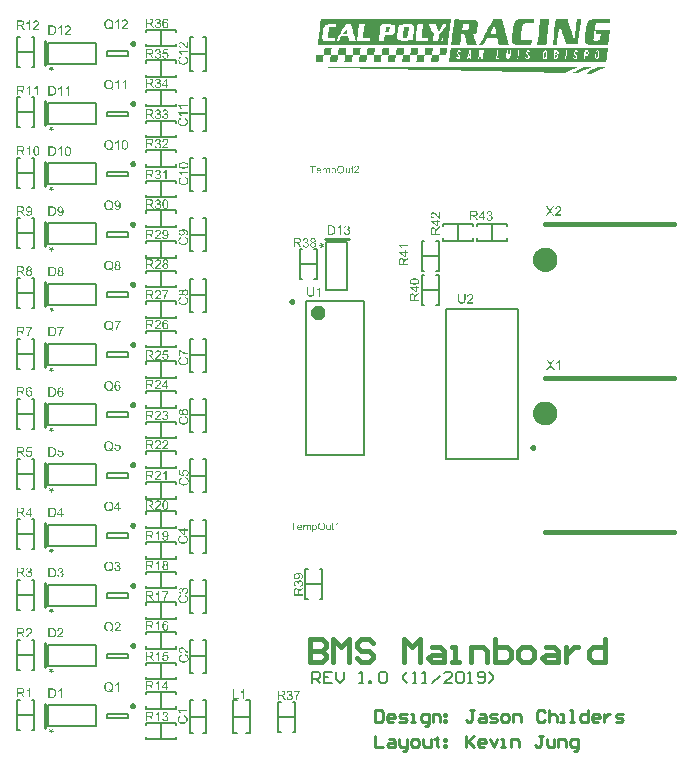
<source format=gto>
%FSLAX23Y23*%
%MOIN*%
%SFA1B1*%

%IPPOS*%
%ADD10C,0.039370*%
%ADD11C,0.009840*%
%ADD12C,0.023620*%
%ADD13C,0.015750*%
%ADD14C,0.005910*%
%ADD15C,0.007870*%
%ADD16C,0.010000*%
%LNbms-1*%
%LPD*%
G36*
X2322Y2494D02*
X2323Y2493D01*
Y2492*
Y2491*
X2322Y2487*
Y2486*
Y2484*
X2322Y2478*
X2321Y2472*
Y2471*
Y2470*
X2320Y2465*
X2319Y2459*
X2318Y2451*
X2313Y2411*
X2275*
X2263Y2445*
Y2446*
X2262Y2446*
X2261Y2450*
X2259Y2456*
X2257Y2462*
Y2462*
X2256Y2463*
X2255Y2466*
X2254Y2470*
X2252Y2474*
Y2475*
X2252Y2477*
X2251Y2478*
Y2477*
X2250Y2474*
Y2470*
X2249Y2464*
X2249Y2456*
X2248Y2451*
X2247Y2445*
Y2443*
X2246Y2440*
X2246Y2435*
X2245Y2428*
X2244Y2422*
X2244Y2416*
X2243Y2413*
X2242Y2411*
Y2411*
Y2409*
X2230*
Y2411*
Y2411*
Y2413*
X2230Y2416*
Y2421*
X2232Y2428*
Y2433*
X2233Y2438*
X2233Y2444*
X2234Y2451*
Y2452*
Y2453*
X2235Y2455*
Y2458*
X2235Y2465*
X2237Y2473*
X2238Y2480*
X2238Y2486*
Y2489*
X2239Y2492*
Y2492*
Y2493*
X2240Y2495*
X2279*
X2281Y2488*
Y2487*
X2281Y2485*
X2282Y2482*
Y2481*
X2284Y2479*
X2284Y2475*
X2287Y2470*
X2287Y2468*
X2288Y2465*
X2290Y2460*
X2292Y2455*
X2292Y2454*
X2293Y2450*
X2295Y2446*
X2297Y2441*
X2297Y2440*
X2298Y2437*
X2299Y2433*
X2300Y2430*
Y2429*
X2300Y2428*
X2301Y2427*
X2302Y2426*
Y2427*
X2303Y2427*
Y2430*
X2303Y2434*
X2304Y2440*
X2305Y2449*
X2305Y2454*
X2306Y2460*
Y2460*
Y2461*
X2307Y2465*
X2308Y2470*
X2308Y2476*
Y2483*
X2309Y2488*
X2310Y2492*
Y2493*
Y2494*
X2311Y2495*
X2320*
X2322Y2494*
G37*
G36*
X2421Y2493D02*
Y2492D01*
X2420Y2490*
X2419Y2486*
X2418Y2481*
X2375*
X2374Y2479*
X2373Y2478*
X2371Y2476*
Y2476*
Y2475*
Y2473*
X2370Y2470*
X2370Y2465*
X2369Y2460*
X2368Y2451*
Y2451*
X2367Y2448*
Y2444*
X2367Y2440*
X2366Y2435*
Y2432*
X2365Y2429*
Y2427*
Y2427*
X2366Y2426*
X2367Y2425*
X2368Y2423*
X2378*
X2381Y2424*
X2383Y2425*
X2383*
X2384Y2425*
X2386Y2427*
X2386Y2428*
X2387Y2431*
X2388Y2434*
Y2437*
X2389Y2441*
Y2446*
X2373*
Y2447*
Y2448*
Y2450*
X2374Y2454*
X2375Y2460*
X2417*
X2420Y2459*
X2421*
Y2457*
X2420Y2456*
Y2453*
X2419Y2449*
X2418Y2443*
X2417Y2435*
Y2434*
X2416Y2431*
Y2427*
X2416Y2422*
X2415Y2418*
Y2414*
X2414Y2411*
Y2410*
X2410*
X2406Y2409*
X2365*
X2359Y2410*
X2348*
X2346Y2411*
X2345Y2411*
X2342Y2413*
X2339Y2416*
X2338Y2419*
X2337Y2422*
Y2423*
Y2425*
Y2427*
Y2431*
Y2436*
X2338Y2443*
X2338Y2451*
Y2452*
X2339Y2455*
X2340Y2459*
X2340Y2463*
Y2468*
X2341Y2472*
X2342Y2475*
Y2476*
Y2477*
X2343Y2478*
X2344Y2482*
X2347Y2486*
X2351Y2491*
X2352Y2492*
X2354Y2492*
X2355Y2493*
X2358*
X2359Y2494*
X2365*
X2371Y2495*
X2421*
Y2493*
G37*
G36*
X2217D02*
Y2492D01*
Y2491*
X2217Y2488*
X2216Y2483*
Y2480*
X2215Y2476*
X2214Y2470*
X2214Y2465*
X2213Y2459*
X2212Y2451*
Y2451*
Y2450*
X2211Y2445*
X2211Y2438*
X2210Y2431*
X2209Y2424*
X2209Y2416*
X2208Y2412*
Y2411*
Y2410*
X2206*
X2204Y2409*
X2177*
Y2411*
Y2411*
X2178Y2414*
Y2416*
X2179Y2422*
X2180Y2429*
X2181Y2434*
X2182Y2439*
X2182Y2446*
X2183Y2453*
X2188Y2495*
X2217*
Y2493*
G37*
G36*
X2166D02*
Y2492D01*
Y2489*
Y2486*
X2166Y2481*
X2137*
X2134Y2480*
X2132*
X2131Y2479*
X2131Y2478*
X2130Y2478*
X2129Y2476*
Y2475*
X2128Y2473*
X2128Y2470*
Y2466*
X2126Y2460*
X2125Y2451*
X2122Y2427*
X2123Y2426*
Y2425*
X2124Y2425*
X2160*
Y2423*
Y2422*
X2159Y2420*
X2158Y2416*
X2157Y2409*
X2117*
X2112Y2410*
X2107*
X2103Y2411*
X2101Y2411*
X2100Y2412*
X2098Y2414*
X2097Y2414*
X2096Y2416*
X2094Y2420*
X2093Y2425*
Y2426*
Y2427*
X2093Y2430*
Y2433*
X2094Y2437*
X2095Y2443*
X2096Y2451*
Y2452*
X2096Y2455*
Y2459*
X2097Y2464*
X2098Y2469*
X2098Y2473*
X2099Y2477*
Y2479*
Y2480*
X2100Y2481*
X2103Y2486*
X2107Y2491*
X2111Y2493*
X2114Y2495*
X2166*
Y2493*
G37*
G36*
X2070Y2458D02*
X2071Y2457D01*
X2071Y2453*
X2074Y2446*
X2075Y2439*
Y2438*
X2076Y2438*
X2077Y2433*
X2078Y2428*
X2079Y2423*
Y2422*
X2080Y2420*
X2081Y2418*
Y2416*
X2082Y2409*
X2051*
X2048Y2420*
Y2421*
X2047Y2422*
X2047Y2426*
X2046Y2430*
X2045Y2430*
Y2431*
Y2432*
X2011*
X2005Y2420*
X1998Y2409*
X1984*
X1985Y2411*
X1986Y2414*
X1988Y2417*
X1990Y2420*
X1992Y2425*
X1996Y2430*
X1999Y2437*
X2004Y2445*
X2009Y2454*
X2015Y2465*
X2023Y2478*
X2031Y2492*
X2031Y2495*
X2061*
X2070Y2458*
G37*
G36*
X1935Y2493D02*
X1972D01*
X1972Y2492*
X1975Y2492*
X1977Y2489*
X1978Y2487*
Y2486*
X1979Y2485*
Y2484*
Y2481*
Y2478*
Y2473*
X1978Y2468*
Y2467*
Y2465*
X1977Y2460*
Y2455*
X1977Y2453*
Y2451*
X1976Y2451*
X1975Y2449*
X1971Y2447*
X1966Y2446*
X1964*
Y2445*
X1965Y2443*
X1966Y2441*
X1966Y2438*
X1968Y2433*
X1970Y2427*
Y2427*
X1971Y2425*
X1972Y2422*
X1974Y2419*
X1975Y2415*
X1976Y2412*
X1977Y2410*
Y2409*
X1944*
X1943Y2411*
Y2412*
X1942Y2414*
Y2414*
X1942Y2416*
X1941Y2418*
X1940Y2421*
Y2422*
X1940Y2424*
X1939Y2427*
Y2429*
X1934Y2446*
X1926*
X1925Y2445*
Y2444*
Y2443*
Y2441*
X1924Y2438*
Y2433*
X1923Y2427*
Y2427*
X1923Y2425*
X1922Y2422*
X1921Y2419*
Y2418*
Y2416*
X1921Y2411*
Y2411*
Y2410*
Y2409*
X1891*
Y2411*
Y2411*
Y2413*
X1891Y2416*
X1892Y2421*
X1893Y2428*
X1894Y2433*
X1894Y2438*
X1895Y2444*
X1896Y2451*
Y2452*
Y2453*
X1897Y2458*
X1897Y2465*
X1899Y2472*
X1899Y2480*
X1900Y2486*
X1901Y2491*
X1902Y2492*
Y2493*
Y2495*
X1935Y2493*
G37*
G36*
X1890D02*
Y2492D01*
Y2491*
X1889Y2487*
X1888Y2482*
X1888Y2475*
X1887Y2470*
X1886Y2465*
X1886Y2458*
X1885Y2451*
X1880Y2409*
X1446*
Y2411*
Y2411*
Y2414*
X1447Y2416*
X1447Y2422*
X1448Y2429*
X1449Y2433*
X1450Y2438*
X1450Y2445*
X1451Y2451*
Y2452*
Y2453*
X1452Y2455*
Y2458*
X1453Y2465*
X1454Y2473*
X1455Y2480*
X1455Y2486*
Y2489*
X1456Y2492*
Y2492*
Y2493*
Y2495*
X1891*
X1890Y2493*
G37*
G36*
X1878Y2400D02*
Y2398D01*
Y2398*
X1878Y2394*
Y2393*
Y2392*
X1877Y2388*
X1875Y2376*
X1851*
Y2375*
Y2373*
X1851Y2371*
Y2368*
X1850Y2364*
Y2363*
Y2363*
X1849Y2358*
X1848Y2354*
Y2352*
Y2352*
X1824*
Y2352*
Y2354*
X1824Y2355*
Y2357*
Y2360*
X1825Y2364*
Y2365*
Y2365*
X1826Y2370*
X1827Y2374*
Y2376*
Y2376*
X1803*
X1801Y2364*
Y2363*
Y2363*
Y2358*
X1800Y2354*
Y2352*
Y2352*
X1775*
Y2352*
Y2354*
X1776Y2355*
Y2357*
Y2360*
X1777Y2364*
Y2365*
Y2365*
X1778Y2370*
X1778Y2374*
Y2376*
Y2376*
X1802*
X1803Y2377*
Y2378*
Y2379*
Y2383*
X1804Y2389*
Y2390*
Y2390*
X1805Y2395*
X1805Y2398*
Y2400*
Y2400*
X1830*
Y2399*
X1829Y2398*
Y2395*
X1829Y2392*
X1828Y2389*
Y2388*
Y2387*
X1827Y2383*
X1827Y2379*
Y2377*
Y2376*
X1851*
X1851Y2377*
Y2379*
X1852Y2380*
Y2382*
Y2385*
X1853Y2389*
X1854Y2400*
X1878*
Y2400*
G37*
G36*
X1733D02*
Y2398D01*
Y2397*
Y2395*
X1732Y2392*
Y2389*
Y2388*
Y2387*
X1732Y2383*
X1731Y2379*
Y2378*
X1730Y2377*
Y2376*
X1707*
Y2379*
X1708Y2380*
Y2382*
Y2385*
X1708Y2389*
Y2390*
Y2391*
X1709Y2395*
X1710Y2399*
Y2400*
Y2400*
X1733*
Y2400*
G37*
G36*
X1588D02*
X1589D01*
Y2398*
Y2397*
X1588Y2395*
Y2392*
X1587Y2388*
Y2387*
Y2387*
X1587Y2382*
X1586Y2379*
Y2377*
Y2376*
X1610*
Y2375*
Y2373*
Y2372*
X1609Y2370*
Y2367*
X1609Y2363*
X1607Y2352*
X1583*
Y2352*
Y2353*
X1584Y2355*
Y2358*
X1585Y2362*
X1585Y2370*
X1586Y2373*
Y2376*
X1564*
X1563Y2376*
X1562*
Y2374*
Y2372*
X1561Y2370*
Y2367*
X1560Y2363*
Y2363*
Y2362*
X1560Y2357*
X1559Y2354*
Y2352*
Y2352*
X1535*
Y2354*
X1536Y2355*
Y2357*
Y2360*
X1536Y2364*
Y2365*
Y2366*
X1537Y2371*
X1538Y2374*
Y2376*
Y2376*
X1514*
Y2379*
X1515Y2380*
Y2382*
Y2385*
X1515Y2389*
Y2390*
Y2391*
X1516Y2395*
X1517Y2399*
Y2400*
Y2400*
X1541*
X1541Y2400*
Y2398*
Y2397*
X1540Y2395*
Y2392*
X1539Y2388*
X1539Y2376*
X1550Y2377*
X1562*
X1563Y2389*
Y2390*
Y2391*
X1564Y2395*
X1565Y2399*
Y2400*
Y2400*
X1587*
X1588Y2400*
G37*
G36*
X2389D02*
X2413D01*
Y2399*
Y2398*
Y2394*
X2412Y2390*
X2411Y2383*
X2410Y2375*
X2409Y2365*
X2407Y2352*
Y2352*
X1884*
Y2352*
Y2353*
Y2355*
Y2357*
X1885Y2362*
X1886Y2368*
X1886Y2376*
X1888Y2387*
X1890Y2400*
Y2400*
X2381*
X2389Y2400*
G37*
G36*
X1781Y2399D02*
Y2398D01*
Y2395*
X1781Y2392*
X1780Y2388*
X1779Y2383*
X1778Y2377*
Y2376*
X1755*
X1753Y2364*
Y2363*
Y2363*
Y2358*
X1752Y2355*
Y2353*
Y2352*
Y2352*
X1727*
Y2352*
Y2354*
Y2355*
X1728Y2357*
Y2360*
X1729Y2364*
X1730Y2369*
X1730Y2375*
Y2376*
X1755*
X1756Y2388*
Y2389*
Y2390*
X1757Y2394*
X1757Y2398*
X1758Y2399*
Y2400*
Y2400*
X1781*
Y2399*
G37*
G36*
X1685Y2400D02*
Y2399D01*
X1684Y2397*
Y2395*
X1684Y2391*
X1683Y2384*
X1682Y2380*
Y2377*
X1684*
X1685Y2376*
X1707*
Y2376*
Y2374*
X1706Y2371*
X1706Y2368*
X1705Y2364*
Y2363*
Y2363*
Y2359*
X1704Y2355*
Y2352*
Y2352*
X1679*
Y2354*
X1680Y2355*
Y2357*
Y2360*
X1681Y2364*
Y2365*
Y2366*
X1681Y2371*
X1682Y2374*
Y2376*
Y2376*
X1659*
Y2377*
Y2378*
X1660Y2380*
Y2383*
X1660Y2387*
X1661Y2395*
X1662Y2398*
Y2400*
X1685*
Y2400*
G37*
G36*
X1637D02*
Y2399D01*
X1636Y2397*
Y2393*
X1636Y2390*
X1635Y2385*
Y2382*
X1634Y2379*
Y2377*
X1636*
X1637Y2376*
X1659*
Y2376*
Y2374*
X1658Y2373*
Y2371*
X1657Y2367*
X1657Y2363*
X1656Y2352*
X1631*
Y2353*
X1632Y2355*
Y2357*
Y2360*
X1633Y2363*
Y2364*
Y2365*
X1633Y2369*
X1634Y2373*
Y2375*
Y2376*
X1633Y2376*
X1610*
Y2377*
Y2379*
X1611Y2380*
Y2382*
Y2385*
X1611Y2389*
X1614Y2400*
X1637*
Y2400*
G37*
G36*
X1492D02*
Y2399D01*
Y2397*
X1491Y2394*
Y2391*
X1490Y2383*
Y2380*
Y2377*
X1492*
X1493Y2376*
X1514*
Y2375*
X1513Y2373*
Y2371*
X1512Y2368*
X1512Y2364*
X1511Y2352*
X1486*
Y2353*
X1487Y2355*
Y2357*
Y2360*
X1488Y2363*
Y2364*
Y2365*
X1488Y2369*
X1489Y2373*
Y2375*
Y2376*
X1488Y2376*
X1466*
Y2375*
X1465Y2372*
X1464Y2368*
X1463Y2363*
X1463Y2352*
X1438*
Y2353*
X1439Y2355*
Y2355*
X1439Y2356*
Y2360*
Y2360*
X1440Y2362*
Y2365*
X1441Y2376*
X1466*
Y2377*
Y2379*
Y2380*
Y2382*
X1466Y2385*
Y2389*
X1469Y2400*
X1493*
X1492Y2400*
G37*
G36*
X2270Y2335D02*
X2310D01*
X2309Y2334*
X2308Y2333*
X2305Y2333*
X2301Y2330*
X2296Y2328*
X2289Y2325*
X2269Y2315*
X1853Y2325*
X1843*
X1835Y2325*
X1814*
X1802Y2326*
X1788*
X1773Y2327*
X1757*
X1739Y2328*
X1721*
X1684Y2329*
X1645Y2330*
X1606Y2330*
X1568Y2332*
X1550*
X1533Y2333*
X1517*
X1501Y2333*
X1488*
X1475Y2334*
X1455*
X1447Y2335*
X1482*
X1491Y2336*
X2257*
X2270Y2335*
G37*
G36*
X2357D02*
X2357D01*
X2356Y2334*
X2354Y2333*
X2352Y2333*
X2348Y2330*
X2343Y2328*
X2335Y2325*
X2314Y2314*
X2301*
X2297Y2314*
X2293Y2315*
X2292*
X2292Y2316*
X2294Y2317*
X2297Y2318*
X2298Y2319*
X2302Y2320*
X2306Y2322*
X2312Y2325*
X2334Y2336*
X2356*
X2357Y2335*
G37*
G36*
X2404D02*
X2405D01*
X2403Y2334*
X2402Y2333*
X2399Y2332*
X2395Y2330*
X2389Y2328*
X2382Y2324*
X2358Y2313*
X2348*
X2344Y2314*
X2337*
X2338Y2314*
X2340Y2315*
X2342Y2317*
X2346Y2318*
X2351Y2321*
X2358Y2325*
X2381Y2336*
X2403*
X2404Y2335*
G37*
G36*
X1459Y1749D02*
X1459Y1749D01*
X1459Y1749*
X1459Y1748*
X1459Y1748*
X1459Y1748*
X1460Y1747*
X1460Y1746*
X1460Y1745*
X1460Y1744*
X1460Y1742*
X1461Y1743*
X1461Y1743*
X1461Y1743*
X1462Y1744*
X1462Y1744*
X1463Y1745*
X1464Y1746*
X1465Y1747*
X1468Y1744*
X1467Y1744*
X1467Y1744*
X1467Y1743*
X1466Y1743*
X1465Y1742*
X1464Y1742*
X1463Y1741*
X1462Y1740*
X1462*
X1462Y1740*
X1462Y1740*
X1463Y1740*
X1463Y1740*
X1464Y1739*
X1465Y1739*
X1466Y1738*
X1467Y1737*
X1468Y1737*
X1465Y1734*
X1465Y1734*
X1465Y1734*
X1465Y1734*
X1465Y1734*
X1464Y1735*
X1463Y1735*
X1463Y1736*
X1462Y1737*
X1461Y1738*
X1461Y1738*
X1460Y1738*
Y1738*
X1460Y1738*
Y1738*
X1460Y1738*
X1460Y1737*
X1460Y1737*
X1460Y1736*
X1460Y1735*
X1460Y1734*
X1459Y1732*
X1455Y1733*
Y1733*
X1455Y1733*
X1455Y1733*
X1455Y1734*
X1456Y1734*
X1456Y1734*
X1456Y1735*
X1457Y1736*
X1457Y1737*
X1457Y1738*
X1458Y1739*
X1458*
X1458*
X1457Y1739*
X1457*
X1457Y1739*
X1456Y1739*
X1455Y1739*
X1454Y1739*
X1453Y1739*
X1452Y1738*
X1452*
X1451*
Y1742*
X1451*
X1451*
X1452*
X1452*
X1452Y1742*
X1453Y1742*
X1454Y1742*
X1455Y1742*
X1456Y1742*
X1458Y1742*
Y1742*
X1458Y1742*
X1458Y1742*
X1458Y1742*
X1457Y1743*
X1457Y1743*
X1457Y1744*
X1456Y1745*
X1456Y1747*
X1455Y1748*
X1459Y1749*
Y1749*
G37*
G36*
X564Y2336D02*
X564Y2336D01*
X564Y2336*
X564Y2336*
X563Y2336*
X563Y2335*
X562Y2334*
X562Y2334*
X561Y2333*
X560Y2332*
X560Y2332*
X560Y2332*
X560*
X560Y2331*
X560*
X560Y2331*
X560Y2331*
X561Y2331*
X562Y2331*
X563Y2331*
X564Y2331*
X566Y2330*
X565Y2326*
X565*
X565Y2326*
X564Y2326*
X564Y2327*
X564Y2327*
X563Y2327*
X562Y2327*
X561Y2328*
X560Y2328*
X560Y2328*
X559Y2329*
Y2329*
Y2329*
X559Y2328*
Y2328*
X559Y2328*
X559Y2327*
X559Y2326*
X559Y2325*
X559Y2324*
X559Y2323*
Y2323*
Y2322*
X555*
Y2322*
Y2322*
Y2323*
Y2323*
X556Y2323*
X556Y2324*
X556Y2325*
X556Y2326*
X556Y2327*
X556Y2329*
X556*
X556Y2329*
X556Y2329*
X556Y2329*
X555Y2328*
X554Y2328*
X553Y2328*
X552Y2327*
X551Y2327*
X550Y2326*
X549Y2330*
X549*
X549Y2330*
X549Y2330*
X549Y2330*
X550Y2330*
X550Y2330*
X551Y2331*
X552Y2331*
X553Y2331*
X554Y2331*
X555Y2332*
X555Y2332*
X555Y2332*
X555Y2332*
X554Y2333*
X553Y2333*
X553Y2334*
X552Y2335*
X551Y2336*
X554Y2339*
X554Y2339*
X554Y2338*
X554Y2338*
X555Y2337*
X555Y2336*
X556Y2335*
X557Y2334*
X557Y2333*
Y2333*
X558Y2333*
X558Y2333*
X558Y2334*
X558Y2334*
X559Y2335*
X559Y2336*
X560Y2337*
X560Y2338*
X561Y2339*
X564Y2336*
G37*
G36*
Y2136D02*
X564Y2136D01*
X564Y2136*
X564Y2135*
X563Y2135*
X563Y2134*
X562Y2134*
X562Y2133*
X561Y2132*
X560Y2131*
X560Y2131*
X560Y2131*
X560*
X560Y2131*
X560*
X560Y2131*
X560Y2131*
X561Y2130*
X562Y2130*
X563Y2130*
X564Y2130*
X566Y2129*
X565Y2126*
X565*
X565Y2126*
X564Y2126*
X564Y2126*
X564Y2126*
X563Y2126*
X562Y2126*
X561Y2127*
X560Y2127*
X560Y2128*
X559Y2128*
Y2128*
Y2128*
X559Y2128*
Y2127*
X559Y2127*
X559Y2126*
X559Y2125*
X559Y2124*
X559Y2123*
X559Y2122*
Y2122*
Y2122*
X555*
Y2122*
Y2122*
Y2122*
Y2122*
X556Y2123*
X556Y2123*
X556Y2124*
X556Y2125*
X556Y2127*
X556Y2128*
X556*
X556Y2128*
X556Y2128*
X556Y2128*
X555Y2128*
X554Y2127*
X553Y2127*
X552Y2126*
X551Y2126*
X550Y2126*
X549Y2129*
X549*
X549Y2129*
X549Y2129*
X549Y2129*
X550Y2130*
X550Y2130*
X551Y2130*
X552Y2130*
X553Y2130*
X554Y2131*
X555Y2131*
X555Y2131*
X555Y2131*
X555Y2131*
X554Y2132*
X553Y2133*
X553Y2133*
X552Y2134*
X551Y2136*
X554Y2138*
X554Y2138*
X554Y2137*
X554Y2137*
X555Y2136*
X555Y2136*
X556Y2135*
X557Y2134*
X557Y2132*
Y2132*
X558Y2132*
X558Y2133*
X558Y2133*
X558Y2134*
X559Y2134*
X559Y2135*
X560Y2136*
X560Y2137*
X561Y2138*
X564Y2136*
G37*
G36*
Y1935D02*
X564Y1935D01*
X564Y1935*
X564Y1935*
X563Y1934*
X563Y1934*
X562Y1933*
X562Y1932*
X561Y1931*
X560Y1931*
X560Y1930*
X560Y1930*
X560*
X560Y1930*
X560*
X560Y1930*
X560Y1930*
X561Y1930*
X562Y1930*
X563Y1929*
X564Y1929*
X566Y1928*
X565Y1925*
X565*
X565Y1925*
X564Y1925*
X564Y1925*
X564Y1925*
X563Y1925*
X562Y1926*
X561Y1926*
X560Y1926*
X560Y1927*
X559Y1927*
Y1927*
Y1927*
X559Y1927*
Y1927*
X559Y1926*
X559Y1926*
X559Y1925*
X559Y1924*
X559Y1923*
X559Y1922*
Y1921*
Y1921*
X555*
Y1921*
Y1921*
Y1921*
Y1921*
X556Y1922*
X556Y1923*
X556Y1923*
X556Y1925*
X556Y1926*
X556Y1927*
X556*
X556Y1927*
X556Y1927*
X556Y1927*
X555Y1927*
X554Y1926*
X553Y1926*
X552Y1926*
X551Y1925*
X550Y1925*
X549Y1928*
X549*
X549Y1929*
X549Y1929*
X549Y1929*
X550Y1929*
X550Y1929*
X551Y1929*
X552Y1929*
X553Y1930*
X554Y1930*
X555Y1930*
X555Y1930*
X555Y1930*
X555Y1931*
X554Y1931*
X553Y1932*
X553Y1933*
X552Y1934*
X551Y1935*
X554Y1937*
X554Y1937*
X554Y1937*
X554Y1936*
X555Y1936*
X555Y1935*
X556Y1934*
X557Y1933*
X557Y1932*
Y1932*
X558Y1932*
X558Y1932*
X558Y1932*
X558Y1933*
X559Y1934*
X559Y1934*
X560Y1935*
X560Y1936*
X561Y1937*
X564Y1935*
G37*
G36*
Y1734D02*
X564Y1734D01*
X564Y1734*
X564Y1734*
X563Y1734*
X563Y1733*
X562Y1732*
X562Y1731*
X561Y1730*
X560Y1730*
X560Y1729*
X560Y1729*
X560*
X560Y1729*
X560*
X560Y1729*
X560Y1729*
X561Y1729*
X562Y1729*
X563Y1729*
X564Y1728*
X566Y1728*
X565Y1724*
X565*
X565Y1724*
X564Y1724*
X564Y1724*
X564Y1724*
X563Y1725*
X562Y1725*
X561Y1725*
X560Y1726*
X560Y1726*
X559Y1727*
Y1726*
Y1726*
X559Y1726*
Y1726*
X559Y1725*
X559Y1725*
X559Y1724*
X559Y1723*
X559Y1722*
X559Y1721*
Y1720*
Y1720*
X555*
Y1720*
Y1720*
Y1720*
Y1720*
X556Y1721*
X556Y1722*
X556Y1723*
X556Y1724*
X556Y1725*
X556Y1727*
X556*
X556Y1726*
X556Y1726*
X556Y1726*
X555Y1726*
X554Y1726*
X553Y1725*
X552Y1725*
X551Y1724*
X550Y1724*
X549Y1728*
X549*
X549Y1728*
X549Y1728*
X549Y1728*
X550Y1728*
X550Y1728*
X551Y1728*
X552Y1729*
X553Y1729*
X554Y1729*
X555Y1729*
X555Y1729*
X555Y1729*
X555Y1730*
X554Y1730*
X553Y1731*
X553Y1732*
X552Y1733*
X551Y1734*
X554Y1736*
X554Y1736*
X554Y1736*
X554Y1735*
X555Y1735*
X555Y1734*
X556Y1733*
X557Y1732*
X557Y1731*
Y1731*
X558Y1731*
X558Y1731*
X558Y1731*
X558Y1732*
X559Y1733*
X559Y1734*
X560Y1735*
X560Y1736*
X561Y1736*
X564Y1734*
G37*
G36*
Y1533D02*
X564Y1533D01*
X564Y1533*
X564Y1533*
X563Y1533*
X563Y1532*
X562Y1531*
X562Y1530*
X561Y1530*
X560Y1529*
X560Y1529*
X560Y1528*
X560*
X560Y1528*
X560*
X560Y1528*
X560Y1528*
X561Y1528*
X562Y1528*
X563Y1528*
X564Y1527*
X566Y1527*
X565Y1523*
X565*
X565Y1523*
X564Y1523*
X564Y1523*
X564Y1524*
X563Y1524*
X562Y1524*
X561Y1524*
X560Y1525*
X560Y1525*
X559Y1526*
Y1526*
Y1526*
X559Y1525*
Y1525*
X559Y1525*
X559Y1524*
X559Y1523*
X559Y1522*
X559Y1521*
X559Y1520*
Y1520*
Y1519*
X555*
Y1519*
Y1519*
Y1519*
Y1520*
X556Y1520*
X556Y1521*
X556Y1522*
X556Y1523*
X556Y1524*
X556Y1526*
X556*
X556Y1526*
X556Y1526*
X556Y1526*
X555Y1525*
X554Y1525*
X553Y1525*
X552Y1524*
X551Y1524*
X550Y1523*
X549Y1527*
X549*
X549Y1527*
X549Y1527*
X549Y1527*
X550Y1527*
X550Y1527*
X551Y1527*
X552Y1528*
X553Y1528*
X554Y1528*
X555Y1528*
X555Y1528*
X555Y1529*
X555Y1529*
X554Y1529*
X553Y1530*
X553Y1531*
X552Y1532*
X551Y1533*
X554Y1535*
X554Y1535*
X554Y1535*
X554Y1535*
X555Y1534*
X555Y1533*
X556Y1532*
X557Y1531*
X557Y1530*
Y1530*
X558Y1530*
X558Y1530*
X558Y1531*
X558Y1531*
X559Y1532*
X559Y1533*
X560Y1534*
X560Y1535*
X561Y1535*
X564Y1533*
G37*
G36*
Y1333D02*
X564Y1332D01*
X564Y1332*
X564Y1332*
X563Y1332*
X563Y1331*
X562Y1330*
X562Y1330*
X561Y1329*
X560Y1328*
X560Y1328*
X560Y1328*
X560*
X560Y1328*
X560*
X560Y1327*
X560Y1327*
X561Y1327*
X562Y1327*
X563Y1327*
X564Y1327*
X566Y1326*
X565Y1322*
X565*
X565Y1322*
X564Y1323*
X564Y1323*
X564Y1323*
X563Y1323*
X562Y1323*
X561Y1324*
X560Y1324*
X560Y1325*
X559Y1325*
Y1325*
Y1325*
X559Y1324*
Y1324*
X559Y1324*
X559Y1323*
X559Y1322*
X559Y1321*
X559Y1320*
X559Y1319*
Y1319*
Y1318*
X555*
Y1318*
Y1318*
Y1319*
Y1319*
X556Y1319*
X556Y1320*
X556Y1321*
X556Y1322*
X556Y1324*
X556Y1325*
X556*
X556Y1325*
X556Y1325*
X556Y1325*
X555Y1324*
X554Y1324*
X553Y1324*
X552Y1323*
X551Y1323*
X550Y1322*
X549Y1326*
X549*
X549Y1326*
X549Y1326*
X549Y1326*
X550Y1326*
X550Y1326*
X551Y1327*
X552Y1327*
X553Y1327*
X554Y1327*
X555Y1328*
X555Y1328*
X555Y1328*
X555Y1328*
X554Y1329*
X553Y1329*
X553Y1330*
X552Y1331*
X551Y1333*
X554Y1335*
X554Y1335*
X554Y1334*
X554Y1334*
X555Y1333*
X555Y1332*
X556Y1331*
X557Y1330*
X557Y1329*
Y1329*
X558Y1329*
X558Y1329*
X558Y1330*
X558Y1330*
X559Y1331*
X559Y1332*
X560Y1333*
X560Y1334*
X561Y1335*
X564Y1333*
G37*
G36*
Y1132D02*
X564Y1132D01*
X564Y1132*
X564Y1131*
X563Y1131*
X563Y1130*
X562Y1130*
X562Y1129*
X561Y1128*
X560Y1127*
X560Y1127*
X560Y1127*
X560*
X560Y1127*
X560*
X560Y1127*
X560Y1127*
X561Y1127*
X562Y1126*
X563Y1126*
X564Y1126*
X566Y1125*
X565Y1122*
X565*
X565Y1122*
X564Y1122*
X564Y1122*
X564Y1122*
X563Y1122*
X562Y1122*
X561Y1123*
X560Y1123*
X560Y1124*
X559Y1124*
Y1124*
Y1124*
X559Y1124*
Y1123*
X559Y1123*
X559Y1123*
X559Y1122*
X559Y1120*
X559Y1119*
X559Y1118*
Y1118*
Y1118*
X555*
Y1118*
Y1118*
Y1118*
Y1118*
X556Y1119*
X556Y1119*
X556Y1120*
X556Y1121*
X556Y1123*
X556Y1124*
X556*
X556Y1124*
X556Y1124*
X556Y1124*
X555Y1124*
X554Y1123*
X553Y1123*
X552Y1122*
X551Y1122*
X550Y1122*
X549Y1125*
X549*
X549Y1125*
X549Y1125*
X549Y1125*
X550Y1126*
X550Y1126*
X551Y1126*
X552Y1126*
X553Y1126*
X554Y1127*
X555Y1127*
X555Y1127*
X555Y1127*
X555Y1127*
X554Y1128*
X553Y1129*
X553Y1129*
X552Y1131*
X551Y1132*
X554Y1134*
X554Y1134*
X554Y1134*
X554Y1133*
X555Y1132*
X555Y1132*
X556Y1131*
X557Y1130*
X557Y1128*
Y1128*
X558Y1129*
X558Y1129*
X558Y1129*
X558Y1130*
X559Y1130*
X559Y1131*
X560Y1132*
X560Y1133*
X561Y1134*
X564Y1132*
G37*
G36*
Y931D02*
X564Y931D01*
X564Y931*
X564Y931*
X563Y930*
X563Y930*
X562Y929*
X562Y928*
X561Y927*
X560Y927*
X560Y926*
X560Y926*
X560*
X560Y926*
X560*
X560Y926*
X560Y926*
X561Y926*
X562Y926*
X563Y925*
X564Y925*
X566Y925*
X565Y921*
X565*
X565Y921*
X564Y921*
X564Y921*
X564Y921*
X563Y921*
X562Y922*
X561Y922*
X560Y923*
X560Y923*
X559Y923*
Y923*
Y923*
X559Y923*
Y923*
X559Y922*
X559Y922*
X559Y921*
X559Y920*
X559Y919*
X559Y918*
Y917*
Y917*
X555*
Y917*
Y917*
Y917*
Y917*
X556Y918*
X556Y919*
X556Y920*
X556Y921*
X556Y922*
X556Y923*
X556*
X556Y923*
X556Y923*
X556Y923*
X555Y923*
X554Y923*
X553Y922*
X552Y922*
X551Y921*
X550Y921*
X549Y925*
X549*
X549Y925*
X549Y925*
X549Y925*
X550Y925*
X550Y925*
X551Y925*
X552Y925*
X553Y926*
X554Y926*
X555Y926*
X555Y926*
X555Y926*
X555Y927*
X554Y927*
X553Y928*
X553Y929*
X552Y930*
X551Y931*
X554Y933*
X554Y933*
X554Y933*
X554Y932*
X555Y932*
X555Y931*
X556Y930*
X557Y929*
X557Y928*
Y928*
X558Y928*
X558Y928*
X558Y928*
X558Y929*
X559Y930*
X559Y931*
X560Y931*
X560Y932*
X561Y933*
X564Y931*
G37*
G36*
Y730D02*
X564Y730D01*
X564Y730*
X564Y730*
X563Y730*
X563Y729*
X562Y728*
X562Y727*
X561Y727*
X560Y726*
X560Y725*
X560Y725*
X560*
X560Y725*
X560*
X560Y725*
X560Y725*
X561Y725*
X562Y725*
X563Y725*
X564Y724*
X566Y724*
X565Y720*
X565*
X565Y720*
X564Y720*
X564Y720*
X564Y720*
X563Y721*
X562Y721*
X561Y721*
X560Y722*
X560Y722*
X559Y723*
Y723*
Y722*
X559Y722*
Y722*
X559Y721*
X559Y721*
X559Y720*
X559Y719*
X559Y718*
X559Y717*
Y716*
Y716*
X555*
Y716*
Y716*
Y716*
Y716*
X556Y717*
X556Y718*
X556Y719*
X556Y720*
X556Y721*
X556Y723*
X556*
X556Y723*
X556Y722*
X556Y722*
X555Y722*
X554Y722*
X553Y721*
X552Y721*
X551Y720*
X550Y720*
X549Y724*
X549*
X549Y724*
X549Y724*
X549Y724*
X550Y724*
X550Y724*
X551Y724*
X552Y725*
X553Y725*
X554Y725*
X555Y725*
X555Y725*
X555Y726*
X555Y726*
X554Y726*
X553Y727*
X553Y728*
X552Y729*
X551Y730*
X554Y732*
X554Y732*
X554Y732*
X554Y732*
X555Y731*
X555Y730*
X556Y729*
X557Y728*
X557Y727*
Y727*
X558Y727*
X558Y727*
X558Y727*
X558Y728*
X559Y729*
X559Y730*
X560Y731*
X560Y732*
X561Y732*
X564Y730*
G37*
G36*
Y529D02*
X564Y529D01*
X564Y529*
X564Y529*
X563Y529*
X563Y528*
X562Y527*
X562Y527*
X561Y526*
X560Y525*
X560Y525*
X560Y524*
X560*
X560Y524*
X560*
X560Y524*
X560Y524*
X561Y524*
X562Y524*
X563Y524*
X564Y524*
X566Y523*
X565Y519*
X565*
X565Y519*
X564Y519*
X564Y519*
X564Y520*
X563Y520*
X562Y520*
X561Y521*
X560Y521*
X560Y521*
X559Y522*
Y522*
Y522*
X559Y521*
Y521*
X559Y521*
X559Y520*
X559Y519*
X559Y518*
X559Y517*
X559Y516*
Y516*
Y515*
X555*
Y515*
Y515*
Y516*
Y516*
X556Y516*
X556Y517*
X556Y518*
X556Y519*
X556Y520*
X556Y522*
X556*
X556Y522*
X556Y522*
X556Y522*
X555Y521*
X554Y521*
X553Y521*
X552Y520*
X551Y520*
X550Y519*
X549Y523*
X549*
X549Y523*
X549Y523*
X549Y523*
X550Y523*
X550Y523*
X551Y524*
X552Y524*
X553Y524*
X554Y524*
X555Y524*
X555Y525*
X555Y525*
X555Y525*
X554Y526*
X553Y526*
X553Y527*
X552Y528*
X551Y529*
X554Y532*
X554Y531*
X554Y531*
X554Y531*
X555Y530*
X555Y529*
X556Y528*
X557Y527*
X557Y526*
Y526*
X558Y526*
X558Y526*
X558Y527*
X558Y527*
X559Y528*
X559Y529*
X560Y530*
X560Y531*
X561Y532*
X564Y529*
G37*
G36*
Y329D02*
X564Y329D01*
X564Y328*
X564Y328*
X563Y328*
X563Y327*
X562Y327*
X562Y326*
X561Y325*
X560Y324*
X560Y324*
X560Y324*
X560*
X560Y324*
X560*
X560Y324*
X560Y323*
X561Y323*
X562Y323*
X563Y323*
X564Y323*
X566Y322*
X565Y318*
X565*
X565Y318*
X564Y319*
X564Y319*
X564Y319*
X563Y319*
X562Y319*
X561Y320*
X560Y320*
X560Y321*
X559Y321*
Y321*
Y321*
X559Y321*
Y320*
X559Y320*
X559Y319*
X559Y318*
X559Y317*
X559Y316*
X559Y315*
Y315*
Y314*
X555*
Y315*
Y315*
Y315*
Y315*
X556Y316*
X556Y316*
X556Y317*
X556Y318*
X556Y320*
X556Y321*
X556*
X556Y321*
X556Y321*
X556Y321*
X555Y320*
X554Y320*
X553Y320*
X552Y319*
X551Y319*
X550Y318*
X549Y322*
X549*
X549Y322*
X549Y322*
X549Y322*
X550Y322*
X550Y323*
X551Y323*
X552Y323*
X553Y323*
X554Y323*
X555Y324*
X555Y324*
X555Y324*
X555Y324*
X554Y325*
X553Y325*
X553Y326*
X552Y327*
X551Y329*
X554Y331*
X554Y331*
X554Y330*
X554Y330*
X555Y329*
X555Y328*
X556Y328*
X557Y326*
X557Y325*
Y325*
X558Y325*
X558Y326*
X558Y326*
X558Y326*
X559Y327*
X559Y328*
X560Y329*
X560Y330*
X561Y331*
X564Y329*
G37*
G36*
Y128D02*
X564Y128D01*
X564Y128*
X564Y127*
X563Y127*
X563Y127*
X562Y126*
X562Y125*
X561Y124*
X560Y123*
X560Y123*
X560Y123*
X560*
X560Y123*
X560*
X560Y123*
X560Y123*
X561Y123*
X562Y122*
X563Y122*
X564Y122*
X566Y121*
X565Y118*
X565*
X565Y118*
X564Y118*
X564Y118*
X564Y118*
X563Y118*
X562Y119*
X561Y119*
X560Y119*
X560Y120*
X559Y120*
Y120*
Y120*
X559Y120*
Y119*
X559Y119*
X559Y119*
X559Y118*
X559Y117*
X559Y115*
X559Y114*
Y114*
Y114*
X555*
Y114*
Y114*
Y114*
Y114*
X556Y115*
X556Y115*
X556Y116*
X556Y118*
X556Y119*
X556Y120*
X556*
X556Y120*
X556Y120*
X556Y120*
X555Y120*
X554Y119*
X553Y119*
X552Y119*
X551Y118*
X550Y118*
X549Y121*
X549*
X549Y121*
X549Y121*
X549Y122*
X550Y122*
X550Y122*
X551Y122*
X552Y122*
X553Y122*
X554Y123*
X555Y123*
X555Y123*
X555Y123*
X555Y123*
X554Y124*
X553Y125*
X553Y126*
X552Y127*
X551Y128*
X554Y130*
X554Y130*
X554Y130*
X554Y129*
X555Y129*
X555Y128*
X556Y127*
X557Y126*
X557Y124*
Y124*
X558Y125*
X558Y125*
X558Y125*
X558Y126*
X559Y126*
X559Y127*
X560Y128*
X560Y129*
X561Y130*
X564Y128*
G37*
G36*
X1353Y257D02*
X1354Y257D01*
X1355Y257*
X1355Y257*
X1356Y256*
X1357Y256*
X1357*
X1357Y256*
X1357Y256*
X1358Y256*
X1358Y255*
X1359Y255*
X1359Y254*
X1360Y254*
X1360Y253*
X1360Y253*
X1360Y253*
X1361Y252*
X1361Y252*
X1361Y251*
X1361Y251*
X1361Y250*
X1361Y249*
Y249*
Y249*
X1361Y248*
X1361Y248*
X1361Y247*
X1361Y247*
X1361Y246*
X1360Y245*
X1360Y245*
X1360Y245*
X1360Y245*
X1360Y244*
X1359Y244*
X1359Y243*
X1358Y243*
X1357Y243*
X1357*
X1357Y243*
X1357Y243*
X1358Y242*
X1358Y242*
X1359Y242*
X1359Y242*
X1360Y241*
X1361Y241*
X1361Y240*
X1362Y240*
X1362Y240*
X1362Y239*
X1362Y239*
X1363Y238*
X1363Y237*
X1363Y236*
X1363Y235*
Y235*
Y235*
Y234*
X1363Y234*
X1363Y234*
X1363Y233*
X1363Y233*
X1363Y232*
X1362Y231*
X1362Y231*
X1362Y230*
X1361Y230*
X1361Y229*
X1361Y228*
X1360Y228*
X1360Y228*
X1360Y228*
X1360Y228*
X1359Y227*
X1359Y227*
X1359Y227*
X1358Y227*
X1358Y226*
X1357Y226*
X1357Y226*
X1356Y226*
X1356Y225*
X1355Y225*
X1354Y225*
X1353Y225*
X1352Y225*
X1352*
X1352Y225*
X1351Y225*
X1351Y225*
X1350Y225*
X1350Y225*
X1349Y226*
X1348Y226*
X1347Y226*
X1347Y227*
X1346Y227*
X1345Y227*
X1345Y227*
X1345Y228*
X1345Y228*
X1345Y228*
X1345Y228*
X1345Y228*
X1344Y229*
X1344Y229*
X1344Y230*
X1344Y230*
X1343Y231*
X1343Y232*
X1342Y233*
X1342Y234*
X1346Y234*
Y234*
X1346Y234*
X1346Y234*
X1346Y234*
X1346Y234*
X1347Y233*
X1347Y233*
X1347Y232*
X1348Y231*
X1348Y230*
X1349Y230*
X1349Y230*
X1349Y229*
X1349Y229*
X1350Y229*
X1350Y229*
X1351Y228*
X1352Y228*
X1352Y228*
X1353*
X1353Y228*
X1353Y228*
X1354Y228*
X1355Y229*
X1356Y229*
X1356Y229*
X1357Y230*
X1357Y230*
X1357Y230*
X1358Y231*
X1358Y231*
X1358Y232*
X1359Y233*
X1359Y234*
X1359Y235*
Y235*
Y235*
Y235*
X1359Y235*
X1359Y236*
X1359Y236*
X1359Y237*
X1358Y238*
X1358Y238*
X1357Y239*
X1357Y239*
X1357Y239*
X1356Y240*
X1356Y240*
X1355Y240*
X1355Y241*
X1354Y241*
X1353Y241*
X1352*
X1352Y241*
X1352Y241*
X1351Y241*
X1351Y241*
X1350Y240*
X1350Y244*
X1351*
X1351Y244*
X1351*
X1352Y244*
X1353Y244*
X1353Y244*
X1354Y244*
X1355Y245*
X1356Y245*
X1356*
X1356Y245*
X1356Y245*
X1356Y246*
X1357Y246*
X1357Y247*
X1357Y247*
X1357Y248*
X1358Y249*
Y249*
Y249*
Y249*
Y249*
X1357Y250*
X1357Y250*
X1357Y251*
X1357Y251*
X1357Y252*
X1356Y253*
X1356Y253*
X1356Y253*
X1355Y253*
X1355Y253*
X1355Y254*
X1354Y254*
X1353Y254*
X1352Y254*
X1352*
X1352Y254*
X1351Y254*
X1350Y254*
X1350Y253*
X1349Y253*
X1349Y253*
X1349Y253*
X1348Y252*
X1348Y252*
X1348Y252*
X1347Y251*
X1347Y250*
X1347Y249*
X1347Y248*
X1343Y249*
Y249*
X1343Y249*
X1343Y249*
X1343Y250*
X1343Y250*
X1343Y250*
X1343Y251*
X1344Y252*
X1344Y253*
X1345Y254*
X1346Y255*
X1346Y255*
X1346Y255*
X1346Y255*
X1346Y255*
X1347Y256*
X1347Y256*
X1347Y256*
X1348Y256*
X1349Y256*
X1350Y257*
X1351Y257*
X1352Y257*
X1353*
X1353Y257*
G37*
G36*
X1387Y254D02*
X1387Y254D01*
X1387Y253*
X1387Y253*
X1387Y253*
X1387Y253*
X1386Y252*
X1386Y252*
X1386Y251*
X1385Y251*
X1385Y250*
X1384Y249*
X1384Y249*
X1383Y248*
X1383Y247*
X1382Y246*
X1381Y245*
X1381Y245*
X1381Y245*
X1381Y245*
X1381Y244*
X1381Y244*
X1380Y243*
X1380Y242*
X1380Y242*
X1379Y241*
X1379Y240*
X1379Y239*
X1378Y238*
X1378Y236*
X1377Y234*
Y234*
X1377Y234*
X1377Y234*
X1377Y233*
X1377Y233*
X1377Y233*
X1376Y232*
X1376Y232*
X1376Y231*
X1376Y230*
X1376Y229*
X1376Y227*
X1375Y226*
X1372*
Y226*
Y226*
Y226*
X1372Y226*
Y227*
X1372Y227*
X1372Y227*
X1372Y228*
X1372Y229*
X1372Y229*
X1372Y230*
X1372Y231*
X1372Y232*
X1372Y233*
X1373Y234*
Y234*
X1373Y235*
X1373Y235*
X1373Y235*
X1373Y236*
X1374Y236*
X1374Y237*
X1374Y238*
X1374Y238*
X1375Y239*
X1375Y241*
X1376Y243*
X1377Y245*
X1377Y245*
X1377Y245*
X1377Y245*
X1377Y245*
X1378Y246*
X1378Y246*
X1378Y247*
X1379Y247*
X1379Y249*
X1380Y250*
X1381Y252*
X1383Y253*
X1367*
Y257*
X1387*
Y254*
G37*
G36*
X1327Y257D02*
X1328D01*
X1329Y257*
X1330Y257*
X1331Y257*
X1332Y256*
X1332Y256*
X1333Y256*
X1333*
X1333Y256*
X1333Y256*
X1333Y256*
X1334Y255*
X1334Y255*
X1335Y255*
X1336Y254*
X1336Y253*
Y253*
X1336Y253*
X1336Y253*
X1336Y252*
X1337Y252*
X1337Y251*
X1337Y250*
X1337Y249*
X1337Y248*
Y248*
Y248*
Y248*
X1337Y248*
Y248*
X1337Y247*
X1337Y246*
X1337Y246*
X1336Y245*
X1336Y244*
X1336Y243*
X1335Y243*
X1335Y243*
X1335Y243*
X1335Y243*
X1335Y242*
X1335Y242*
X1334Y242*
X1334Y242*
X1334Y242*
X1333Y241*
X1333Y241*
X1332Y241*
X1331Y241*
X1331Y240*
X1330Y240*
X1329Y240*
X1329Y240*
X1329Y240*
X1329Y240*
X1329Y240*
X1329Y239*
X1330Y239*
X1331Y239*
X1331Y238*
X1331Y238*
X1331Y238*
X1332Y238*
X1332Y237*
X1333Y237*
X1333Y236*
X1334Y235*
X1334Y234*
X1340Y226*
X1335*
X1331Y232*
Y232*
X1330Y232*
X1330Y232*
X1330Y233*
X1330Y233*
X1330Y234*
X1329Y234*
X1329Y235*
X1328Y236*
X1328Y236*
X1328Y236*
X1327Y237*
X1327Y237*
X1327Y237*
X1326Y238*
X1326Y238*
X1325Y239*
X1325Y239*
X1325Y239*
X1325Y239*
X1325Y239*
X1325Y239*
X1324Y239*
X1324Y239*
X1323*
X1323Y239*
X1323*
X1323Y239*
X1323Y239*
X1322*
X1322Y240*
X1316*
Y226*
X1312*
Y257*
X1327*
X1327Y257*
G37*
G36*
X2223Y1857D02*
X2235Y1840D01*
X2230*
X2222Y1851*
X2222Y1851*
X2222Y1851*
X2222Y1852*
X2222Y1852*
X2221Y1852*
X2221Y1853*
X2221Y1853*
X2220Y1853*
X2220Y1853*
X2220Y1852*
X2220Y1852*
X2219Y1851*
X2219Y1851*
X2211Y1840*
X2206*
X2218Y1856*
X2208Y1872*
X2213*
X2218Y1863*
Y1863*
X2218Y1863*
X2218Y1863*
X2219Y1863*
X2219Y1863*
X2219Y1862*
X2220Y1861*
X2220Y1861*
X2220Y1860*
X2221Y1860*
X2221Y1860*
X2221Y1860*
X2221Y1860*
X2222Y1861*
X2222Y1861*
X2222Y1862*
X2223Y1862*
X2223Y1863*
X2230Y1872*
X2234*
X2223Y1857*
G37*
G36*
X2248Y1872D02*
X2249Y1872D01*
X2249Y1872*
X2250Y1871*
X2250Y1871*
X2251Y1871*
X2253Y1871*
X2253Y1870*
X2254Y1870*
X2254Y1870*
X2255Y1869*
X2255Y1869*
X2255Y1869*
X2255Y1869*
X2255Y1869*
X2255Y1868*
X2256Y1868*
X2256Y1868*
X2256Y1867*
X2257Y1867*
X2257Y1865*
X2257Y1865*
X2257Y1864*
X2257Y1864*
X2257Y1863*
Y1863*
Y1863*
X2257Y1862*
X2257Y1862*
X2257Y1861*
X2257Y1861*
X2257Y1860*
X2257Y1859*
X2257Y1859*
X2257Y1859*
X2256Y1859*
X2256Y1858*
X2256Y1857*
X2255Y1857*
X2255Y1856*
X2254Y1855*
X2254Y1855*
X2254Y1855*
X2254Y1855*
X2253Y1855*
X2253Y1854*
X2253Y1854*
X2252Y1854*
X2252Y1853*
X2251Y1853*
X2251Y1852*
X2250Y1852*
X2250Y1851*
X2249Y1850*
X2248Y1850*
X2248Y1850*
X2248Y1850*
X2248Y1850*
X2248Y1849*
X2247Y1849*
X2247Y1849*
X2246Y1848*
X2246Y1848*
X2245Y1847*
X2244Y1846*
X2244Y1846*
X2244Y1846*
X2244Y1846*
X2243Y1846*
X2243Y1845*
X2243Y1845*
X2243Y1845*
X2243Y1845*
X2242Y1844*
X2258*
Y1840*
X2237*
Y1840*
Y1840*
Y1841*
X2237Y1841*
X2237Y1841*
X2237Y1842*
X2237Y1842*
X2237Y1843*
Y1843*
X2237Y1843*
X2237Y1843*
X2237Y1844*
X2238Y1844*
X2238Y1845*
X2239Y1845*
X2239Y1846*
X2240Y1847*
Y1847*
X2240Y1847*
X2240Y1847*
X2240Y1848*
X2241Y1848*
X2242Y1849*
X2243Y1850*
X2244Y1851*
X2245Y1852*
X2245Y1852*
X2245Y1852*
X2245Y1852*
X2246Y1852*
X2246Y1853*
X2246Y1853*
X2247Y1854*
X2248Y1854*
X2249Y1855*
X2250Y1856*
X2250Y1857*
X2251Y1857*
X2251Y1858*
X2252Y1858*
Y1858*
X2252Y1858*
X2252Y1859*
X2252Y1859*
X2252Y1859*
X2253Y1860*
X2253Y1861*
X2253Y1861*
X2253Y1862*
X2254Y1863*
Y1863*
Y1863*
X2253Y1863*
X2253Y1864*
X2253Y1864*
X2253Y1865*
X2253Y1866*
X2252Y1866*
X2252Y1867*
X2252Y1867*
X2252Y1867*
X2251Y1867*
X2251Y1868*
X2250Y1868*
X2249Y1868*
X2248Y1868*
X2248Y1868*
X2247*
X2247Y1868*
X2247Y1868*
X2246Y1868*
X2245Y1868*
X2244Y1868*
X2244Y1867*
X2243Y1867*
X2243Y1867*
X2243Y1866*
X2242Y1866*
X2242Y1866*
X2242Y1865*
X2242Y1864*
X2241Y1863*
X2241Y1862*
X2237Y1863*
Y1863*
X2237Y1863*
Y1863*
X2237Y1863*
X2238Y1864*
X2238Y1864*
X2238Y1865*
X2238Y1865*
X2238Y1866*
X2239Y1867*
X2239Y1868*
X2240Y1868*
X2240Y1869*
X2240Y1869*
X2240Y1869*
X2241Y1869*
X2241Y1870*
X2241Y1870*
X2241Y1870*
X2242Y1870*
X2242Y1870*
X2242Y1870*
X2243Y1871*
X2243Y1871*
X2244Y1871*
X2245Y1871*
X2245Y1871*
X2246Y1872*
X2247Y1872*
X2248Y1872*
X2248*
X2248Y1872*
G37*
G36*
X1770Y1631D02*
X1770D01*
X1771Y1631*
X1772Y1631*
X1773Y1631*
X1775Y1630*
X1776Y1630*
X1777Y1630*
X1777Y1630*
X1777*
X1778Y1630*
X1778Y1629*
X1778Y1629*
X1778Y1629*
X1779Y1629*
X1779Y1629*
X1780Y1628*
X1781Y1628*
X1782Y1627*
X1783Y1626*
Y1626*
X1783Y1626*
X1783Y1626*
X1783Y1626*
X1783Y1626*
X1783Y1625*
X1784Y1625*
X1784Y1624*
X1784Y1623*
X1784Y1622*
X1784Y1620*
Y1620*
X1784Y1620*
X1784Y1619*
X1784Y1619*
X1784Y1618*
X1784Y1618*
X1784Y1617*
X1784Y1617*
X1783Y1616*
X1783Y1616*
X1783Y1615*
X1782Y1614*
X1782Y1614*
X1781Y1613*
X1781Y1613*
X1781Y1613*
X1781Y1613*
X1780Y1613*
X1780Y1613*
X1780Y1612*
X1779Y1612*
X1778Y1612*
X1777Y1611*
X1776Y1611*
X1775Y1611*
X1774Y1611*
X1773Y1610*
X1772Y1610*
X1770Y1610*
X1768Y1610*
X1768*
X1768*
X1768*
X1768*
X1767Y1610*
X1766*
X1766Y1610*
X1765Y1610*
X1764Y1610*
X1762Y1611*
X1761Y1611*
X1760Y1611*
X1759Y1611*
X1759*
X1759Y1611*
X1759Y1611*
X1759Y1612*
X1759Y1612*
X1758Y1612*
X1757Y1612*
X1757Y1613*
X1756Y1613*
X1755Y1614*
X1754Y1615*
Y1615*
X1754Y1615*
X1754Y1615*
X1754Y1615*
X1754Y1615*
X1754Y1616*
X1753Y1616*
X1753Y1617*
X1753Y1618*
X1752Y1619*
X1752Y1620*
Y1621*
X1752Y1621*
X1752Y1622*
X1753Y1623*
X1753Y1623*
X1753Y1624*
X1753Y1625*
Y1625*
X1753Y1625*
X1754Y1625*
X1754Y1626*
X1754Y1626*
X1755Y1627*
X1755Y1627*
X1756Y1628*
X1756Y1628*
X1756Y1628*
X1757Y1628*
X1757Y1628*
X1758Y1629*
X1758Y1629*
X1759Y1629*
X1760Y1630*
X1761Y1630*
X1761*
X1761Y1630*
X1761Y1630*
X1762Y1630*
X1762Y1630*
X1762Y1630*
X1763Y1630*
X1763Y1630*
X1763Y1631*
X1764Y1631*
X1765Y1631*
X1765Y1631*
X1766Y1631*
X1767*
X1768Y1631*
X1768*
X1768*
X1769*
X1769*
X1769*
X1770Y1631*
G37*
G36*
X1776Y1602D02*
X1784D01*
Y1598*
X1776*
Y1584*
X1773*
X1752Y1599*
Y1602*
X1773*
Y1606*
X1776*
Y1602*
G37*
G36*
X1784Y1578D02*
X1777Y1574D01*
X1777*
X1777Y1574*
X1777Y1574*
X1777Y1574*
X1776Y1573*
X1776Y1573*
X1775Y1572*
X1774Y1572*
X1774Y1571*
X1773Y1571*
X1773Y1571*
X1773Y1571*
X1773Y1571*
X1772Y1570*
X1772Y1570*
X1771Y1569*
X1771Y1569*
X1771Y1569*
X1771Y1569*
X1771Y1568*
X1771Y1568*
X1771Y1568*
X1770Y1568*
X1770Y1567*
Y1567*
X1770Y1567*
Y1567*
X1770Y1566*
X1770Y1566*
Y1566*
X1770Y1565*
Y1560*
X1784*
Y1556*
X1752*
Y1570*
X1753Y1571*
Y1571*
X1753Y1572*
X1753Y1573*
X1753Y1574*
X1753Y1575*
X1753Y1576*
X1753Y1576*
Y1576*
X1753Y1576*
X1754Y1576*
X1754Y1577*
X1754Y1577*
X1754Y1578*
X1755Y1578*
X1756Y1579*
X1756Y1579*
X1756*
X1756Y1579*
X1757Y1580*
X1757Y1580*
X1758Y1580*
X1758Y1580*
X1759Y1581*
X1760Y1581*
X1761Y1581*
X1761*
X1761*
X1761*
X1762Y1581*
X1762*
X1762Y1581*
X1763Y1580*
X1764Y1580*
X1765Y1580*
X1766Y1579*
X1766Y1579*
X1767Y1579*
X1767Y1579*
X1767Y1578*
X1767Y1578*
X1767Y1578*
X1767Y1578*
X1767Y1578*
X1768Y1577*
X1768Y1577*
X1768Y1576*
X1768Y1576*
X1769Y1575*
X1769Y1575*
X1769Y1574*
X1769Y1573*
X1769Y1573*
X1770Y1572*
X1770Y1572*
X1770Y1572*
X1770Y1572*
X1770Y1573*
X1771Y1574*
X1771Y1574*
X1771Y1574*
X1771Y1574*
X1772Y1575*
X1772Y1575*
X1772Y1576*
X1773Y1576*
X1774Y1577*
X1774Y1577*
X1775Y1578*
X1784Y1583*
Y1578*
G37*
G36*
X1748Y1739D02*
X1724D01*
X1724Y1739*
X1724Y1739*
X1724Y1738*
X1724Y1738*
X1725Y1738*
X1725Y1737*
X1726Y1736*
X1726Y1735*
Y1735*
X1726Y1735*
X1727Y1735*
X1727Y1735*
X1727Y1734*
X1727Y1733*
X1728Y1733*
X1728Y1732*
X1728Y1731*
X1725*
Y1731*
X1724Y1731*
X1724Y1732*
X1724Y1732*
X1724Y1732*
X1724Y1732*
X1723Y1733*
X1723Y1734*
X1722Y1735*
X1722Y1736*
X1721Y1737*
X1721Y1737*
X1721Y1737*
X1721Y1737*
X1720Y1737*
X1720Y1738*
X1719Y1738*
X1719Y1739*
X1718Y1739*
X1717Y1740*
X1717Y1740*
Y1743*
X1748*
Y1739*
G37*
G36*
X1741Y1720D02*
X1748D01*
Y1716*
X1741*
Y1703*
X1737*
X1717Y1717*
Y1720*
X1737*
Y1724*
X1741*
Y1720*
G37*
G36*
X1748Y1696D02*
X1742Y1692D01*
X1742*
X1742Y1692*
X1741Y1692*
X1741Y1692*
X1741Y1691*
X1740Y1691*
X1739Y1691*
X1739Y1690*
X1738Y1690*
X1737Y1689*
X1737Y1689*
X1737Y1689*
X1737Y1689*
X1737Y1688*
X1736Y1688*
X1736Y1687*
X1735Y1687*
X1735Y1687*
X1735Y1687*
X1735Y1687*
X1735Y1686*
X1735Y1686*
X1735Y1686*
X1734Y1685*
Y1685*
X1734Y1685*
Y1685*
X1734Y1684*
X1734Y1684*
Y1684*
X1734Y1683*
Y1678*
X1748*
Y1674*
X1717*
Y1688*
X1717Y1689*
Y1689*
X1717Y1690*
X1717Y1691*
X1717Y1692*
X1717Y1693*
X1717Y1694*
X1718Y1694*
Y1694*
X1718Y1694*
X1718Y1694*
X1718Y1695*
X1718Y1695*
X1719Y1696*
X1719Y1696*
X1720Y1697*
X1721Y1698*
X1721*
X1721Y1698*
X1721Y1698*
X1721Y1698*
X1722Y1698*
X1723Y1698*
X1723Y1699*
X1724Y1699*
X1725Y1699*
X1725*
X1725*
X1726*
X1726Y1699*
X1726*
X1727Y1699*
X1727Y1699*
X1728Y1698*
X1729Y1698*
X1730Y1697*
X1731Y1697*
X1731Y1697*
X1731Y1697*
X1731Y1697*
X1731Y1696*
X1731Y1696*
X1732Y1696*
X1732Y1696*
X1732Y1695*
X1732Y1695*
X1732Y1695*
X1733Y1694*
X1733Y1694*
X1733Y1693*
X1733Y1692*
X1734Y1692*
X1734Y1691*
X1734Y1690*
X1734Y1690*
X1734Y1690*
X1734Y1691*
X1734Y1691*
X1735Y1692*
X1735Y1692*
X1735Y1693*
X1736Y1693*
X1736Y1693*
X1736Y1693*
X1737Y1694*
X1737Y1694*
X1738Y1695*
X1739Y1695*
X1740Y1696*
X1748Y1701*
Y1696*
G37*
G36*
X1854Y1830D02*
X1854D01*
X1854*
X1853*
X1853Y1830*
X1853Y1830*
X1852Y1830*
X1852Y1830*
X1851Y1831*
X1851*
X1851Y1831*
X1851Y1831*
X1850Y1831*
X1850Y1831*
X1849Y1832*
X1848Y1832*
X1848Y1833*
X1847Y1833*
X1847*
X1847Y1833*
X1847Y1833*
X1846Y1834*
X1846Y1834*
X1845Y1835*
X1844Y1836*
X1843Y1837*
X1842Y1838*
X1842Y1838*
X1842Y1838*
X1842Y1839*
X1842Y1839*
X1841Y1839*
X1841Y1840*
X1840Y1840*
X1840Y1841*
X1839Y1842*
X1838Y1843*
X1837Y1844*
X1837Y1844*
X1836Y1845*
X1836Y1845*
X1835*
X1835Y1845*
X1835Y1845*
X1835Y1845*
X1835Y1846*
X1834Y1846*
X1833Y1846*
X1833Y1847*
X1832Y1847*
X1831Y1847*
X1831*
X1831*
X1830Y1847*
X1830Y1847*
X1830Y1847*
X1829Y1847*
X1828Y1846*
X1828Y1846*
X1827Y1845*
X1827Y1845*
X1827Y1845*
X1826Y1845*
X1826Y1844*
X1826Y1844*
X1826Y1843*
X1825Y1842*
X1825Y1841*
Y1841*
X1825Y1841*
X1825Y1840*
X1826Y1839*
X1826Y1839*
X1826Y1838*
X1827Y1837*
X1827Y1837*
X1827Y1836*
X1827Y1836*
X1828Y1836*
X1828Y1836*
X1829Y1835*
X1830Y1835*
X1831Y1835*
X1832Y1835*
X1831Y1831*
X1831*
X1831Y1831*
X1831*
X1831Y1831*
X1830Y1831*
X1830Y1831*
X1829Y1831*
X1829Y1831*
X1828Y1832*
X1827Y1832*
X1826Y1833*
X1826Y1833*
X1825Y1833*
X1825Y1834*
X1825Y1834*
X1824Y1834*
X1824Y1834*
X1824Y1834*
X1824Y1835*
X1824Y1835*
X1824Y1835*
X1823Y1836*
X1823Y1836*
X1823Y1837*
X1823Y1837*
X1823Y1838*
X1822Y1839*
X1822Y1840*
X1822Y1840*
X1822Y1841*
Y1842*
X1822Y1842*
X1822Y1842*
X1822Y1843*
X1822Y1843*
X1823Y1844*
X1823Y1845*
X1823Y1846*
X1824Y1847*
X1824Y1847*
X1824Y1848*
X1825Y1848*
X1825Y1848*
X1825Y1848*
X1825Y1849*
X1825Y1849*
X1825Y1849*
X1826Y1849*
X1826Y1849*
X1826Y1850*
X1827Y1850*
X1828Y1851*
X1829Y1851*
X1830Y1851*
X1830Y1851*
X1831Y1851*
X1831*
X1831*
X1832Y1851*
X1832Y1851*
X1833Y1851*
X1833Y1851*
X1834Y1850*
X1835Y1850*
X1835Y1850*
X1835Y1850*
X1835Y1850*
X1836Y1850*
X1836Y1849*
X1837Y1849*
X1838Y1848*
X1839Y1848*
X1839Y1847*
X1839Y1847*
X1839Y1847*
X1839Y1847*
X1840Y1847*
X1840Y1846*
X1840Y1846*
X1841Y1845*
X1841Y1845*
X1842Y1844*
X1842Y1844*
X1843Y1843*
X1843Y1842*
X1844Y1842*
X1844Y1842*
X1844Y1842*
X1844Y1841*
X1844Y1841*
X1845Y1841*
X1845Y1841*
X1846Y1840*
X1846Y1839*
X1847Y1838*
X1848Y1838*
X1848Y1837*
X1848Y1837*
X1848Y1837*
X1848Y1837*
X1848Y1837*
X1849Y1837*
X1849Y1836*
X1849Y1836*
X1850Y1836*
Y1851*
X1854*
Y1830*
G37*
G36*
X1846Y1822D02*
X1854D01*
Y1819*
X1846*
Y1805*
X1843*
X1822Y1819*
Y1822*
X1843*
Y1827*
X1846*
Y1822*
G37*
G36*
X1854Y1799D02*
X1847Y1794D01*
X1847*
X1847Y1794*
X1847Y1794*
X1847Y1794*
X1846Y1794*
X1846Y1793*
X1845Y1793*
X1844Y1792*
X1844Y1792*
X1843Y1791*
X1843Y1791*
X1843Y1791*
X1842Y1791*
X1842Y1791*
X1841Y1790*
X1841Y1790*
X1841Y1789*
X1841Y1789*
X1841Y1789*
X1841Y1789*
X1841Y1789*
X1840Y1788*
X1840Y1788*
X1840Y1787*
Y1787*
X1840Y1787*
Y1787*
X1840Y1787*
X1840Y1786*
Y1786*
X1840Y1786*
Y1780*
X1854*
Y1776*
X1822*
Y1791*
X1822Y1791*
Y1791*
X1822Y1792*
X1823Y1793*
X1823Y1795*
X1823Y1796*
X1823Y1796*
X1823Y1796*
Y1796*
X1823Y1797*
X1823Y1797*
X1824Y1797*
X1824Y1798*
X1824Y1798*
X1825Y1799*
X1825Y1799*
X1826Y1800*
X1826*
X1826Y1800*
X1827Y1800*
X1827Y1800*
X1828Y1801*
X1828Y1801*
X1829Y1801*
X1830Y1801*
X1831Y1801*
X1831*
X1831*
X1831*
X1831Y1801*
X1832*
X1832Y1801*
X1833Y1801*
X1834Y1801*
X1835Y1800*
X1836Y1800*
X1836Y1799*
X1837Y1799*
X1837Y1799*
X1837Y1799*
X1837Y1799*
X1837Y1799*
X1837Y1798*
X1837Y1798*
X1838Y1798*
X1838Y1797*
X1838Y1797*
X1838Y1796*
X1839Y1796*
X1839Y1795*
X1839Y1795*
X1839Y1794*
X1839Y1793*
X1839Y1792*
X1840Y1792*
X1840Y1793*
X1840Y1793*
X1840Y1793*
X1840Y1794*
X1841Y1795*
X1841Y1795*
X1841Y1795*
X1841Y1795*
X1842Y1796*
X1842Y1796*
X1843Y1797*
X1844Y1797*
X1844Y1798*
X1845Y1798*
X1854Y1804*
Y1799*
G37*
G36*
X2020Y1855D02*
X2020Y1855D01*
X2021Y1855*
X2022Y1855*
X2023Y1854*
X2023Y1854*
X2023*
X2024Y1854*
X2024Y1854*
X2024Y1854*
X2025Y1853*
X2025Y1853*
X2026Y1852*
X2026Y1852*
X2027Y1851*
X2027Y1851*
X2027Y1851*
X2027Y1850*
X2027Y1850*
X2028Y1849*
X2028Y1849*
X2028Y1848*
X2028Y1847*
Y1847*
Y1847*
X2028Y1846*
X2028Y1846*
X2028Y1845*
X2027Y1845*
X2027Y1844*
X2027Y1843*
X2027Y1843*
X2027Y1843*
X2026Y1843*
X2026Y1842*
X2026Y1842*
X2025Y1842*
X2024Y1841*
X2024Y1841*
X2024*
X2024Y1841*
X2024Y1841*
X2024Y1841*
X2025Y1840*
X2025Y1840*
X2026Y1840*
X2027Y1839*
X2027Y1839*
X2028Y1838*
X2028Y1838*
X2028Y1838*
X2028Y1837*
X2029Y1837*
X2029Y1836*
X2029Y1835*
X2029Y1834*
X2029Y1833*
Y1833*
Y1833*
Y1833*
X2029Y1832*
X2029Y1832*
X2029Y1831*
X2029Y1831*
X2029Y1831*
X2029Y1829*
X2028Y1829*
X2028Y1828*
X2028Y1828*
X2027Y1827*
X2027Y1827*
X2026Y1826*
X2026Y1826*
X2026Y1826*
X2026Y1826*
X2026Y1826*
X2026Y1825*
X2025Y1825*
X2025Y1825*
X2024Y1825*
X2024Y1824*
X2023Y1824*
X2023Y1824*
X2022Y1824*
X2021Y1823*
X2020Y1823*
X2020Y1823*
X2019Y1823*
X2018*
X2018Y1823*
X2018Y1823*
X2017Y1823*
X2017Y1823*
X2016Y1823*
X2015Y1824*
X2014Y1824*
X2014Y1824*
X2013Y1825*
X2013Y1825*
X2012Y1826*
X2012Y1826*
X2012Y1826*
X2012Y1826*
X2012Y1826*
X2011Y1826*
X2011Y1827*
X2011Y1827*
X2011Y1827*
X2010Y1828*
X2010Y1828*
X2010Y1829*
X2009Y1831*
X2009Y1831*
X2009Y1832*
X2013Y1832*
Y1832*
X2013Y1832*
X2013Y1832*
X2013Y1832*
X2013Y1832*
X2013Y1831*
X2013Y1831*
X2014Y1830*
X2014Y1829*
X2014Y1828*
X2015Y1828*
X2015Y1828*
X2015Y1827*
X2016Y1827*
X2016Y1827*
X2017Y1827*
X2017Y1827*
X2018Y1826*
X2019Y1826*
X2019*
X2019Y1826*
X2020Y1826*
X2020Y1827*
X2021Y1827*
X2022Y1827*
X2023Y1828*
X2023Y1828*
X2024Y1828*
X2024Y1829*
X2024Y1829*
X2024Y1829*
X2025Y1830*
X2025Y1831*
X2025Y1832*
X2025Y1833*
Y1833*
Y1833*
Y1833*
X2025Y1833*
X2025Y1834*
X2025Y1834*
X2025Y1835*
X2025Y1836*
X2024Y1837*
X2024Y1837*
X2024Y1837*
X2023Y1838*
X2023Y1838*
X2022Y1838*
X2022Y1838*
X2021Y1839*
X2020Y1839*
X2019Y1839*
X2019*
X2018Y1839*
X2018Y1839*
X2018Y1839*
X2017Y1839*
X2016Y1839*
X2017Y1842*
X2017*
X2017Y1842*
X2018*
X2018Y1842*
X2019Y1842*
X2020Y1842*
X2020Y1842*
X2021Y1843*
X2022Y1843*
X2022*
X2022Y1843*
X2022Y1843*
X2023Y1844*
X2023Y1844*
X2023Y1845*
X2024Y1845*
X2024Y1846*
X2024Y1847*
Y1847*
Y1847*
Y1847*
Y1848*
X2024Y1848*
X2024Y1848*
X2024Y1849*
X2023Y1850*
X2023Y1850*
X2023Y1851*
X2022Y1851*
X2022Y1851*
X2022Y1851*
X2022Y1851*
X2021Y1852*
X2020Y1852*
X2020Y1852*
X2019Y1852*
X2018*
X2018Y1852*
X2017Y1852*
X2017Y1852*
X2016Y1851*
X2016Y1851*
X2015Y1851*
X2015Y1851*
X2015Y1850*
X2015Y1850*
X2014Y1850*
X2014Y1849*
X2014Y1848*
X2013Y1847*
X2013Y1846*
X2009Y1847*
Y1847*
X2009Y1847*
X2009Y1847*
X2009Y1848*
X2010Y1848*
X2010Y1848*
X2010Y1849*
X2010Y1850*
X2011Y1851*
X2012Y1852*
X2012Y1853*
X2013Y1853*
X2013Y1853*
X2013Y1853*
X2013Y1853*
X2013Y1854*
X2013Y1854*
X2014Y1854*
X2014Y1854*
X2015Y1855*
X2016Y1855*
X2017Y1855*
X2018Y1855*
X2019*
X2020Y1855*
G37*
G36*
X2001Y1835D02*
X2005D01*
Y1831*
X2001*
Y1824*
X1997*
Y1831*
X1983*
Y1835*
X1997Y1855*
X2001*
Y1835*
G37*
G36*
X1969Y1855D02*
X1970D01*
X1971Y1855*
X1972Y1855*
X1973Y1855*
X1974Y1855*
X1974Y1854*
X1975Y1854*
X1975*
X1975Y1854*
X1975Y1854*
X1975Y1854*
X1976Y1854*
X1976Y1853*
X1977Y1853*
X1978Y1852*
X1978Y1851*
Y1851*
X1978Y1851*
X1978Y1851*
X1978Y1850*
X1979Y1850*
X1979Y1849*
X1979Y1848*
X1979Y1847*
X1979Y1847*
Y1846*
Y1846*
Y1846*
X1979Y1846*
Y1846*
X1979Y1845*
X1979Y1845*
X1979Y1844*
X1978Y1843*
X1978Y1842*
X1978Y1841*
X1977Y1841*
X1977Y1841*
X1977Y1841*
X1977Y1841*
X1977Y1840*
X1977Y1840*
X1976Y1840*
X1976Y1840*
X1976Y1840*
X1975Y1839*
X1975Y1839*
X1974Y1839*
X1973Y1839*
X1973Y1838*
X1972Y1838*
X1971Y1838*
X1971Y1838*
X1971Y1838*
X1971Y1838*
X1971Y1838*
X1971Y1837*
X1972Y1837*
X1973Y1837*
X1973Y1836*
X1973Y1836*
X1973Y1836*
X1974Y1836*
X1974Y1835*
X1975Y1835*
X1975Y1834*
X1976Y1833*
X1976Y1832*
X1982Y1824*
X1977*
X1973Y1830*
Y1830*
X1972Y1830*
X1972Y1830*
X1972Y1831*
X1972Y1831*
X1972Y1832*
X1971Y1832*
X1971Y1833*
X1970Y1834*
X1970Y1835*
X1970Y1835*
X1969Y1835*
X1969Y1835*
X1969Y1835*
X1968Y1836*
X1968Y1836*
X1967Y1837*
X1967Y1837*
X1967Y1837*
X1967Y1837*
X1967Y1837*
X1967Y1837*
X1966Y1837*
X1966Y1837*
X1965*
X1965Y1837*
X1965*
X1965Y1838*
X1965Y1838*
X1964*
X1964Y1838*
X1958*
Y1824*
X1954*
Y1855*
X1969*
X1969Y1855*
G37*
G36*
X2224Y1343D02*
X2236Y1326D01*
X2231*
X2223Y1337*
X2223Y1337*
X2223Y1337*
X2223Y1338*
X2223Y1338*
X2222Y1339*
X2222Y1339*
X2222Y1339*
X2221Y1339*
X2221Y1339*
X2221Y1338*
X2221Y1338*
X2220Y1337*
X2220Y1337*
X2212Y1326*
X2207*
X2219Y1342*
X2209Y1358*
X2214*
X2219Y1349*
Y1349*
X2219Y1349*
X2219Y1349*
X2220Y1349*
X2220Y1349*
X2220Y1348*
X2221Y1347*
X2221Y1347*
X2221Y1346*
X2222Y1346*
X2222Y1346*
X2222Y1346*
X2222Y1346*
X2223Y1347*
X2223Y1347*
X2223Y1348*
X2224Y1349*
X2224Y1349*
X2231Y1358*
X2235*
X2224Y1343*
G37*
G36*
X2253Y1326D02*
X2249D01*
Y1351*
X2249Y1351*
X2249Y1350*
X2248Y1350*
X2248Y1350*
X2247Y1349*
X2247Y1349*
X2246Y1349*
X2245Y1348*
X2245*
X2245Y1348*
X2245Y1348*
X2244Y1348*
X2244Y1347*
X2243Y1347*
X2242Y1347*
X2242Y1346*
X2241Y1346*
Y1350*
X2241*
X2241Y1350*
X2241Y1350*
X2242Y1350*
X2242Y1350*
X2242Y1350*
X2243Y1351*
X2244Y1351*
X2245Y1352*
X2246Y1353*
X2247Y1353*
X2247Y1354*
X2247Y1354*
X2247Y1354*
X2247Y1354*
X2248Y1354*
X2248Y1355*
X2249Y1355*
X2249Y1356*
X2250Y1357*
X2250Y1358*
X2253*
Y1326*
G37*
G36*
X1436Y810D02*
X1437Y810D01*
X1437Y810*
X1438Y810*
X1439Y810*
X1439Y810*
X1440Y809*
X1440*
X1440Y809*
X1440Y809*
X1441Y809*
X1441Y808*
X1441Y808*
X1442Y807*
X1442Y807*
X1443Y806*
Y806*
X1443Y806*
X1443Y806*
X1443Y806*
X1443Y805*
X1443Y805*
X1443Y804*
X1443Y804*
X1443Y803*
X1444Y802*
X1444Y801*
Y801*
Y801*
Y801*
Y801*
X1444Y800*
Y800*
X1443Y799*
X1443Y799*
X1443Y798*
X1443Y797*
X1443Y796*
Y796*
X1443Y796*
X1442Y796*
X1442Y796*
X1442Y795*
X1442Y795*
X1441Y794*
X1441Y794*
X1440Y793*
X1440Y793*
X1440*
X1440Y793*
X1439Y792*
X1439Y792*
X1439Y792*
X1438Y792*
X1438Y792*
X1437Y792*
X1436Y791*
X1436Y791*
X1435*
X1435Y791*
X1435Y791*
X1434Y792*
X1434Y792*
X1433Y792*
X1433Y792*
X1433Y792*
X1433Y792*
X1432Y792*
X1432Y793*
X1432Y793*
X1431Y793*
X1431Y793*
X1431Y794*
Y785*
X1428*
Y810*
X1431*
Y808*
X1431Y808*
X1431Y808*
X1431Y808*
X1431Y808*
X1432Y809*
X1432Y809*
X1432Y809*
X1433Y810*
X1433Y810*
X1433Y810*
X1433Y810*
X1434Y810*
X1434Y810*
X1435Y810*
X1435Y810*
X1436Y811*
X1436*
X1436Y810*
G37*
G36*
X1418D02*
X1418D01*
X1418Y810*
X1419Y810*
X1420Y810*
X1420Y810*
X1421Y809*
X1422Y809*
X1422Y809*
X1422Y809*
X1422Y808*
X1422Y808*
X1422Y808*
X1423Y808*
X1423Y807*
X1423Y807*
X1423Y806*
X1423Y806*
X1423Y805*
X1423Y805*
Y804*
Y792*
X1420*
Y803*
Y803*
Y803*
Y804*
Y804*
X1420Y804*
X1420Y805*
X1420Y805*
X1420Y806*
X1420Y806*
Y806*
X1420Y806*
X1420Y806*
X1420Y806*
X1419Y807*
X1419Y807*
X1419Y807*
X1419Y807*
X1419Y807*
X1419Y807*
X1418Y807*
X1418Y808*
X1418Y808*
X1418Y808*
X1417Y808*
X1417Y808*
X1417*
X1416Y808*
X1416Y808*
X1416Y808*
X1415Y807*
X1415Y807*
X1414Y807*
X1414Y806*
X1414Y806*
X1413Y806*
X1413Y806*
X1413Y806*
X1413Y805*
X1413Y804*
X1412Y803*
X1412Y802*
Y792*
X1409*
Y804*
Y804*
Y804*
Y804*
Y804*
X1409Y804*
X1409Y805*
X1409Y805*
X1409Y806*
X1409Y806*
X1408Y807*
X1408Y807*
X1408Y807*
X1408Y807*
X1408Y807*
X1408Y807*
X1407Y808*
X1407Y808*
X1406Y808*
X1406*
X1405Y808*
X1405Y808*
X1405Y808*
X1404Y808*
X1404Y807*
X1404Y807*
X1404Y807*
X1403Y807*
X1403Y807*
X1403Y807*
X1403Y806*
X1402Y806*
X1402Y806*
X1402Y805*
X1402Y805*
X1402Y805*
X1402Y805*
X1402Y804*
X1402Y804*
X1402Y803*
X1401Y802*
X1401Y801*
Y792*
X1398*
Y810*
X1401*
Y807*
X1401Y808*
X1401Y808*
X1401Y808*
X1402Y808*
X1402Y809*
X1402Y809*
X1403Y809*
X1403Y810*
X1403Y810*
X1404Y810*
X1404Y810*
X1404Y810*
X1405Y810*
X1405Y810*
X1406Y810*
X1407Y811*
X1407*
X1407Y810*
X1408Y810*
X1408Y810*
X1409Y810*
X1409Y810*
X1410Y810*
X1410Y810*
X1410Y809*
X1410Y809*
X1411Y809*
X1411Y809*
X1411Y808*
X1412Y808*
X1412Y807*
X1412Y807*
X1412Y807*
X1412Y808*
X1412Y808*
X1412Y808*
X1413Y808*
X1413Y809*
X1413Y809*
X1414Y809*
X1414Y809*
X1415Y810*
X1415Y810*
X1416Y810*
X1416Y810*
X1417Y810*
X1418Y811*
X1418*
X1418Y810*
G37*
G36*
X1489Y792D02*
X1487D01*
Y794*
X1487Y794*
X1487Y794*
X1486Y794*
X1486Y794*
X1486Y794*
X1486Y794*
X1485Y793*
X1485Y793*
X1485Y793*
X1484Y792*
X1484Y792*
X1483Y792*
X1483Y792*
X1482Y792*
X1481Y791*
X1481Y791*
X1481*
X1480Y791*
X1480Y791*
X1479Y792*
X1479Y792*
X1478Y792*
X1478Y792*
X1478Y792*
X1478Y792*
X1477Y792*
X1477Y792*
X1477Y793*
X1476Y793*
X1476Y793*
X1476Y794*
X1476Y794*
X1476Y794*
X1476Y794*
X1475Y794*
X1475Y795*
X1475Y795*
X1475Y795*
X1475Y796*
Y796*
X1475Y796*
X1475Y796*
Y797*
X1475Y797*
X1475Y797*
X1475Y798*
Y799*
Y810*
X1478*
Y800*
Y800*
Y800*
Y800*
Y800*
Y799*
X1478Y799*
Y798*
X1478Y798*
X1478Y797*
X1478Y797*
Y797*
X1478Y796*
X1478Y796*
X1478Y796*
X1478Y796*
X1479Y795*
X1479Y795*
X1479Y795*
X1479Y795*
X1479Y795*
X1479Y795*
X1480Y794*
X1480Y794*
X1481Y794*
X1481Y794*
X1481Y794*
X1482*
X1482Y794*
X1482Y794*
X1483Y794*
X1483Y794*
X1484Y795*
X1484Y795*
X1484Y795*
X1484Y795*
X1485Y795*
X1485Y795*
X1485Y796*
X1485Y796*
X1486Y796*
X1486Y797*
X1486Y797*
X1486Y797*
X1486Y797*
X1486Y798*
X1486Y798*
X1486Y799*
X1486Y799*
X1486Y800*
Y810*
X1489*
Y792*
G37*
G36*
X1515D02*
X1512D01*
Y812*
X1512Y811*
X1512Y811*
X1511Y811*
X1511Y811*
X1511Y811*
X1510Y810*
X1509Y810*
X1509Y809*
X1509*
X1509Y809*
X1509Y809*
X1508Y809*
X1508Y809*
X1507Y809*
X1507Y808*
X1506Y808*
X1506Y808*
Y811*
X1506*
X1506Y811*
X1506Y811*
X1506Y811*
X1506Y811*
X1506Y811*
X1507Y812*
X1508Y812*
X1509Y813*
X1509Y813*
X1510Y814*
X1510Y814*
X1510Y814*
X1510Y814*
X1510Y814*
X1511Y814*
X1511Y815*
X1512Y815*
X1512Y816*
X1512Y817*
X1513Y817*
X1515*
Y792*
G37*
G36*
X1376Y814D02*
X1367D01*
Y792*
X1364*
Y814*
X1356*
Y817*
X1376*
Y814*
G37*
G36*
X1498Y810D02*
X1501D01*
Y808*
X1498*
Y797*
Y797*
Y797*
Y797*
X1498Y796*
X1498Y796*
X1498Y795*
X1498Y795*
X1498Y795*
X1498Y795*
X1498Y795*
X1499Y795*
X1499Y795*
X1499Y795*
X1499Y794*
X1500Y794*
X1500*
X1500Y794*
X1500*
X1501Y795*
X1501Y795*
X1501Y792*
X1501*
X1501Y792*
X1501Y792*
X1501Y792*
X1500Y792*
X1500Y792*
X1499Y792*
X1499*
X1498Y792*
X1498Y792*
X1498Y792*
X1497Y792*
X1497Y792*
X1496Y792*
X1496Y792*
X1496Y792*
X1496Y792*
X1496Y792*
X1496Y793*
X1496Y793*
X1495Y793*
X1495Y794*
Y794*
X1495Y794*
X1495Y794*
X1495Y794*
X1495Y795*
X1495Y795*
Y795*
X1495Y796*
X1495Y796*
Y797*
Y797*
Y808*
X1492*
Y810*
X1495*
Y815*
X1498Y816*
Y810*
G37*
G36*
X1387Y810D02*
X1387Y810D01*
X1388Y810*
X1388Y810*
X1388Y810*
X1389Y810*
X1389Y810*
X1390Y810*
X1390Y809*
X1391Y809*
X1391Y809*
X1392Y808*
X1392Y808*
X1392Y808*
X1392Y808*
X1392Y808*
X1393Y808*
X1393Y807*
X1393Y807*
X1393Y807*
X1393Y806*
X1394Y806*
X1394Y805*
X1394Y805*
X1394Y804*
X1394Y803*
X1394Y803*
X1395Y802*
X1395Y801*
Y801*
Y801*
Y801*
X1395Y800*
X1381*
Y800*
Y800*
X1381Y800*
Y800*
X1381Y799*
X1381Y799*
X1381Y798*
X1381Y798*
X1382Y797*
X1382Y796*
X1383Y796*
X1383*
X1383Y795*
X1383Y795*
X1383Y795*
X1384Y795*
X1384Y794*
X1385Y794*
X1386Y794*
X1386Y794*
X1386Y794*
X1387*
X1387Y794*
X1387Y794*
X1388Y794*
X1388Y794*
X1389Y795*
X1389Y795*
X1389Y795*
X1390Y795*
X1390Y795*
X1390Y796*
X1390Y796*
X1391Y796*
X1391Y797*
X1391Y798*
X1394Y797*
Y797*
X1394Y797*
X1394Y797*
X1394Y797*
X1394Y797*
X1394Y796*
X1394Y796*
X1393Y795*
X1393Y794*
X1392Y794*
X1392Y793*
X1392*
X1392Y793*
X1391Y793*
X1391Y793*
X1391Y793*
X1391Y792*
X1391Y792*
X1390Y792*
X1390Y792*
X1390Y792*
X1389Y792*
X1388Y791*
X1386Y791*
X1386*
X1386Y791*
X1385Y791*
X1385Y792*
X1385Y792*
X1384Y792*
X1383Y792*
X1383Y792*
X1382Y792*
X1382Y793*
X1381Y793*
X1381Y793*
X1380Y794*
X1380Y794*
X1380Y794*
X1380Y794*
X1380Y794*
X1380Y795*
X1379Y795*
X1379Y795*
X1379Y796*
X1379Y796*
X1378Y797*
X1378Y797*
X1378Y798*
X1378Y798*
X1378Y799*
X1378Y800*
X1378Y801*
Y801*
Y801*
Y801*
X1378Y802*
X1378Y802*
X1378Y802*
X1378Y803*
X1378Y803*
X1378Y805*
X1379Y805*
X1379Y806*
X1379Y806*
X1379Y807*
X1380Y807*
X1380Y808*
X1380Y808*
X1380Y808*
X1380Y808*
X1381Y808*
X1381Y809*
X1381Y809*
X1381Y809*
X1382Y809*
X1382Y809*
X1383Y810*
X1383Y810*
X1384Y810*
X1384Y810*
X1385Y810*
X1386Y810*
X1386Y811*
X1387*
X1387Y810*
G37*
G36*
X1459Y817D02*
X1460D01*
X1460Y817*
X1460Y817*
X1461Y817*
X1462Y817*
X1463Y817*
X1464Y816*
X1464Y816*
X1465Y816*
X1465Y816*
X1465Y816*
X1465Y816*
X1466Y815*
X1466Y815*
X1466Y815*
X1467Y815*
X1467Y814*
X1468Y813*
X1469Y812*
X1469Y811*
Y811*
X1469Y811*
X1469Y811*
X1470Y811*
X1470Y810*
X1470Y810*
X1470Y810*
X1470Y809*
X1470Y809*
X1470Y808*
X1470Y808*
X1471Y807*
X1471Y806*
X1471Y804*
Y804*
Y804*
Y804*
X1471Y804*
Y803*
X1471Y803*
X1471Y803*
X1471Y802*
X1470Y801*
X1470Y800*
X1470Y799*
X1470Y798*
X1469Y798*
Y797*
X1469Y797*
X1469Y797*
X1469Y797*
X1469Y797*
X1469Y796*
X1468Y796*
X1467Y795*
X1467Y794*
X1466Y794*
X1465Y793*
X1465*
X1465Y793*
X1465Y793*
X1464Y793*
X1464Y793*
X1464Y792*
X1463Y792*
X1463Y792*
X1463Y792*
X1462Y792*
X1461Y792*
X1460Y791*
X1459Y791*
X1458*
X1458Y791*
X1458*
X1457Y791*
X1457Y792*
X1457Y792*
X1456Y792*
X1455Y792*
X1453Y793*
X1453Y793*
X1452Y793*
X1452Y793*
X1452Y793*
X1452Y793*
X1452Y793*
X1452Y794*
X1451Y794*
X1451Y794*
X1450Y795*
X1449Y796*
X1449Y797*
X1448Y798*
Y798*
X1448Y798*
X1448Y798*
X1448Y798*
X1448Y799*
X1448Y799*
X1448Y799*
X1447Y800*
X1447Y800*
X1447Y801*
X1447Y802*
X1447Y803*
X1447Y804*
Y804*
Y804*
Y804*
X1447Y805*
Y805*
X1447Y806*
X1447Y806*
X1447Y807*
X1447Y808*
X1447Y808*
X1447Y809*
X1448Y810*
X1448Y811*
X1448Y812*
X1449Y812*
X1449Y813*
X1450Y814*
X1450Y814*
X1450Y814*
X1450Y814*
X1451Y814*
X1451Y815*
X1451Y815*
X1452Y815*
X1452Y816*
X1453Y816*
X1454Y816*
X1454Y817*
X1455Y817*
X1456Y817*
X1457Y817*
X1458Y817*
X1459Y817*
X1459*
X1459Y817*
G37*
G36*
X1500Y2000D02*
X1501Y1999D01*
X1501Y1999*
X1502Y1999*
X1502Y1999*
X1503Y1999*
X1504Y1998*
X1504*
X1504Y1998*
X1504Y1998*
X1504Y1998*
X1505Y1997*
X1505Y1997*
X1506Y1996*
X1506Y1996*
X1507Y1995*
Y1995*
X1507Y1995*
X1507Y1995*
X1507Y1995*
X1507Y1994*
X1507Y1994*
X1507Y1994*
X1507Y1993*
X1507Y1992*
X1507Y1991*
X1507Y1990*
Y1990*
Y1990*
Y1990*
Y1990*
X1507Y1989*
Y1989*
X1507Y1988*
X1507Y1988*
X1507Y1987*
X1507Y1986*
X1506Y1985*
Y1985*
X1506Y1985*
X1506Y1985*
X1506Y1985*
X1506Y1984*
X1506Y1984*
X1505Y1983*
X1505Y1983*
X1504Y1982*
X1504Y1982*
X1503*
X1503Y1982*
X1503Y1982*
X1503Y1981*
X1503Y1981*
X1502Y1981*
X1502Y1981*
X1501Y1981*
X1500Y1981*
X1499Y1980*
X1499*
X1499Y1981*
X1499Y1981*
X1498Y1981*
X1498Y1981*
X1497Y1981*
X1497Y1981*
X1497Y1981*
X1497Y1981*
X1496Y1981*
X1496Y1982*
X1496Y1982*
X1495Y1982*
X1495Y1982*
X1495Y1983*
Y1974*
X1492*
Y1999*
X1494*
Y1997*
X1494Y1997*
X1495Y1997*
X1495Y1997*
X1495Y1998*
X1495Y1998*
X1496Y1998*
X1496Y1999*
X1497Y1999*
X1497Y1999*
X1497Y1999*
X1497Y1999*
X1498Y1999*
X1498Y1999*
X1498Y1999*
X1499Y2000*
X1500Y2000*
X1500*
X1500Y2000*
G37*
G36*
X1482D02*
X1482D01*
X1482Y1999*
X1483Y1999*
X1484Y1999*
X1484Y1999*
X1485Y1999*
X1486Y1998*
X1486Y1998*
X1486Y1998*
X1486Y1997*
X1486Y1997*
X1486Y1997*
X1486Y1997*
X1487Y1996*
X1487Y1996*
X1487Y1995*
X1487Y1995*
X1487Y1995*
X1487Y1994*
Y1993*
Y1981*
X1484*
Y1992*
Y1992*
Y1992*
Y1993*
Y1993*
X1484Y1993*
X1484Y1994*
X1484Y1994*
X1484Y1995*
X1484Y1995*
Y1995*
X1484Y1995*
X1484Y1995*
X1483Y1995*
X1483Y1996*
X1483Y1996*
X1483Y1996*
X1483Y1996*
X1483Y1996*
X1482Y1996*
X1482Y1997*
X1482Y1997*
X1482Y1997*
X1481Y1997*
X1481Y1997*
X1481Y1997*
X1481*
X1480Y1997*
X1480Y1997*
X1480Y1997*
X1479Y1997*
X1479Y1996*
X1478Y1996*
X1477Y1996*
X1477Y1995*
X1477Y1995*
X1477Y1995*
X1477Y1995*
X1477Y1994*
X1476Y1993*
X1476Y1992*
X1476Y1991*
Y1981*
X1473*
Y1993*
Y1993*
Y1993*
Y1993*
Y1993*
X1473Y1993*
X1473Y1994*
X1473Y1994*
X1473Y1995*
X1473Y1995*
X1472Y1996*
X1472Y1996*
X1472Y1996*
X1472Y1996*
X1472Y1996*
X1471Y1997*
X1471Y1997*
X1470Y1997*
X1470Y1997*
X1470*
X1469Y1997*
X1469Y1997*
X1469Y1997*
X1468Y1997*
X1468Y1996*
X1467Y1996*
X1467Y1996*
X1467Y1996*
X1467Y1996*
X1467Y1996*
X1467Y1995*
X1466Y1995*
X1466Y1995*
X1466Y1994*
X1466Y1994*
X1466Y1994*
X1466Y1994*
X1466Y1993*
X1465Y1993*
X1465Y1992*
X1465Y1991*
X1465Y1990*
Y1981*
X1462*
Y1999*
X1465*
Y1997*
X1465Y1997*
X1465Y1997*
X1465Y1997*
X1466Y1997*
X1466Y1998*
X1466Y1998*
X1467Y1998*
X1467Y1999*
X1467Y1999*
X1468Y1999*
X1468Y1999*
X1468Y1999*
X1469Y1999*
X1469Y1999*
X1470Y2000*
X1471Y2000*
X1471*
X1471Y2000*
X1472Y1999*
X1472Y1999*
X1473Y1999*
X1473Y1999*
X1474Y1999*
X1474Y1999*
X1474Y1999*
X1474Y1998*
X1475Y1998*
X1475Y1998*
X1475Y1997*
X1476Y1997*
X1476Y1996*
X1476Y1996*
X1476Y1996*
X1476Y1997*
X1476Y1997*
X1476Y1997*
X1477Y1997*
X1477Y1998*
X1477Y1998*
X1478Y1998*
X1478Y1999*
X1479Y1999*
X1479Y1999*
X1480Y1999*
X1480Y1999*
X1481Y2000*
X1481Y2000*
X1482*
X1482Y2000*
G37*
G36*
X1553Y1981D02*
X1551D01*
Y1984*
X1551Y1984*
X1550Y1983*
X1550Y1983*
X1550Y1983*
X1550Y1983*
X1550Y1983*
X1549Y1982*
X1549Y1982*
X1549Y1982*
X1548Y1981*
X1548Y1981*
X1547Y1981*
X1547Y1981*
X1546Y1981*
X1545Y1981*
X1545Y1980*
X1544*
X1544Y1981*
X1544Y1981*
X1543Y1981*
X1543Y1981*
X1542Y1981*
X1542Y1981*
X1542Y1981*
X1542Y1981*
X1541Y1981*
X1541Y1982*
X1541Y1982*
X1540Y1982*
X1540Y1982*
X1540Y1983*
X1540Y1983*
X1540Y1983*
X1539Y1983*
X1539Y1983*
X1539Y1984*
X1539Y1984*
X1539Y1984*
X1539Y1985*
Y1985*
X1539Y1985*
X1539Y1985*
Y1986*
X1539Y1986*
X1539Y1987*
X1539Y1987*
Y1988*
Y1999*
X1542*
Y1989*
Y1989*
Y1989*
Y1989*
Y1989*
Y1988*
X1542Y1988*
Y1987*
X1542Y1987*
X1542Y1986*
X1542Y1986*
Y1986*
X1542Y1986*
X1542Y1985*
X1542Y1985*
X1542Y1985*
X1542Y1984*
X1543Y1984*
X1543Y1984*
X1543Y1984*
X1543Y1984*
X1543Y1984*
X1544Y1984*
X1544Y1983*
X1544Y1983*
X1545Y1983*
X1545Y1983*
X1546*
X1546Y1983*
X1546Y1983*
X1547Y1983*
X1547Y1983*
X1548Y1984*
X1548Y1984*
X1548Y1984*
X1548Y1984*
X1548Y1984*
X1549Y1984*
X1549Y1985*
X1549Y1985*
X1550Y1985*
X1550Y1986*
X1550Y1986*
X1550Y1986*
X1550Y1986*
X1550Y1987*
X1550Y1987*
X1550Y1988*
X1550Y1989*
X1550Y1989*
Y1999*
X1553*
Y1981*
G37*
G36*
X1576Y2006D02*
X1576Y2006D01*
X1577Y2006*
X1577Y2006*
X1578Y2006*
X1578Y2006*
X1579Y2005*
X1580Y2005*
X1580Y2005*
X1581Y2005*
X1581Y2004*
X1581Y2004*
X1581Y2004*
X1581Y2004*
X1582Y2004*
X1582Y2004*
X1582Y2003*
X1582Y2003*
X1582Y2003*
X1583Y2002*
X1583Y2001*
X1583Y2001*
X1583Y2000*
X1583Y2000*
X1583Y1999*
Y1999*
Y1999*
X1583Y1999*
X1583Y1998*
X1583Y1998*
X1583Y1997*
X1583Y1997*
X1583Y1996*
X1583Y1996*
X1583Y1996*
X1582Y1996*
X1582Y1995*
X1582Y1995*
X1582Y1994*
X1581Y1994*
X1581Y1993*
X1581Y1993*
X1580Y1993*
X1580Y1993*
X1580Y1992*
X1580Y1992*
X1579Y1992*
X1579Y1992*
X1579Y1991*
X1578Y1991*
X1578Y1991*
X1578Y1990*
X1577Y1990*
X1576Y1989*
X1576Y1989*
X1576Y1989*
X1576Y1989*
X1576Y1988*
X1575Y1988*
X1575Y1988*
X1575Y1988*
X1574Y1987*
X1574Y1987*
X1573Y1986*
X1573Y1986*
X1572Y1986*
X1572Y1986*
X1572Y1985*
X1572Y1985*
X1572Y1985*
X1572Y1985*
X1572Y1985*
X1571Y1984*
X1571Y1984*
X1583*
Y1981*
X1567*
Y1981*
Y1981*
Y1981*
X1567Y1982*
X1567Y1982*
X1567Y1982*
X1567Y1983*
X1567Y1983*
Y1983*
X1567Y1983*
X1567Y1983*
X1567Y1984*
X1567Y1984*
X1568Y1985*
X1568Y1985*
X1569Y1986*
X1569Y1986*
Y1986*
X1569Y1986*
X1569Y1987*
X1570Y1987*
X1570Y1987*
X1571Y1988*
X1571Y1989*
X1572Y1989*
X1573Y1990*
X1573Y1990*
X1573Y1990*
X1573Y1991*
X1574Y1991*
X1574Y1991*
X1574Y1991*
X1575Y1992*
X1575Y1992*
X1576Y1993*
X1577Y1994*
X1578Y1994*
X1578Y1995*
X1578Y1995*
X1579Y1996*
Y1996*
X1579Y1996*
X1579Y1996*
X1579Y1996*
X1579Y1996*
X1579Y1997*
X1580Y1997*
X1580Y1998*
X1580Y1999*
X1580Y1999*
Y1999*
Y1999*
X1580Y2000*
X1580Y2000*
X1580Y2000*
X1580Y2001*
X1580Y2001*
X1579Y2002*
X1579Y2002*
X1579Y2002*
X1579Y2003*
X1578Y2003*
X1578Y2003*
X1577Y2003*
X1577Y2003*
X1576Y2004*
X1575Y2004*
X1575*
X1575Y2004*
X1575Y2004*
X1574Y2003*
X1573Y2003*
X1573Y2003*
X1572Y2003*
X1572Y2002*
X1572Y2002*
X1572Y2002*
X1571Y2002*
X1571Y2001*
X1571Y2001*
X1571Y2000*
X1570Y1999*
X1570Y1999*
X1567Y1999*
Y1999*
X1567Y1999*
Y1999*
X1567Y1999*
X1567Y2000*
X1567Y2000*
X1568Y2001*
X1568Y2001*
X1568Y2002*
X1568Y2003*
X1569Y2003*
X1569Y2004*
X1569Y2004*
X1570Y2004*
X1570Y2004*
X1570Y2004*
X1570Y2004*
X1570Y2005*
X1570Y2005*
X1571Y2005*
X1571Y2005*
X1571Y2005*
X1572Y2005*
X1572Y2006*
X1573Y2006*
X1573Y2006*
X1574Y2006*
X1574Y2006*
X1575Y2006*
X1575Y2006*
X1576*
X1576Y2006*
G37*
G36*
X1440Y2003D02*
X1431D01*
Y1981*
X1428*
Y2003*
X1420*
Y2006*
X1440*
Y2003*
G37*
G36*
X1562Y1999D02*
X1565D01*
Y1997*
X1562*
Y1986*
Y1986*
Y1986*
Y1986*
X1562Y1985*
X1562Y1985*
X1562Y1984*
X1562Y1984*
X1562Y1984*
X1562Y1984*
X1562Y1984*
X1562Y1984*
X1563Y1984*
X1563Y1984*
X1563Y1984*
X1564Y1984*
X1564*
X1564Y1984*
X1564*
X1565Y1984*
X1565Y1984*
X1565Y1981*
X1565*
X1565Y1981*
X1565Y1981*
X1565Y1981*
X1564Y1981*
X1564Y1981*
X1563Y1981*
X1563*
X1562Y1981*
X1562Y1981*
X1562Y1981*
X1561Y1981*
X1561Y1981*
X1560Y1981*
X1560Y1981*
X1560Y1981*
X1560Y1981*
X1560Y1982*
X1560Y1982*
X1559Y1982*
X1559Y1982*
X1559Y1983*
Y1983*
X1559Y1983*
X1559Y1983*
X1559Y1983*
X1559Y1984*
X1559Y1984*
Y1984*
X1559Y1985*
X1559Y1985*
Y1986*
Y1986*
Y1997*
X1556*
Y1999*
X1559*
Y2004*
X1562Y2006*
Y1999*
G37*
G36*
X1451Y2000D02*
X1451Y1999D01*
X1451Y1999*
X1452Y1999*
X1452Y1999*
X1453Y1999*
X1453Y1999*
X1454Y1999*
X1454Y1999*
X1455Y1998*
X1455Y1998*
X1456Y1997*
X1456Y1997*
X1456Y1997*
X1456Y1997*
X1456Y1997*
X1457Y1997*
X1457Y1996*
X1457Y1996*
X1457Y1996*
X1457Y1995*
X1458Y1995*
X1458Y1994*
X1458Y1994*
X1458Y1993*
X1458Y1992*
X1458Y1992*
X1458Y1991*
X1459Y1990*
Y1990*
Y1990*
Y1990*
X1458Y1989*
X1445*
Y1989*
Y1989*
X1445Y1989*
Y1989*
X1445Y1988*
X1445Y1988*
X1445Y1988*
X1445Y1987*
X1446Y1986*
X1446Y1985*
X1446Y1985*
X1447*
X1447Y1985*
X1447Y1984*
X1447Y1984*
X1448Y1984*
X1448Y1984*
X1449Y1983*
X1450Y1983*
X1450Y1983*
X1450Y1983*
X1451*
X1451Y1983*
X1451Y1983*
X1452Y1983*
X1452Y1983*
X1453Y1984*
X1453Y1984*
X1453Y1984*
X1453Y1984*
X1454Y1984*
X1454Y1985*
X1454Y1985*
X1455Y1986*
X1455Y1986*
X1455Y1987*
X1458Y1986*
Y1986*
X1458Y1986*
X1458Y1986*
X1458Y1986*
X1458Y1986*
X1458Y1985*
X1458Y1985*
X1457Y1984*
X1457Y1983*
X1456Y1983*
X1456Y1982*
X1456*
X1455Y1982*
X1455Y1982*
X1455Y1982*
X1455Y1982*
X1455Y1982*
X1454Y1981*
X1454Y1981*
X1454Y1981*
X1453Y1981*
X1453Y1981*
X1451Y1981*
X1450Y1980*
X1450*
X1450Y1981*
X1449Y1981*
X1449Y1981*
X1449Y1981*
X1448Y1981*
X1447Y1981*
X1446Y1981*
X1446Y1982*
X1445Y1982*
X1445Y1982*
X1444Y1982*
X1444Y1983*
X1444Y1983*
X1444Y1983*
X1444Y1983*
X1444Y1983*
X1443Y1984*
X1443Y1984*
X1443Y1984*
X1443Y1985*
X1443Y1985*
X1442Y1986*
X1442Y1986*
X1442Y1987*
X1442Y1988*
X1442Y1988*
X1442Y1989*
X1442Y1990*
Y1990*
Y1990*
Y1990*
X1442Y1991*
X1442Y1991*
X1442Y1991*
X1442Y1992*
X1442Y1992*
X1442Y1994*
X1442Y1994*
X1443Y1995*
X1443Y1995*
X1443Y1996*
X1444Y1997*
X1444Y1997*
X1444Y1997*
X1444Y1997*
X1444Y1997*
X1444Y1997*
X1445Y1998*
X1445Y1998*
X1445Y1998*
X1446Y1998*
X1446Y1999*
X1447Y1999*
X1447Y1999*
X1448Y1999*
X1448Y1999*
X1449Y1999*
X1449Y2000*
X1450Y2000*
X1451*
X1451Y2000*
G37*
G36*
X1523Y2006D02*
X1524D01*
X1524Y2006*
X1524Y2006*
X1525Y2006*
X1526Y2006*
X1527Y2006*
X1528Y2005*
X1528Y2005*
X1529Y2005*
X1529Y2005*
X1529Y2005*
X1529Y2005*
X1529Y2005*
X1530Y2004*
X1530Y2004*
X1531Y2004*
X1531Y2003*
X1532Y2002*
X1533Y2001*
X1533Y2000*
Y2000*
X1533Y2000*
X1533Y2000*
X1533Y2000*
X1534Y1999*
X1534Y1999*
X1534Y1999*
X1534Y1998*
X1534Y1998*
X1534Y1997*
X1534Y1997*
X1534Y1996*
X1535Y1995*
X1535Y1993*
Y1993*
Y1993*
Y1993*
X1535Y1993*
Y1992*
X1535Y1992*
X1535Y1992*
X1535Y1991*
X1534Y1990*
X1534Y1989*
X1534Y1988*
X1533Y1987*
X1533Y1987*
Y1987*
X1533Y1986*
X1533Y1986*
X1533Y1986*
X1533Y1986*
X1533Y1986*
X1532Y1985*
X1531Y1984*
X1531Y1983*
X1530Y1983*
X1529Y1982*
X1529*
X1529Y1982*
X1528Y1982*
X1528Y1982*
X1528Y1982*
X1528Y1982*
X1527Y1981*
X1527Y1981*
X1527Y1981*
X1526Y1981*
X1525Y1981*
X1524Y1981*
X1523Y1980*
X1522*
X1522Y1980*
X1522*
X1521Y1981*
X1521Y1981*
X1521Y1981*
X1520Y1981*
X1518Y1981*
X1517Y1982*
X1517Y1982*
X1516Y1982*
X1516Y1982*
X1516Y1982*
X1516Y1982*
X1516Y1982*
X1516Y1983*
X1515Y1983*
X1515Y1983*
X1514Y1984*
X1513Y1985*
X1513Y1986*
X1512Y1987*
Y1987*
X1512Y1987*
X1512Y1987*
X1512Y1987*
X1512Y1988*
X1512Y1988*
X1511Y1988*
X1511Y1989*
X1511Y1989*
X1511Y1990*
X1511Y1991*
X1511Y1992*
X1511Y1993*
Y1993*
Y1993*
Y1993*
X1511Y1994*
Y1994*
X1511Y1995*
X1511Y1995*
X1511Y1996*
X1511Y1997*
X1511Y1997*
X1511Y1998*
X1512Y1999*
X1512Y2000*
X1512Y2001*
X1513Y2002*
X1513Y2002*
X1514Y2003*
X1514Y2003*
X1514Y2003*
X1514Y2003*
X1515Y2003*
X1515Y2004*
X1515Y2004*
X1516Y2004*
X1516Y2005*
X1517Y2005*
X1518Y2005*
X1518Y2006*
X1519Y2006*
X1520Y2006*
X1521Y2006*
X1522Y2006*
X1523Y2007*
X1523*
X1523Y2006*
G37*
G36*
X1382Y649D02*
X1383D01*
X1384Y649*
X1384Y648*
X1386Y648*
X1387Y648*
X1389Y648*
X1390Y648*
X1390Y647*
X1390*
X1391Y647*
X1391Y647*
X1391Y647*
X1391Y647*
X1392Y647*
X1392Y646*
X1393Y646*
X1394Y645*
X1395Y644*
X1396Y643*
Y643*
X1396Y643*
X1396Y643*
X1396Y643*
X1396Y643*
X1396Y642*
X1397Y642*
X1397Y642*
X1397Y641*
X1397Y640*
X1398Y639*
X1398Y637*
Y637*
X1398Y637*
Y636*
X1398Y636*
X1397Y635*
X1397Y634*
X1397Y633*
X1396Y632*
X1396Y632*
X1396Y631*
X1396Y631*
X1396Y631*
X1395Y631*
X1395Y631*
X1395Y631*
X1395Y631*
X1394Y630*
X1393Y630*
X1392Y629*
X1391Y629*
X1390Y629*
X1390Y632*
X1390*
X1390Y632*
X1390*
X1390Y632*
X1390Y632*
X1391Y633*
X1392Y633*
X1392Y633*
X1393Y634*
X1393Y634*
X1393Y634*
X1394Y634*
X1394Y635*
X1394Y635*
X1394Y635*
X1394Y636*
X1394Y637*
X1395Y637*
Y638*
X1394Y638*
X1394Y638*
X1394Y639*
X1394Y639*
X1394Y640*
X1394Y641*
X1394Y641*
X1394Y641*
X1393Y641*
X1393Y641*
X1393Y642*
X1392Y642*
X1392Y642*
X1392Y643*
X1392Y643*
X1391Y643*
X1391Y643*
X1391Y643*
X1390Y643*
X1389Y644*
X1389Y644*
X1388Y644*
X1388*
X1388Y644*
X1388*
X1387Y644*
X1387Y644*
X1386Y644*
X1386Y645*
X1385Y645*
X1384Y645*
X1383Y645*
X1383*
X1383*
X1383*
X1382*
X1382Y645*
X1383Y645*
X1383Y644*
X1383Y644*
X1384Y643*
X1384Y643*
X1385Y642*
X1385Y642*
X1385Y641*
X1385Y641*
X1386Y641*
X1386Y640*
X1386Y640*
X1386Y639*
X1386Y638*
X1386Y637*
Y637*
X1386Y637*
X1386Y636*
X1386Y636*
X1386Y635*
X1386Y635*
X1386Y634*
X1386Y633*
X1385Y633*
X1385Y632*
X1385Y632*
X1384Y631*
X1384Y631*
X1384Y631*
X1383Y630*
X1383Y630*
X1383Y630*
X1383Y630*
X1382Y630*
X1382Y630*
X1382Y629*
X1381Y629*
X1381Y629*
X1380Y629*
X1379Y628*
X1379Y628*
X1378Y628*
X1377Y628*
X1376Y628*
X1376*
X1376*
X1376*
X1375Y628*
X1375Y628*
X1374Y628*
X1374Y628*
X1373Y628*
X1372Y629*
X1372Y629*
X1371Y629*
X1370Y629*
X1370Y630*
X1369Y630*
X1368Y631*
X1368Y631*
X1368Y631*
X1368Y631*
X1368Y631*
X1368Y632*
X1368Y632*
X1367Y632*
X1367Y633*
X1367Y633*
X1366Y634*
X1366Y635*
X1366Y636*
X1366Y636*
X1366Y637*
X1366Y638*
Y638*
X1366Y638*
Y639*
X1366Y639*
X1366Y640*
X1366Y641*
X1366Y641*
X1367Y642*
X1367Y643*
Y643*
X1367Y643*
X1367Y644*
X1368Y644*
X1368Y644*
X1368Y645*
X1369Y645*
X1370Y646*
X1371Y647*
X1372Y647*
X1372*
X1372Y647*
X1372Y647*
X1372Y647*
X1373Y648*
X1373Y648*
X1374Y648*
X1374Y648*
X1375Y648*
X1375Y648*
X1376Y648*
X1377Y648*
X1378Y648*
X1379Y649*
X1380Y649*
X1381*
X1381*
X1381*
X1381*
X1382*
X1382Y649*
G37*
G36*
X1389Y624D02*
X1389Y624D01*
X1389Y624*
X1390Y624*
X1390Y624*
X1391Y623*
X1392Y623*
X1393Y623*
X1393Y622*
X1394Y622*
X1394Y622*
X1395Y621*
X1395Y621*
X1395Y621*
X1395Y621*
X1395Y621*
X1396Y620*
X1396Y620*
X1396Y619*
X1396Y619*
X1397Y618*
X1397Y618*
X1397Y617*
X1397Y617*
X1397Y616*
X1398Y615*
X1398Y614*
X1398Y613*
Y613*
X1398Y613*
X1398Y612*
X1398Y612*
X1397Y612*
X1397Y611*
X1397Y610*
X1397Y609*
X1396Y608*
X1396Y608*
X1396Y607*
X1395Y607*
X1395Y607*
X1395Y606*
X1395Y606*
X1395Y606*
X1395Y606*
X1394Y606*
X1394Y605*
X1394Y605*
X1393Y605*
X1393Y605*
X1392Y604*
X1390Y604*
X1390Y604*
X1389Y603*
X1388Y607*
X1388*
X1388Y607*
X1389Y607*
X1389Y607*
X1389Y608*
X1389Y608*
X1390Y608*
X1391Y608*
X1392Y609*
X1392Y609*
X1393Y610*
X1393Y610*
X1393Y610*
X1394Y610*
X1394Y611*
X1394Y611*
X1394Y612*
X1394Y613*
X1395Y614*
Y614*
X1394Y614*
X1394Y614*
X1394Y615*
X1394Y616*
X1394Y617*
X1393Y617*
X1393Y618*
X1393Y618*
X1392Y618*
X1392Y619*
X1391Y619*
X1391Y619*
X1390Y620*
X1389Y620*
X1388Y620*
X1388*
X1388*
X1388*
X1387Y620*
X1387Y620*
X1386Y620*
X1386Y620*
X1385Y619*
X1384Y619*
X1384Y618*
X1383Y618*
X1383Y618*
X1383Y618*
X1383Y617*
X1382Y616*
X1382Y616*
X1382Y615*
X1382Y614*
Y613*
X1382Y613*
X1382Y613*
X1382Y612*
X1382Y612*
X1382Y611*
X1379Y612*
Y612*
X1379Y612*
Y613*
X1379Y613*
X1379Y614*
X1379Y614*
X1378Y615*
X1378Y616*
X1378Y617*
Y617*
X1378Y617*
X1377Y617*
X1377Y617*
X1377Y618*
X1376Y618*
X1375Y618*
X1375Y619*
X1374Y619*
X1374*
X1374*
X1374*
X1373*
X1373Y619*
X1372Y618*
X1372Y618*
X1371Y618*
X1371Y618*
X1370Y617*
X1370Y617*
X1370Y617*
X1370Y617*
X1369Y616*
X1369Y616*
X1369Y615*
X1369Y614*
X1369Y613*
Y613*
X1369Y613*
X1369Y612*
X1369Y611*
X1369Y611*
X1370Y610*
X1370Y610*
X1370Y610*
X1370Y609*
X1371Y609*
X1371Y609*
X1372Y609*
X1372Y608*
X1373Y608*
X1374Y608*
X1374Y604*
X1374*
X1373Y604*
X1373Y604*
X1373Y604*
X1373Y604*
X1372Y604*
X1371Y605*
X1370Y605*
X1369Y606*
X1369Y606*
X1368Y607*
X1368Y607*
X1368Y607*
X1367Y607*
X1367Y608*
X1367Y608*
X1367Y608*
X1367Y608*
X1367Y609*
X1366Y610*
X1366Y611*
X1366Y612*
X1366Y613*
Y614*
X1366Y614*
X1366Y615*
X1366Y616*
X1366Y616*
X1366Y617*
X1367Y618*
Y618*
X1367Y618*
X1367Y618*
X1367Y619*
X1367Y619*
X1368Y620*
X1368Y620*
X1369Y621*
X1370Y621*
X1370Y621*
X1370Y622*
X1370Y622*
X1371Y622*
X1371Y622*
X1372Y622*
X1373Y623*
X1374Y623*
X1374*
X1374*
X1374Y623*
X1375Y622*
X1376Y622*
X1376Y622*
X1377Y622*
X1377Y621*
X1378Y621*
X1378Y621*
X1378Y621*
X1378Y621*
X1379Y620*
X1379Y620*
X1380Y619*
X1380Y618*
Y618*
X1380Y618*
X1380Y618*
X1380Y619*
X1380Y619*
X1381Y620*
X1381Y621*
X1381Y621*
X1382Y622*
X1383Y623*
X1383Y623*
X1383Y623*
X1384Y623*
X1384Y623*
X1385Y624*
X1386Y624*
X1387Y624*
X1388Y624*
X1388*
X1388*
X1388*
X1389Y624*
G37*
G36*
X1397Y596D02*
X1391Y592D01*
X1391*
X1390Y592*
X1390Y591*
X1390Y591*
X1390Y591*
X1389Y591*
X1388Y590*
X1388Y590*
X1387Y589*
X1386Y589*
X1386Y589*
X1386Y588*
X1386Y588*
X1385Y588*
X1385Y587*
X1384Y587*
X1384Y587*
X1384Y586*
X1384Y586*
X1384Y586*
X1384Y586*
X1384Y586*
X1384Y585*
X1383Y585*
Y585*
X1383Y584*
Y584*
X1383Y584*
X1383Y584*
Y583*
X1383Y583*
Y578*
X1397*
Y573*
X1366*
Y588*
X1366Y588*
Y589*
X1366Y590*
X1366Y591*
X1366Y592*
X1366Y593*
X1366Y593*
X1367Y594*
Y594*
X1367Y594*
X1367Y594*
X1367Y594*
X1367Y595*
X1368Y595*
X1368Y596*
X1369Y597*
X1370Y597*
X1370*
X1370Y597*
X1370Y597*
X1370Y598*
X1371Y598*
X1372Y598*
X1372Y598*
X1373Y598*
X1374Y598*
X1374*
X1374*
X1375*
X1375Y598*
X1375*
X1375Y598*
X1376Y598*
X1377Y598*
X1378Y598*
X1379Y597*
X1379Y597*
X1380Y596*
X1380Y596*
X1380Y596*
X1380Y596*
X1380Y596*
X1380Y596*
X1381Y595*
X1381Y595*
X1381Y595*
X1381Y594*
X1382Y594*
X1382Y593*
X1382Y593*
X1382Y592*
X1383Y591*
X1383Y590*
X1383Y590*
X1383Y590*
X1383Y590*
X1383Y590*
X1383Y591*
X1384Y591*
X1384Y592*
X1384Y592*
X1384Y592*
X1385Y592*
X1385Y593*
X1386Y593*
X1386Y594*
X1387Y594*
X1388Y595*
X1389Y596*
X1397Y601*
Y596*
G37*
G36*
X940Y2497D02*
X940D01*
X940Y2497*
X941Y2497*
X942Y2497*
X943Y2496*
X944Y2496*
X945Y2495*
X945Y2495*
X945Y2495*
X945Y2495*
X945Y2495*
X945Y2495*
X946Y2494*
X946Y2494*
X946Y2494*
X947Y2493*
X947Y2492*
X948Y2491*
X948Y2489*
X944Y2489*
Y2489*
X944Y2489*
X944Y2489*
X944Y2490*
X944Y2490*
X944Y2491*
X943Y2491*
X943Y2492*
X943Y2492*
X943Y2492*
X942Y2493*
X942Y2493*
X942Y2493*
X941Y2493*
X940Y2494*
X940Y2494*
X939Y2494*
X938*
X938Y2494*
X938Y2494*
X937Y2494*
X937Y2494*
X936Y2493*
X935Y2493*
X935Y2493*
X935Y2493*
X935Y2492*
X934Y2492*
X934Y2491*
X933Y2491*
X933Y2490*
X933Y2489*
Y2489*
X932Y2489*
X932Y2489*
X932Y2489*
X932Y2488*
X932Y2488*
X932Y2488*
X932Y2487*
X932Y2487*
X932Y2486*
X932Y2486*
X932Y2485*
X932Y2484*
X932Y2483*
X931Y2483*
Y2482*
X932Y2482*
X932Y2482*
X932Y2482*
X932Y2483*
X933Y2483*
X933Y2484*
X934Y2484*
X935Y2485*
X935*
X935Y2485*
X935Y2485*
X936Y2485*
X936Y2485*
X937Y2486*
X938Y2486*
X938Y2486*
X939Y2486*
X939*
X940Y2486*
X940Y2486*
X940Y2486*
X941Y2486*
X941Y2486*
X942Y2485*
X943Y2485*
X944Y2485*
X944Y2484*
X945Y2484*
X945Y2484*
X946Y2483*
X946Y2483*
X946Y2483*
X946Y2483*
X946Y2483*
X946Y2482*
X947Y2482*
X947Y2482*
X947Y2481*
X947Y2481*
X948Y2480*
X948Y2479*
X948Y2479*
X948Y2478*
X948Y2477*
X948Y2477*
X948Y2476*
Y2476*
Y2476*
Y2475*
Y2475*
X948Y2475*
Y2475*
X948Y2474*
X948Y2473*
X948Y2472*
X948Y2471*
X947Y2470*
Y2470*
X947Y2470*
X947Y2470*
X947Y2470*
X947Y2469*
X946Y2469*
X946Y2468*
X945Y2467*
X944Y2467*
X944Y2466*
X944*
X944Y2466*
X943Y2466*
X943Y2466*
X943Y2466*
X942Y2466*
X941Y2465*
X941Y2465*
X940Y2465*
X939Y2465*
X938*
X938Y2465*
X938*
X937Y2465*
X937Y2465*
X936Y2465*
X936Y2465*
X935Y2466*
X934Y2466*
X934Y2466*
X933Y2466*
X933Y2467*
X932Y2467*
X931Y2468*
X931Y2469*
X931Y2469*
X931Y2469*
X930Y2469*
X930Y2469*
X930Y2470*
X930Y2470*
X929Y2471*
X929Y2471*
X929Y2472*
X929Y2473*
X928Y2474*
X928Y2475*
X928Y2476*
X928Y2477*
X928Y2479*
X928Y2480*
Y2480*
Y2480*
Y2480*
Y2481*
X928Y2481*
Y2482*
X928Y2482*
X928Y2483*
X928Y2484*
X928Y2485*
X928Y2486*
X928Y2488*
X929Y2489*
X929Y2490*
X929Y2491*
X930Y2492*
X930Y2493*
X931Y2494*
X931Y2494*
X931Y2494*
X931Y2494*
X932Y2494*
X932Y2494*
X932Y2495*
X933Y2495*
X933Y2495*
X934Y2496*
X934Y2496*
X935Y2496*
X936Y2497*
X936Y2497*
X937Y2497*
X938Y2497*
X939Y2497*
X939*
X940Y2497*
G37*
G36*
X914D02*
X915Y2497D01*
X915Y2497*
X916Y2497*
X917Y2496*
X918Y2496*
X918*
X918Y2496*
X918Y2496*
X919Y2496*
X919Y2495*
X920Y2495*
X920Y2494*
X921Y2494*
X921Y2493*
X921Y2493*
X921Y2493*
X922Y2492*
X922Y2492*
X922Y2491*
X922Y2491*
X922Y2490*
X922Y2489*
Y2489*
Y2489*
X922Y2488*
X922Y2488*
X922Y2487*
X922Y2487*
X922Y2486*
X921Y2485*
X921Y2485*
X921Y2485*
X921Y2485*
X920Y2484*
X920Y2484*
X919Y2483*
X919Y2483*
X918Y2483*
X918*
X918Y2483*
X918Y2483*
X919Y2482*
X919Y2482*
X920Y2482*
X920Y2482*
X921Y2481*
X922Y2481*
X922Y2480*
X922Y2480*
X923Y2480*
X923Y2479*
X923Y2479*
X923Y2478*
X924Y2477*
X924Y2476*
X924Y2475*
Y2475*
Y2475*
Y2474*
X924Y2474*
X924Y2474*
X924Y2473*
X924Y2473*
X924Y2472*
X923Y2471*
X923Y2471*
X923Y2470*
X922Y2470*
X922Y2469*
X921Y2468*
X921Y2468*
X921Y2468*
X921Y2468*
X921Y2468*
X920Y2467*
X920Y2467*
X920Y2467*
X919Y2467*
X919Y2466*
X918Y2466*
X918Y2466*
X917Y2466*
X916Y2465*
X916Y2465*
X915Y2465*
X914Y2465*
X913Y2465*
X913*
X913Y2465*
X912Y2465*
X912Y2465*
X911Y2465*
X911Y2465*
X910Y2466*
X909Y2466*
X908Y2466*
X908Y2467*
X907Y2467*
X906Y2467*
X906Y2467*
X906Y2468*
X906Y2468*
X906Y2468*
X906Y2468*
X906Y2468*
X905Y2469*
X905Y2469*
X905Y2470*
X905Y2470*
X904Y2471*
X904Y2472*
X903Y2473*
X903Y2474*
X907Y2474*
Y2474*
X907Y2474*
X907Y2474*
X907Y2474*
X907Y2474*
X908Y2473*
X908Y2473*
X908Y2472*
X908Y2471*
X909Y2470*
X909Y2470*
X910Y2470*
X910Y2469*
X910Y2469*
X911Y2469*
X911Y2469*
X912Y2468*
X913Y2468*
X913Y2468*
X914*
X914Y2468*
X914Y2468*
X915Y2468*
X916Y2469*
X916Y2469*
X917Y2469*
X918Y2470*
X918Y2470*
X918Y2470*
X919Y2471*
X919Y2471*
X919Y2472*
X920Y2473*
X920Y2474*
X920Y2475*
Y2475*
Y2475*
Y2475*
X920Y2475*
X920Y2476*
X920Y2476*
X919Y2477*
X919Y2478*
X919Y2478*
X918Y2479*
X918Y2479*
X918Y2479*
X917Y2480*
X917Y2480*
X916Y2480*
X916Y2481*
X915Y2481*
X914Y2481*
X913*
X913Y2481*
X913Y2481*
X912Y2481*
X912Y2481*
X911Y2480*
X911Y2484*
X912*
X912Y2484*
X912*
X913Y2484*
X914Y2484*
X914Y2484*
X915Y2484*
X916Y2485*
X916Y2485*
X917*
X917Y2485*
X917Y2485*
X917Y2486*
X917Y2486*
X918Y2487*
X918Y2487*
X918Y2488*
X918Y2489*
Y2489*
Y2489*
Y2489*
Y2489*
X918Y2490*
X918Y2490*
X918Y2491*
X918Y2491*
X918Y2492*
X917Y2493*
X917Y2493*
X917Y2493*
X916Y2493*
X916Y2493*
X915Y2494*
X915Y2494*
X914Y2494*
X913Y2494*
X913*
X913Y2494*
X912Y2494*
X911Y2494*
X911Y2493*
X910Y2493*
X910Y2493*
X910Y2493*
X909Y2492*
X909Y2492*
X909Y2492*
X908Y2491*
X908Y2490*
X908Y2489*
X908Y2488*
X904Y2489*
Y2489*
X904Y2489*
X904Y2489*
X904Y2490*
X904Y2490*
X904Y2490*
X904Y2491*
X905Y2492*
X905Y2493*
X906Y2494*
X907Y2495*
X907Y2495*
X907Y2495*
X907Y2495*
X907Y2495*
X908Y2496*
X908Y2496*
X908Y2496*
X909Y2496*
X910Y2496*
X911Y2497*
X912Y2497*
X913Y2497*
X914*
X914Y2497*
G37*
G36*
X888Y2497D02*
X889D01*
X890Y2497*
X891Y2497*
X892Y2497*
X893Y2496*
X893Y2496*
X894Y2496*
X894*
X894Y2496*
X894Y2496*
X894Y2496*
X895Y2495*
X895Y2495*
X896Y2495*
X897Y2494*
X897Y2493*
Y2493*
X897Y2493*
X897Y2493*
X897Y2492*
X898Y2492*
X898Y2491*
X898Y2490*
X898Y2489*
X898Y2488*
Y2488*
Y2488*
Y2488*
X898Y2488*
Y2488*
X898Y2487*
X898Y2486*
X898Y2486*
X897Y2485*
X897Y2484*
X897Y2483*
X896Y2483*
X896Y2483*
X896Y2483*
X896Y2483*
X896Y2482*
X896Y2482*
X895Y2482*
X895Y2482*
X895Y2482*
X894Y2481*
X894Y2481*
X893Y2481*
X892Y2481*
X892Y2480*
X891Y2480*
X890Y2480*
X889Y2480*
X890Y2480*
X890Y2480*
X890Y2480*
X890Y2479*
X891Y2479*
X892Y2479*
X892Y2478*
X892Y2478*
X892Y2478*
X893Y2478*
X893Y2477*
X894Y2477*
X894Y2476*
X895Y2475*
X895Y2474*
X901Y2466*
X896*
X892Y2472*
Y2472*
X891Y2472*
X891Y2472*
X891Y2473*
X891Y2473*
X890Y2474*
X890Y2474*
X889Y2475*
X889Y2476*
X889Y2476*
X888Y2476*
X888Y2477*
X888Y2477*
X888Y2477*
X887Y2478*
X887Y2478*
X886Y2479*
X886Y2479*
X886Y2479*
X886Y2479*
X886Y2479*
X886Y2479*
X885Y2479*
X884Y2479*
X884*
X884Y2479*
X884*
X884Y2479*
X884Y2479*
X883*
X883Y2480*
X877*
Y2466*
X873*
Y2497*
X888*
X888Y2497*
G37*
G36*
X914Y2297D02*
X915Y2297D01*
X915Y2297*
X916Y2297*
X917Y2296*
X918Y2296*
X918*
X918Y2296*
X918Y2296*
X919Y2296*
X919Y2295*
X920Y2295*
X920Y2294*
X921Y2294*
X921Y2293*
X921Y2293*
X921Y2293*
X922Y2292*
X922Y2292*
X922Y2291*
X922Y2291*
X922Y2290*
X922Y2289*
Y2289*
Y2289*
X922Y2288*
X922Y2288*
X922Y2287*
X922Y2287*
X922Y2286*
X921Y2285*
X921Y2285*
X921Y2285*
X921Y2285*
X920Y2284*
X920Y2284*
X919Y2283*
X919Y2283*
X918Y2283*
X918*
X918Y2283*
X918Y2283*
X919Y2282*
X919Y2282*
X920Y2282*
X920Y2282*
X921Y2281*
X922Y2281*
X922Y2280*
X922Y2280*
X923Y2280*
X923Y2279*
X923Y2279*
X923Y2278*
X924Y2277*
X924Y2276*
X924Y2275*
Y2275*
Y2275*
Y2274*
X924Y2274*
X924Y2274*
X924Y2273*
X924Y2273*
X924Y2272*
X923Y2271*
X923Y2271*
X923Y2270*
X922Y2270*
X922Y2269*
X921Y2268*
X921Y2268*
X921Y2268*
X921Y2268*
X921Y2268*
X920Y2267*
X920Y2267*
X920Y2267*
X919Y2267*
X919Y2266*
X918Y2266*
X918Y2266*
X917Y2266*
X916Y2265*
X916Y2265*
X915Y2265*
X914Y2265*
X913Y2265*
X913*
X913Y2265*
X912Y2265*
X912Y2265*
X911Y2265*
X911Y2265*
X910Y2266*
X909Y2266*
X908Y2266*
X908Y2267*
X907Y2267*
X906Y2267*
X906Y2267*
X906Y2268*
X906Y2268*
X906Y2268*
X906Y2268*
X906Y2268*
X905Y2269*
X905Y2269*
X905Y2270*
X905Y2270*
X904Y2271*
X904Y2272*
X903Y2273*
X903Y2274*
X907Y2274*
Y2274*
X907Y2274*
X907Y2274*
X907Y2274*
X907Y2274*
X908Y2273*
X908Y2273*
X908Y2272*
X908Y2271*
X909Y2270*
X909Y2270*
X910Y2270*
X910Y2269*
X910Y2269*
X911Y2269*
X911Y2269*
X912Y2268*
X913Y2268*
X913Y2268*
X914*
X914Y2268*
X914Y2268*
X915Y2268*
X916Y2269*
X916Y2269*
X917Y2269*
X918Y2270*
X918Y2270*
X918Y2270*
X919Y2271*
X919Y2271*
X919Y2272*
X920Y2273*
X920Y2274*
X920Y2275*
Y2275*
Y2275*
Y2275*
X920Y2275*
X920Y2276*
X920Y2276*
X919Y2277*
X919Y2278*
X919Y2278*
X918Y2279*
X918Y2279*
X918Y2279*
X917Y2280*
X917Y2280*
X916Y2280*
X916Y2281*
X915Y2281*
X914Y2281*
X913*
X913Y2281*
X913Y2281*
X912Y2281*
X912Y2281*
X911Y2280*
X911Y2284*
X912*
X912Y2284*
X912*
X913Y2284*
X914Y2284*
X914Y2284*
X915Y2284*
X916Y2285*
X916Y2285*
X917*
X917Y2285*
X917Y2285*
X917Y2286*
X917Y2286*
X918Y2287*
X918Y2287*
X918Y2288*
X918Y2289*
Y2289*
Y2289*
Y2289*
Y2289*
X918Y2290*
X918Y2290*
X918Y2291*
X918Y2291*
X918Y2292*
X917Y2293*
X917Y2293*
X917Y2293*
X916Y2293*
X916Y2293*
X915Y2294*
X915Y2294*
X914Y2294*
X913Y2294*
X913*
X913Y2294*
X912Y2294*
X911Y2294*
X911Y2293*
X910Y2293*
X910Y2293*
X910Y2293*
X909Y2292*
X909Y2292*
X909Y2292*
X908Y2291*
X908Y2290*
X908Y2289*
X908Y2288*
X904Y2289*
Y2289*
X904Y2289*
X904Y2289*
X904Y2290*
X904Y2290*
X904Y2290*
X904Y2291*
X905Y2292*
X905Y2293*
X906Y2294*
X907Y2295*
X907Y2295*
X907Y2295*
X907Y2295*
X907Y2295*
X908Y2296*
X908Y2296*
X908Y2296*
X909Y2296*
X910Y2296*
X911Y2297*
X912Y2297*
X913Y2297*
X914*
X914Y2297*
G37*
G36*
X944Y2277D02*
X948D01*
Y2273*
X944*
Y2266*
X940*
Y2273*
X926*
Y2277*
X941Y2297*
X944*
Y2277*
G37*
G36*
X888Y2297D02*
X889D01*
X890Y2297*
X891Y2297*
X892Y2297*
X893Y2296*
X893Y2296*
X894Y2296*
X894*
X894Y2296*
X894Y2296*
X894Y2296*
X895Y2295*
X895Y2295*
X896Y2295*
X897Y2294*
X897Y2293*
Y2293*
X897Y2293*
X897Y2293*
X897Y2292*
X898Y2292*
X898Y2291*
X898Y2290*
X898Y2289*
X898Y2288*
Y2288*
Y2288*
Y2288*
X898Y2288*
Y2288*
X898Y2287*
X898Y2286*
X898Y2286*
X897Y2285*
X897Y2284*
X897Y2283*
X896Y2283*
X896Y2283*
X896Y2283*
X896Y2283*
X896Y2282*
X896Y2282*
X895Y2282*
X895Y2282*
X895Y2282*
X894Y2281*
X894Y2281*
X893Y2281*
X892Y2281*
X892Y2280*
X891Y2280*
X890Y2280*
X889Y2280*
X890Y2280*
X890Y2280*
X890Y2280*
X890Y2279*
X891Y2279*
X892Y2279*
X892Y2278*
X892Y2278*
X892Y2278*
X893Y2278*
X893Y2277*
X894Y2277*
X894Y2276*
X895Y2275*
X895Y2274*
X901Y2266*
X896*
X892Y2272*
Y2272*
X891Y2272*
X891Y2272*
X891Y2273*
X891Y2273*
X890Y2274*
X890Y2274*
X889Y2275*
X889Y2276*
X889Y2276*
X888Y2276*
X888Y2277*
X888Y2277*
X888Y2277*
X887Y2278*
X887Y2278*
X886Y2279*
X886Y2279*
X886Y2279*
X886Y2279*
X886Y2279*
X886Y2279*
X885Y2279*
X884Y2279*
X884*
X884Y2279*
X884*
X884Y2279*
X884Y2279*
X883*
X883Y2280*
X877*
Y2266*
X873*
Y2297*
X888*
X888Y2297*
G37*
G36*
X914Y2096D02*
X915Y2096D01*
X915Y2096*
X916Y2096*
X917Y2095*
X918Y2095*
X918*
X918Y2095*
X918Y2095*
X919Y2095*
X919Y2094*
X920Y2094*
X920Y2093*
X921Y2093*
X921Y2092*
X921Y2092*
X921Y2092*
X922Y2091*
X922Y2091*
X922Y2090*
X922Y2090*
X922Y2089*
X922Y2088*
Y2088*
Y2088*
X922Y2087*
X922Y2087*
X922Y2086*
X922Y2086*
X922Y2085*
X921Y2084*
X921Y2084*
X921Y2084*
X921Y2084*
X920Y2083*
X920Y2083*
X919Y2082*
X919Y2082*
X918Y2082*
X918*
X918Y2082*
X918Y2082*
X919Y2081*
X919Y2081*
X920Y2081*
X920Y2081*
X921Y2080*
X922Y2080*
X922Y2079*
X922Y2079*
X923Y2079*
X923Y2078*
X923Y2078*
X923Y2077*
X924Y2076*
X924Y2075*
X924Y2074*
Y2074*
Y2074*
Y2073*
X924Y2073*
X924Y2073*
X924Y2072*
X924Y2072*
X924Y2071*
X923Y2070*
X923Y2070*
X923Y2069*
X922Y2069*
X922Y2068*
X921Y2067*
X921Y2067*
X921Y2067*
X921Y2067*
X921Y2067*
X920Y2066*
X920Y2066*
X920Y2066*
X919Y2066*
X919Y2065*
X918Y2065*
X918Y2065*
X917Y2065*
X916Y2064*
X916Y2064*
X915Y2064*
X914Y2064*
X913Y2064*
X913*
X913Y2064*
X912Y2064*
X912Y2064*
X911Y2064*
X911Y2064*
X910Y2065*
X909Y2065*
X908Y2065*
X908Y2066*
X907Y2066*
X906Y2066*
X906Y2066*
X906Y2067*
X906Y2067*
X906Y2067*
X906Y2067*
X906Y2067*
X905Y2068*
X905Y2068*
X905Y2069*
X905Y2069*
X904Y2070*
X904Y2071*
X903Y2072*
X903Y2073*
X907Y2073*
Y2073*
X907Y2073*
X907Y2073*
X907Y2073*
X907Y2073*
X908Y2072*
X908Y2072*
X908Y2071*
X908Y2070*
X909Y2069*
X909Y2069*
X910Y2069*
X910Y2068*
X910Y2068*
X911Y2068*
X911Y2068*
X912Y2067*
X913Y2067*
X913Y2067*
X914*
X914Y2067*
X914Y2067*
X915Y2067*
X916Y2068*
X916Y2068*
X917Y2068*
X918Y2069*
X918Y2069*
X918Y2069*
X919Y2070*
X919Y2070*
X919Y2071*
X920Y2072*
X920Y2073*
X920Y2074*
Y2074*
Y2074*
Y2074*
X920Y2074*
X920Y2075*
X920Y2075*
X919Y2076*
X919Y2077*
X919Y2077*
X918Y2078*
X918Y2078*
X918Y2078*
X917Y2079*
X917Y2079*
X916Y2079*
X916Y2080*
X915Y2080*
X914Y2080*
X913*
X913Y2080*
X913Y2080*
X912Y2080*
X912Y2080*
X911Y2079*
X911Y2083*
X912*
X912Y2083*
X912*
X913Y2083*
X914Y2083*
X914Y2083*
X915Y2083*
X916Y2084*
X916Y2084*
X917*
X917Y2084*
X917Y2084*
X917Y2085*
X917Y2085*
X918Y2086*
X918Y2086*
X918Y2087*
X918Y2088*
Y2088*
Y2088*
Y2088*
Y2088*
X918Y2089*
X918Y2089*
X918Y2090*
X918Y2090*
X918Y2091*
X917Y2092*
X917Y2092*
X917Y2092*
X916Y2092*
X916Y2092*
X915Y2093*
X915Y2093*
X914Y2093*
X913Y2093*
X913*
X913Y2093*
X912Y2093*
X911Y2093*
X911Y2092*
X910Y2092*
X910Y2092*
X910Y2092*
X909Y2091*
X909Y2091*
X909Y2091*
X908Y2090*
X908Y2089*
X908Y2088*
X908Y2087*
X904Y2088*
Y2088*
X904Y2088*
X904Y2088*
X904Y2089*
X904Y2089*
X904Y2089*
X904Y2090*
X905Y2091*
X905Y2092*
X906Y2093*
X907Y2094*
X907Y2094*
X907Y2094*
X907Y2094*
X907Y2094*
X908Y2095*
X908Y2095*
X908Y2095*
X909Y2095*
X910Y2095*
X911Y2096*
X912Y2096*
X913Y2096*
X914*
X914Y2096*
G37*
G36*
X939D02*
X939Y2096D01*
X940Y2096*
X940Y2096*
X941Y2096*
X942Y2096*
X943Y2095*
X944Y2095*
X944Y2094*
X945Y2094*
X945Y2094*
X945Y2094*
X946Y2094*
X946Y2093*
X946Y2093*
X946Y2093*
X946Y2093*
X947Y2092*
X947Y2092*
X947Y2091*
X948Y2090*
X948Y2089*
X948Y2089*
X948Y2088*
X948Y2087*
Y2087*
Y2087*
X948Y2087*
X948Y2086*
X948Y2086*
X948Y2085*
X948Y2084*
X947Y2084*
X947Y2084*
X947Y2083*
X947Y2083*
X947Y2083*
X946Y2082*
X946Y2081*
X945Y2081*
X945Y2080*
X945Y2080*
X944Y2079*
X944Y2079*
X944Y2079*
X944Y2079*
X943Y2078*
X943Y2078*
X942Y2078*
X942Y2077*
X941Y2077*
X941Y2076*
X940Y2076*
X939Y2075*
X939Y2074*
X939Y2074*
X939Y2074*
X938Y2074*
X938Y2074*
X938Y2074*
X938Y2073*
X937Y2073*
X936Y2072*
X935Y2071*
X935Y2071*
X934Y2071*
X934Y2070*
X934Y2070*
X934Y2070*
X934Y2070*
X934Y2070*
X933Y2069*
X933Y2069*
X933Y2068*
X948*
Y2065*
X927*
Y2065*
Y2065*
Y2065*
X927Y2065*
X927Y2066*
X927Y2066*
X928Y2067*
X928Y2067*
Y2067*
X928Y2067*
X928Y2068*
X928Y2068*
X928Y2069*
X929Y2069*
X929Y2070*
X930Y2071*
X930Y2071*
Y2071*
X930Y2071*
X931Y2072*
X931Y2072*
X932Y2073*
X932Y2073*
X933Y2074*
X934Y2075*
X935Y2076*
X935Y2076*
X936Y2076*
X936Y2077*
X936Y2077*
X937Y2077*
X937Y2078*
X938Y2078*
X938Y2079*
X939Y2080*
X940Y2081*
X941Y2081*
X941Y2082*
X942Y2082*
X942Y2083*
Y2083*
X942Y2083*
X942Y2083*
X943Y2083*
X943Y2084*
X943Y2084*
X944Y2085*
X944Y2086*
X944Y2087*
X944Y2088*
Y2088*
Y2088*
X944Y2088*
X944Y2088*
X944Y2089*
X944Y2089*
X943Y2090*
X943Y2091*
X942Y2091*
X942Y2091*
X942Y2092*
X942Y2092*
X941Y2092*
X941Y2092*
X940Y2093*
X939Y2093*
X938Y2093*
X938*
X938Y2093*
X937Y2093*
X936Y2093*
X936Y2093*
X935Y2092*
X934Y2092*
X934Y2091*
X934Y2091*
X933Y2091*
X933Y2091*
X933Y2090*
X932Y2089*
X932Y2089*
X932Y2088*
X932Y2087*
X928Y2087*
Y2087*
X928Y2087*
Y2087*
X928Y2088*
X928Y2088*
X928Y2089*
X928Y2089*
X929Y2090*
X929Y2091*
X929Y2092*
X930Y2092*
X930Y2093*
X931Y2093*
X931Y2094*
X931Y2094*
X931Y2094*
X931Y2094*
X932Y2094*
X932Y2094*
X932Y2095*
X932Y2095*
X933Y2095*
X933Y2095*
X934Y2095*
X935Y2096*
X935Y2096*
X936Y2096*
X937Y2096*
X937Y2096*
X938Y2096*
X939*
X939Y2096*
G37*
G36*
X888Y2096D02*
X889D01*
X890Y2096*
X891Y2096*
X892Y2096*
X893Y2095*
X893Y2095*
X894Y2095*
X894*
X894Y2095*
X894Y2095*
X894Y2095*
X895Y2094*
X895Y2094*
X896Y2094*
X897Y2093*
X897Y2092*
Y2092*
X897Y2092*
X897Y2092*
X897Y2091*
X898Y2091*
X898Y2090*
X898Y2089*
X898Y2088*
X898Y2087*
Y2087*
Y2087*
Y2087*
X898Y2087*
Y2087*
X898Y2086*
X898Y2085*
X898Y2085*
X897Y2084*
X897Y2083*
X897Y2082*
X896Y2082*
X896Y2082*
X896Y2082*
X896Y2082*
X896Y2081*
X896Y2081*
X895Y2081*
X895Y2081*
X895Y2081*
X894Y2080*
X894Y2080*
X893Y2080*
X892Y2080*
X892Y2079*
X891Y2079*
X890Y2079*
X889Y2079*
X890Y2079*
X890Y2079*
X890Y2079*
X890Y2078*
X891Y2078*
X892Y2078*
X892Y2077*
X892Y2077*
X892Y2077*
X893Y2077*
X893Y2076*
X894Y2076*
X894Y2075*
X895Y2074*
X895Y2073*
X901Y2065*
X896*
X892Y2071*
Y2071*
X891Y2071*
X891Y2071*
X891Y2072*
X891Y2072*
X890Y2073*
X890Y2073*
X889Y2074*
X889Y2075*
X889Y2075*
X888Y2075*
X888Y2076*
X888Y2076*
X888Y2076*
X887Y2077*
X887Y2077*
X886Y2078*
X886Y2078*
X886Y2078*
X886Y2078*
X886Y2078*
X886Y2078*
X885Y2078*
X884Y2078*
X884*
X884Y2078*
X884*
X884Y2078*
X884Y2078*
X883*
X883Y2079*
X877*
Y2065*
X873*
Y2096*
X888*
X888Y2096*
G37*
G36*
X914Y1894D02*
X915Y1894D01*
X915Y1894*
X916Y1894*
X917Y1893*
X918Y1893*
X918*
X918Y1893*
X918Y1893*
X919Y1893*
X919Y1892*
X920Y1892*
X920Y1891*
X921Y1891*
X921Y1890*
X921Y1890*
X921Y1890*
X922Y1889*
X922Y1889*
X922Y1888*
X922Y1888*
X922Y1887*
X922Y1886*
Y1886*
Y1886*
X922Y1885*
X922Y1885*
X922Y1884*
X922Y1884*
X922Y1883*
X921Y1882*
X921Y1882*
X921Y1882*
X921Y1882*
X920Y1881*
X920Y1881*
X919Y1880*
X919Y1880*
X918Y1880*
X918*
X918Y1880*
X918Y1880*
X919Y1879*
X919Y1879*
X920Y1879*
X920Y1879*
X921Y1878*
X922Y1878*
X922Y1877*
X922Y1877*
X923Y1877*
X923Y1876*
X923Y1876*
X923Y1875*
X924Y1874*
X924Y1873*
X924Y1872*
Y1872*
Y1872*
Y1871*
X924Y1871*
X924Y1871*
X924Y1870*
X924Y1870*
X924Y1869*
X923Y1868*
X923Y1868*
X923Y1867*
X922Y1867*
X922Y1866*
X921Y1865*
X921Y1865*
X921Y1865*
X921Y1865*
X921Y1865*
X920Y1864*
X920Y1864*
X920Y1864*
X919Y1864*
X919Y1863*
X918Y1863*
X918Y1863*
X917Y1863*
X916Y1862*
X916Y1862*
X915Y1862*
X914Y1862*
X913Y1862*
X913*
X913Y1862*
X912Y1862*
X912Y1862*
X911Y1862*
X911Y1862*
X910Y1863*
X909Y1863*
X908Y1863*
X908Y1864*
X907Y1864*
X906Y1864*
X906Y1864*
X906Y1865*
X906Y1865*
X906Y1865*
X906Y1865*
X906Y1865*
X905Y1866*
X905Y1866*
X905Y1867*
X905Y1867*
X904Y1868*
X904Y1869*
X903Y1870*
X903Y1871*
X907Y1871*
Y1871*
X907Y1871*
X907Y1871*
X907Y1871*
X907Y1871*
X908Y1870*
X908Y1870*
X908Y1869*
X908Y1868*
X909Y1867*
X909Y1867*
X910Y1867*
X910Y1866*
X910Y1866*
X911Y1866*
X911Y1866*
X912Y1865*
X913Y1865*
X913Y1865*
X914*
X914Y1865*
X914Y1865*
X915Y1865*
X916Y1866*
X916Y1866*
X917Y1866*
X918Y1867*
X918Y1867*
X918Y1867*
X919Y1868*
X919Y1868*
X919Y1869*
X920Y1870*
X920Y1871*
X920Y1872*
Y1872*
Y1872*
Y1872*
X920Y1872*
X920Y1873*
X920Y1873*
X919Y1874*
X919Y1875*
X919Y1875*
X918Y1876*
X918Y1876*
X918Y1876*
X917Y1877*
X917Y1877*
X916Y1877*
X916Y1878*
X915Y1878*
X914Y1878*
X913*
X913Y1878*
X913Y1878*
X912Y1878*
X912Y1878*
X911Y1877*
X911Y1881*
X912*
X912Y1881*
X912*
X913Y1881*
X914Y1881*
X914Y1881*
X915Y1881*
X916Y1882*
X916Y1882*
X917*
X917Y1882*
X917Y1882*
X917Y1883*
X917Y1883*
X918Y1884*
X918Y1884*
X918Y1885*
X918Y1886*
Y1886*
Y1886*
Y1886*
Y1886*
X918Y1887*
X918Y1887*
X918Y1888*
X918Y1888*
X918Y1889*
X917Y1890*
X917Y1890*
X917Y1890*
X916Y1890*
X916Y1890*
X915Y1891*
X915Y1891*
X914Y1891*
X913Y1891*
X913*
X913Y1891*
X912Y1891*
X911Y1891*
X911Y1890*
X910Y1890*
X910Y1890*
X910Y1890*
X909Y1889*
X909Y1889*
X909Y1889*
X908Y1888*
X908Y1887*
X908Y1886*
X908Y1885*
X904Y1886*
Y1886*
X904Y1886*
X904Y1886*
X904Y1887*
X904Y1887*
X904Y1887*
X904Y1888*
X905Y1889*
X905Y1890*
X906Y1891*
X907Y1892*
X907Y1892*
X907Y1892*
X907Y1892*
X907Y1892*
X908Y1893*
X908Y1893*
X908Y1893*
X909Y1893*
X910Y1893*
X911Y1894*
X912Y1894*
X913Y1894*
X914*
X914Y1894*
G37*
G36*
X888Y1894D02*
X889D01*
X890Y1894*
X891Y1894*
X892Y1894*
X893Y1893*
X893Y1893*
X894Y1893*
X894*
X894Y1893*
X894Y1893*
X894Y1893*
X895Y1892*
X895Y1892*
X896Y1892*
X897Y1891*
X897Y1890*
Y1890*
X897Y1890*
X897Y1890*
X897Y1889*
X898Y1889*
X898Y1888*
X898Y1887*
X898Y1886*
X898Y1885*
Y1885*
Y1885*
Y1885*
X898Y1885*
Y1885*
X898Y1884*
X898Y1883*
X898Y1883*
X897Y1882*
X897Y1881*
X897Y1880*
X896Y1880*
X896Y1880*
X896Y1880*
X896Y1880*
X896Y1879*
X896Y1879*
X895Y1879*
X895Y1879*
X895Y1879*
X894Y1878*
X894Y1878*
X893Y1878*
X892Y1878*
X892Y1877*
X891Y1877*
X890Y1877*
X889Y1877*
X890Y1877*
X890Y1877*
X890Y1877*
X890Y1876*
X891Y1876*
X892Y1876*
X892Y1875*
X892Y1875*
X892Y1875*
X893Y1875*
X893Y1874*
X894Y1874*
X894Y1873*
X895Y1872*
X895Y1871*
X901Y1863*
X896*
X892Y1869*
Y1869*
X891Y1869*
X891Y1869*
X891Y1870*
X891Y1870*
X890Y1871*
X890Y1871*
X889Y1872*
X889Y1873*
X889Y1873*
X888Y1873*
X888Y1874*
X888Y1874*
X888Y1874*
X887Y1875*
X887Y1875*
X886Y1876*
X886Y1876*
X886Y1876*
X886Y1876*
X886Y1876*
X886Y1876*
X885Y1876*
X884Y1876*
X884*
X884Y1876*
X884*
X884Y1876*
X884Y1876*
X883*
X883Y1877*
X877*
Y1863*
X873*
Y1894*
X888*
X888Y1894*
G37*
G36*
X939Y1894D02*
X940Y1894D01*
X940Y1894*
X941Y1894*
X942Y1893*
X943Y1893*
X943*
X943Y1893*
X943Y1893*
X943Y1893*
X944Y1892*
X944Y1892*
X945Y1891*
X945Y1891*
X946Y1890*
X946Y1890*
X946Y1890*
X946Y1889*
X946Y1889*
X947Y1888*
X947Y1887*
X947Y1886*
X948Y1885*
Y1885*
X948Y1885*
X948Y1885*
X948Y1885*
X948Y1885*
X948Y1884*
X948Y1884*
X948Y1884*
X948Y1883*
X948Y1882*
X948Y1882*
X948Y1881*
X948Y1880*
Y1880*
X948Y1879*
Y1878*
Y1878*
Y1878*
Y1878*
Y1877*
X948Y1877*
Y1876*
X948Y1876*
X948Y1875*
X948Y1873*
X948Y1872*
X948Y1870*
X947Y1870*
X947Y1869*
Y1869*
X947Y1869*
X947Y1869*
X947Y1869*
X947Y1868*
X947Y1868*
X946Y1867*
X946Y1866*
X945Y1865*
X945Y1865*
X944Y1864*
X944*
X944Y1864*
X944Y1864*
X943Y1864*
X943Y1863*
X943Y1863*
X942Y1863*
X941Y1863*
X940Y1862*
X939Y1862*
X938Y1862*
X938*
X937Y1862*
X937Y1862*
X936Y1862*
X936Y1862*
X935Y1862*
X935Y1863*
X934Y1863*
X934Y1863*
X933Y1863*
X933Y1864*
X932Y1864*
X931Y1865*
X931Y1865*
X931Y1865*
X931Y1865*
X931Y1866*
X930Y1866*
X930Y1866*
X930Y1867*
X930Y1868*
X929Y1868*
X929Y1869*
X929Y1870*
X929Y1871*
X928Y1872*
X928Y1874*
X928Y1875*
X928Y1876*
X928Y1878*
Y1878*
Y1878*
Y1879*
Y1879*
X928Y1879*
Y1880*
X928Y1881*
X928Y1881*
X928Y1883*
X928Y1884*
X929Y1886*
X929Y1886*
X929Y1887*
Y1887*
X929Y1887*
X929Y1887*
X929Y1888*
X929Y1888*
X929Y1888*
X930Y1889*
X930Y1890*
X931Y1891*
X932Y1892*
X932Y1892*
X932*
X932Y1892*
X933Y1892*
X933Y1893*
X933Y1893*
X933Y1893*
X934Y1893*
X935Y1894*
X936Y1894*
X937Y1894*
X938Y1894*
X938*
X939Y1894*
G37*
G36*
X915Y1694D02*
X915Y1694D01*
X915Y1694*
X916Y1694*
X916Y1694*
X918Y1694*
X919Y1693*
X919Y1693*
X920Y1692*
X920Y1692*
X921Y1692*
X921Y1692*
X921Y1692*
X921Y1691*
X921Y1691*
X922Y1691*
X922Y1691*
X922Y1690*
X922Y1690*
X923Y1689*
X923Y1688*
X923Y1687*
X923Y1687*
X924Y1686*
X924Y1685*
Y1685*
Y1685*
X924Y1685*
X924Y1684*
X923Y1684*
X923Y1683*
X923Y1682*
X923Y1682*
X923Y1682*
X923Y1681*
X922Y1681*
X922Y1681*
X922Y1680*
X921Y1679*
X921Y1679*
X920Y1678*
X920Y1678*
X920Y1677*
X920Y1677*
X919Y1677*
X919Y1677*
X919Y1676*
X918Y1676*
X918Y1676*
X918Y1675*
X917Y1675*
X916Y1674*
X916Y1674*
X915Y1673*
X914Y1672*
X914Y1672*
X914Y1672*
X914Y1672*
X914Y1672*
X913Y1672*
X913Y1671*
X912Y1671*
X912Y1670*
X911Y1669*
X910Y1669*
X910Y1669*
X910Y1668*
X910Y1668*
X910Y1668*
X909Y1668*
X909Y1668*
X909Y1667*
X909Y1667*
X908Y1666*
X924*
Y1663*
X903*
Y1663*
Y1663*
Y1663*
X903Y1663*
X903Y1664*
X903Y1664*
X903Y1665*
X903Y1665*
Y1665*
X903Y1665*
X903Y1666*
X904Y1666*
X904Y1667*
X904Y1667*
X905Y1668*
X905Y1669*
X906Y1669*
Y1669*
X906Y1669*
X906Y1670*
X907Y1670*
X907Y1671*
X908Y1671*
X909Y1672*
X910Y1673*
X911Y1674*
X911Y1674*
X911Y1674*
X911Y1675*
X912Y1675*
X912Y1675*
X913Y1676*
X913Y1676*
X914Y1677*
X915Y1678*
X916Y1679*
X916Y1679*
X917Y1680*
X917Y1680*
X918Y1681*
Y1681*
X918Y1681*
X918Y1681*
X918Y1681*
X918Y1682*
X919Y1682*
X919Y1683*
X919Y1684*
X920Y1685*
X920Y1686*
Y1686*
Y1686*
X920Y1686*
X920Y1686*
X919Y1687*
X919Y1687*
X919Y1688*
X919Y1689*
X918Y1689*
X918Y1689*
X918Y1690*
X917Y1690*
X917Y1690*
X916Y1690*
X915Y1691*
X915Y1691*
X914Y1691*
X913*
X913Y1691*
X913Y1691*
X912Y1691*
X911Y1691*
X911Y1690*
X910Y1690*
X909Y1689*
X909Y1689*
X909Y1689*
X909Y1689*
X908Y1688*
X908Y1687*
X908Y1687*
X908Y1686*
X907Y1685*
X904Y1685*
Y1685*
X904Y1685*
Y1685*
X904Y1686*
X904Y1686*
X904Y1687*
X904Y1687*
X904Y1688*
X904Y1689*
X905Y1690*
X905Y1690*
X906Y1691*
X906Y1691*
X907Y1692*
X907Y1692*
X907Y1692*
X907Y1692*
X907Y1692*
X907Y1692*
X908Y1693*
X908Y1693*
X908Y1693*
X909Y1693*
X910Y1693*
X910Y1694*
X911Y1694*
X911Y1694*
X912Y1694*
X913Y1694*
X914Y1694*
X914*
X915Y1694*
G37*
G36*
X888Y1694D02*
X889D01*
X890Y1694*
X891Y1694*
X892Y1694*
X893Y1693*
X893Y1693*
X894Y1693*
X894*
X894Y1693*
X894Y1693*
X894Y1693*
X895Y1692*
X895Y1692*
X896Y1692*
X897Y1691*
X897Y1690*
Y1690*
X897Y1690*
X897Y1690*
X897Y1689*
X898Y1689*
X898Y1688*
X898Y1687*
X898Y1686*
X898Y1685*
Y1685*
Y1685*
Y1685*
X898Y1685*
Y1685*
X898Y1684*
X898Y1683*
X898Y1683*
X897Y1682*
X897Y1681*
X897Y1680*
X896Y1680*
X896Y1680*
X896Y1680*
X896Y1680*
X896Y1679*
X896Y1679*
X895Y1679*
X895Y1679*
X895Y1679*
X894Y1678*
X894Y1678*
X893Y1678*
X892Y1678*
X892Y1677*
X891Y1677*
X890Y1677*
X889Y1677*
X890Y1677*
X890Y1677*
X890Y1677*
X890Y1676*
X891Y1676*
X892Y1676*
X892Y1675*
X892Y1675*
X892Y1675*
X893Y1675*
X893Y1674*
X894Y1674*
X894Y1673*
X895Y1672*
X895Y1671*
X901Y1663*
X896*
X892Y1669*
Y1669*
X891Y1669*
X891Y1669*
X891Y1670*
X891Y1670*
X890Y1671*
X890Y1671*
X889Y1672*
X889Y1673*
X889Y1673*
X888Y1673*
X888Y1674*
X888Y1674*
X888Y1674*
X887Y1675*
X887Y1675*
X886Y1676*
X886Y1676*
X886Y1676*
X886Y1676*
X886Y1676*
X886Y1676*
X885Y1676*
X884Y1676*
X884*
X884Y1676*
X884*
X884Y1676*
X884Y1676*
X883*
X883Y1677*
X877*
Y1663*
X873*
Y1694*
X888*
X888Y1694*
G37*
G36*
X939Y1694D02*
X939Y1694D01*
X939Y1694*
X940Y1694*
X940Y1694*
X942Y1694*
X943Y1693*
X943Y1693*
X944Y1693*
X944Y1692*
X945Y1692*
X945Y1692*
X945Y1692*
X945Y1692*
X945Y1691*
X945Y1691*
X946Y1691*
X946Y1690*
X946Y1689*
X947Y1688*
X947Y1687*
X947Y1687*
X947Y1686*
Y1686*
Y1686*
Y1686*
X947Y1685*
X947Y1685*
X947Y1684*
X947Y1683*
X946Y1683*
X946Y1682*
X946Y1682*
X946Y1682*
X946Y1682*
X945Y1681*
X945Y1681*
X944Y1680*
X943Y1680*
X943Y1680*
X943*
X943Y1680*
X943Y1679*
X943Y1679*
X944Y1679*
X944Y1679*
X945Y1678*
X946Y1678*
X946Y1677*
X947Y1677*
Y1676*
X947Y1676*
X947Y1676*
X947Y1676*
X948Y1675*
X948Y1674*
X948Y1674*
X948Y1673*
X949Y1672*
Y1671*
Y1671*
Y1671*
X948Y1671*
X948Y1670*
X948Y1670*
X948Y1670*
X948Y1669*
X948Y1668*
X948Y1667*
X947Y1667*
X947Y1666*
X947Y1666*
X946Y1665*
X946Y1665*
X946Y1665*
X946Y1665*
X945Y1664*
X945Y1664*
X945Y1664*
X945Y1664*
X944Y1664*
X944Y1663*
X943Y1663*
X943Y1663*
X942Y1663*
X941Y1662*
X941Y1662*
X940Y1662*
X939Y1662*
X938Y1662*
X938*
X937Y1662*
X937Y1662*
X936Y1662*
X936Y1662*
X935Y1662*
X934Y1663*
X934Y1663*
X933Y1663*
X932Y1663*
X932Y1664*
X931Y1664*
X931Y1665*
X931Y1665*
X930Y1665*
X930Y1665*
X930Y1665*
X930Y1665*
X930Y1666*
X929Y1666*
X929Y1667*
X929Y1667*
X929Y1668*
X928Y1669*
X928Y1669*
X928Y1670*
X928Y1671*
X928Y1672*
Y1672*
Y1672*
Y1672*
X928Y1672*
Y1672*
X928Y1673*
X928Y1673*
X928Y1674*
X928Y1675*
X929Y1676*
X929Y1677*
Y1677*
X929Y1677*
X930Y1677*
X930Y1677*
X930Y1678*
X931Y1678*
X932Y1679*
X933Y1679*
X934Y1680*
X934*
X934Y1680*
X934Y1680*
X933Y1680*
X933Y1680*
X932Y1680*
X932Y1681*
X931Y1681*
X931Y1682*
X930Y1682*
X930Y1682*
X930Y1682*
X930Y1683*
X930Y1683*
X929Y1684*
X929Y1684*
X929Y1685*
X929Y1686*
Y1686*
Y1686*
Y1686*
X929Y1687*
X929Y1687*
X929Y1687*
X929Y1688*
X930Y1689*
X930Y1690*
X930Y1690*
X931Y1691*
X931Y1691*
X931Y1692*
X932Y1692*
X932Y1692*
X932Y1692*
X932Y1692*
X932Y1692*
X932Y1693*
X933Y1693*
X933Y1693*
X934Y1693*
X934Y1693*
X935Y1694*
X935Y1694*
X937Y1694*
X937Y1694*
X938Y1694*
X938*
X939Y1694*
G37*
G36*
X940Y1493D02*
X940D01*
X940Y1493*
X941Y1493*
X942Y1493*
X943Y1492*
X944Y1492*
X945Y1491*
X945Y1491*
X945Y1491*
X945Y1491*
X945Y1491*
X945Y1491*
X946Y1490*
X946Y1490*
X946Y1490*
X947Y1489*
X947Y1488*
X948Y1487*
X948Y1485*
X944Y1485*
Y1485*
X944Y1485*
X944Y1485*
X944Y1486*
X944Y1486*
X944Y1487*
X943Y1487*
X943Y1488*
X943Y1488*
X943Y1488*
X942Y1489*
X942Y1489*
X942Y1489*
X941Y1489*
X940Y1490*
X940Y1490*
X939Y1490*
X938*
X938Y1490*
X938Y1490*
X937Y1490*
X937Y1490*
X936Y1489*
X935Y1489*
X935Y1489*
X935Y1489*
X935Y1488*
X934Y1488*
X934Y1487*
X933Y1487*
X933Y1486*
X933Y1485*
Y1485*
X932Y1485*
X932Y1485*
X932Y1485*
X932Y1484*
X932Y1484*
X932Y1484*
X932Y1483*
X932Y1483*
X932Y1482*
X932Y1482*
X932Y1481*
X932Y1480*
X932Y1479*
X931Y1479*
Y1478*
X932Y1478*
X932Y1478*
X932Y1478*
X932Y1479*
X933Y1479*
X933Y1480*
X934Y1480*
X935Y1481*
X935*
X935Y1481*
X935Y1481*
X936Y1481*
X936Y1481*
X937Y1482*
X938Y1482*
X938Y1482*
X939Y1482*
X939*
X940Y1482*
X940Y1482*
X940Y1482*
X941Y1482*
X941Y1482*
X942Y1481*
X943Y1481*
X944Y1481*
X944Y1480*
X945Y1480*
X945Y1480*
X946Y1479*
X946Y1479*
X946Y1479*
X946Y1479*
X946Y1479*
X946Y1478*
X947Y1478*
X947Y1478*
X947Y1477*
X947Y1477*
X948Y1476*
X948Y1475*
X948Y1475*
X948Y1474*
X948Y1473*
X948Y1473*
X948Y1472*
Y1472*
Y1472*
Y1471*
Y1471*
X948Y1471*
Y1471*
X948Y1470*
X948Y1469*
X948Y1468*
X948Y1467*
X947Y1466*
Y1466*
X947Y1466*
X947Y1466*
X947Y1466*
X947Y1465*
X946Y1465*
X946Y1464*
X945Y1463*
X944Y1463*
X944Y1462*
X944*
X944Y1462*
X943Y1462*
X943Y1462*
X943Y1462*
X942Y1462*
X941Y1461*
X941Y1461*
X940Y1461*
X939Y1461*
X938*
X938Y1461*
X938*
X937Y1461*
X937Y1461*
X936Y1461*
X936Y1461*
X935Y1462*
X934Y1462*
X934Y1462*
X933Y1462*
X933Y1463*
X932Y1463*
X931Y1464*
X931Y1465*
X931Y1465*
X931Y1465*
X930Y1465*
X930Y1465*
X930Y1466*
X930Y1466*
X929Y1467*
X929Y1467*
X929Y1468*
X929Y1469*
X928Y1470*
X928Y1471*
X928Y1472*
X928Y1473*
X928Y1475*
X928Y1476*
Y1476*
Y1476*
Y1476*
Y1477*
X928Y1477*
Y1478*
X928Y1478*
X928Y1479*
X928Y1480*
X928Y1481*
X928Y1482*
X928Y1484*
X929Y1485*
X929Y1486*
X929Y1487*
X930Y1488*
X930Y1489*
X931Y1490*
X931Y1490*
X931Y1490*
X931Y1490*
X932Y1490*
X932Y1490*
X932Y1491*
X933Y1491*
X933Y1491*
X934Y1492*
X934Y1492*
X935Y1492*
X936Y1493*
X936Y1493*
X937Y1493*
X938Y1493*
X939Y1493*
X939*
X940Y1493*
G37*
G36*
X915D02*
X915Y1493D01*
X915Y1493*
X916Y1493*
X916Y1493*
X918Y1493*
X919Y1492*
X919Y1492*
X920Y1491*
X920Y1491*
X921Y1491*
X921Y1491*
X921Y1491*
X921Y1490*
X921Y1490*
X922Y1490*
X922Y1490*
X922Y1489*
X922Y1489*
X923Y1488*
X923Y1487*
X923Y1486*
X923Y1486*
X924Y1485*
X924Y1484*
Y1484*
Y1484*
X924Y1484*
X924Y1483*
X923Y1483*
X923Y1482*
X923Y1481*
X923Y1481*
X923Y1481*
X923Y1480*
X922Y1480*
X922Y1480*
X922Y1479*
X921Y1478*
X921Y1478*
X920Y1477*
X920Y1477*
X920Y1476*
X920Y1476*
X919Y1476*
X919Y1476*
X919Y1475*
X918Y1475*
X918Y1475*
X918Y1474*
X917Y1474*
X916Y1473*
X916Y1473*
X915Y1472*
X914Y1471*
X914Y1471*
X914Y1471*
X914Y1471*
X914Y1471*
X913Y1471*
X913Y1470*
X912Y1470*
X912Y1469*
X911Y1468*
X910Y1468*
X910Y1468*
X910Y1467*
X910Y1467*
X910Y1467*
X909Y1467*
X909Y1467*
X909Y1466*
X909Y1466*
X908Y1465*
X924*
Y1462*
X903*
Y1462*
Y1462*
Y1462*
X903Y1462*
X903Y1463*
X903Y1463*
X903Y1464*
X903Y1464*
Y1464*
X903Y1464*
X903Y1465*
X904Y1465*
X904Y1466*
X904Y1466*
X905Y1467*
X905Y1468*
X906Y1468*
Y1468*
X906Y1468*
X906Y1469*
X907Y1469*
X907Y1470*
X908Y1470*
X909Y1471*
X910Y1472*
X911Y1473*
X911Y1473*
X911Y1473*
X911Y1474*
X912Y1474*
X912Y1474*
X913Y1475*
X913Y1475*
X914Y1476*
X915Y1477*
X916Y1478*
X916Y1478*
X917Y1479*
X917Y1479*
X918Y1480*
Y1480*
X918Y1480*
X918Y1480*
X918Y1480*
X918Y1481*
X919Y1481*
X919Y1482*
X919Y1483*
X920Y1484*
X920Y1485*
Y1485*
Y1485*
X920Y1485*
X920Y1485*
X919Y1486*
X919Y1486*
X919Y1487*
X919Y1488*
X918Y1488*
X918Y1488*
X918Y1489*
X917Y1489*
X917Y1489*
X916Y1489*
X915Y1490*
X915Y1490*
X914Y1490*
X913*
X913Y1490*
X913Y1490*
X912Y1490*
X911Y1490*
X911Y1489*
X910Y1489*
X909Y1488*
X909Y1488*
X909Y1488*
X909Y1488*
X908Y1487*
X908Y1486*
X908Y1486*
X908Y1485*
X907Y1484*
X904Y1484*
Y1484*
X904Y1484*
Y1484*
X904Y1485*
X904Y1485*
X904Y1486*
X904Y1486*
X904Y1487*
X904Y1488*
X905Y1489*
X905Y1489*
X906Y1490*
X906Y1490*
X907Y1491*
X907Y1491*
X907Y1491*
X907Y1491*
X907Y1491*
X907Y1491*
X908Y1492*
X908Y1492*
X908Y1492*
X909Y1492*
X910Y1492*
X910Y1493*
X911Y1493*
X911Y1493*
X912Y1493*
X913Y1493*
X914Y1493*
X914*
X915Y1493*
G37*
G36*
X888Y1493D02*
X889D01*
X890Y1493*
X891Y1493*
X892Y1493*
X893Y1492*
X893Y1492*
X894Y1492*
X894*
X894Y1492*
X894Y1492*
X894Y1492*
X895Y1491*
X895Y1491*
X896Y1491*
X897Y1490*
X897Y1489*
Y1489*
X897Y1489*
X897Y1489*
X897Y1488*
X898Y1488*
X898Y1487*
X898Y1486*
X898Y1485*
X898Y1484*
Y1484*
Y1484*
Y1484*
X898Y1484*
Y1484*
X898Y1483*
X898Y1482*
X898Y1482*
X897Y1481*
X897Y1480*
X897Y1479*
X896Y1479*
X896Y1479*
X896Y1479*
X896Y1479*
X896Y1478*
X896Y1478*
X895Y1478*
X895Y1478*
X895Y1478*
X894Y1477*
X894Y1477*
X893Y1477*
X892Y1477*
X892Y1476*
X891Y1476*
X890Y1476*
X889Y1476*
X890Y1476*
X890Y1476*
X890Y1476*
X890Y1475*
X891Y1475*
X892Y1475*
X892Y1474*
X892Y1474*
X892Y1474*
X893Y1474*
X893Y1473*
X894Y1473*
X894Y1472*
X895Y1471*
X895Y1470*
X901Y1462*
X896*
X892Y1468*
Y1468*
X891Y1468*
X891Y1468*
X891Y1469*
X891Y1469*
X890Y1470*
X890Y1470*
X889Y1471*
X889Y1472*
X889Y1472*
X888Y1472*
X888Y1473*
X888Y1473*
X888Y1473*
X887Y1474*
X887Y1474*
X886Y1475*
X886Y1475*
X886Y1475*
X886Y1475*
X886Y1475*
X886Y1475*
X885Y1475*
X884Y1475*
X884*
X884Y1475*
X884*
X884Y1475*
X884Y1475*
X883*
X883Y1476*
X877*
Y1462*
X873*
Y1493*
X888*
X888Y1493*
G37*
G36*
X944Y1273D02*
X948D01*
Y1269*
X944*
Y1262*
X940*
Y1269*
X926*
Y1273*
X941Y1293*
X944*
Y1273*
G37*
G36*
X915Y1293D02*
X915Y1293D01*
X915Y1293*
X916Y1293*
X916Y1293*
X918Y1293*
X919Y1292*
X919Y1292*
X920Y1291*
X920Y1291*
X921Y1291*
X921Y1291*
X921Y1291*
X921Y1290*
X921Y1290*
X922Y1290*
X922Y1290*
X922Y1289*
X922Y1289*
X923Y1288*
X923Y1287*
X923Y1286*
X923Y1286*
X924Y1285*
X924Y1284*
Y1284*
Y1284*
X924Y1284*
X924Y1283*
X923Y1283*
X923Y1282*
X923Y1281*
X923Y1281*
X923Y1281*
X923Y1280*
X922Y1280*
X922Y1280*
X922Y1279*
X921Y1278*
X921Y1278*
X920Y1277*
X920Y1277*
X920Y1276*
X920Y1276*
X919Y1276*
X919Y1276*
X919Y1275*
X918Y1275*
X918Y1275*
X918Y1274*
X917Y1274*
X916Y1273*
X916Y1273*
X915Y1272*
X914Y1271*
X914Y1271*
X914Y1271*
X914Y1271*
X914Y1271*
X913Y1271*
X913Y1270*
X912Y1270*
X912Y1269*
X911Y1268*
X910Y1268*
X910Y1268*
X910Y1267*
X910Y1267*
X910Y1267*
X909Y1267*
X909Y1267*
X909Y1266*
X909Y1266*
X908Y1265*
X924*
Y1262*
X903*
Y1262*
Y1262*
Y1262*
X903Y1262*
X903Y1263*
X903Y1263*
X903Y1264*
X903Y1264*
Y1264*
X903Y1264*
X903Y1265*
X904Y1265*
X904Y1266*
X904Y1266*
X905Y1267*
X905Y1268*
X906Y1268*
Y1268*
X906Y1268*
X906Y1269*
X907Y1269*
X907Y1270*
X908Y1270*
X909Y1271*
X910Y1272*
X911Y1273*
X911Y1273*
X911Y1273*
X911Y1274*
X912Y1274*
X912Y1274*
X913Y1275*
X913Y1275*
X914Y1276*
X915Y1277*
X916Y1278*
X916Y1278*
X917Y1279*
X917Y1279*
X918Y1280*
Y1280*
X918Y1280*
X918Y1280*
X918Y1280*
X918Y1281*
X919Y1281*
X919Y1282*
X919Y1283*
X920Y1284*
X920Y1285*
Y1285*
Y1285*
X920Y1285*
X920Y1285*
X919Y1286*
X919Y1286*
X919Y1287*
X919Y1288*
X918Y1288*
X918Y1288*
X918Y1289*
X917Y1289*
X917Y1289*
X916Y1289*
X915Y1290*
X915Y1290*
X914Y1290*
X913*
X913Y1290*
X913Y1290*
X912Y1290*
X911Y1290*
X911Y1289*
X910Y1289*
X909Y1288*
X909Y1288*
X909Y1288*
X909Y1288*
X908Y1287*
X908Y1286*
X908Y1286*
X908Y1285*
X907Y1284*
X904Y1284*
Y1284*
X904Y1284*
Y1284*
X904Y1285*
X904Y1285*
X904Y1286*
X904Y1286*
X904Y1287*
X904Y1288*
X905Y1289*
X905Y1289*
X906Y1290*
X906Y1290*
X907Y1291*
X907Y1291*
X907Y1291*
X907Y1291*
X907Y1291*
X907Y1291*
X908Y1292*
X908Y1292*
X908Y1292*
X909Y1292*
X910Y1292*
X910Y1293*
X911Y1293*
X911Y1293*
X912Y1293*
X913Y1293*
X914Y1293*
X914*
X915Y1293*
G37*
G36*
X888Y1293D02*
X889D01*
X890Y1293*
X891Y1293*
X892Y1293*
X893Y1292*
X893Y1292*
X894Y1292*
X894*
X894Y1292*
X894Y1292*
X894Y1292*
X895Y1291*
X895Y1291*
X896Y1291*
X897Y1290*
X897Y1289*
Y1289*
X897Y1289*
X897Y1289*
X897Y1288*
X898Y1288*
X898Y1287*
X898Y1286*
X898Y1285*
X898Y1284*
Y1284*
Y1284*
Y1284*
X898Y1284*
Y1284*
X898Y1283*
X898Y1282*
X898Y1282*
X897Y1281*
X897Y1280*
X897Y1279*
X896Y1279*
X896Y1279*
X896Y1279*
X896Y1279*
X896Y1278*
X896Y1278*
X895Y1278*
X895Y1278*
X895Y1278*
X894Y1277*
X894Y1277*
X893Y1277*
X892Y1277*
X892Y1276*
X891Y1276*
X890Y1276*
X889Y1276*
X890Y1276*
X890Y1276*
X890Y1276*
X890Y1275*
X891Y1275*
X892Y1275*
X892Y1274*
X892Y1274*
X892Y1274*
X893Y1274*
X893Y1273*
X894Y1273*
X894Y1272*
X895Y1271*
X895Y1270*
X901Y1262*
X896*
X892Y1268*
Y1268*
X891Y1268*
X891Y1268*
X891Y1269*
X891Y1269*
X890Y1270*
X890Y1270*
X889Y1271*
X889Y1272*
X889Y1272*
X888Y1272*
X888Y1273*
X888Y1273*
X888Y1273*
X887Y1274*
X887Y1274*
X886Y1275*
X886Y1275*
X886Y1275*
X886Y1275*
X886Y1275*
X886Y1275*
X885Y1275*
X884Y1275*
X884*
X884Y1275*
X884*
X884Y1275*
X884Y1275*
X883*
X883Y1276*
X877*
Y1262*
X873*
Y1293*
X888*
X888Y1293*
G37*
G36*
X939Y1092D02*
X939Y1092D01*
X940Y1092*
X940Y1092*
X941Y1092*
X942Y1092*
X943Y1091*
X944Y1091*
X944Y1090*
X945Y1090*
X945Y1090*
X945Y1090*
X946Y1090*
X946Y1089*
X946Y1089*
X946Y1089*
X946Y1089*
X947Y1088*
X947Y1088*
X947Y1087*
X948Y1086*
X948Y1085*
X948Y1085*
X948Y1084*
X948Y1083*
Y1083*
Y1083*
X948Y1083*
X948Y1082*
X948Y1082*
X948Y1081*
X948Y1080*
X947Y1080*
X947Y1080*
X947Y1079*
X947Y1079*
X947Y1079*
X946Y1078*
X946Y1077*
X945Y1077*
X945Y1076*
X945Y1076*
X944Y1075*
X944Y1075*
X944Y1075*
X944Y1075*
X943Y1074*
X943Y1074*
X942Y1074*
X942Y1073*
X941Y1073*
X941Y1072*
X940Y1072*
X939Y1071*
X939Y1070*
X939Y1070*
X939Y1070*
X938Y1070*
X938Y1070*
X938Y1070*
X938Y1069*
X937Y1069*
X936Y1068*
X935Y1067*
X935Y1067*
X934Y1067*
X934Y1066*
X934Y1066*
X934Y1066*
X934Y1066*
X934Y1066*
X933Y1065*
X933Y1065*
X933Y1064*
X948*
Y1061*
X927*
Y1061*
Y1061*
Y1061*
X927Y1061*
X927Y1062*
X927Y1062*
X928Y1063*
X928Y1063*
Y1063*
X928Y1063*
X928Y1064*
X928Y1064*
X928Y1065*
X929Y1065*
X929Y1066*
X930Y1067*
X930Y1067*
Y1067*
X930Y1067*
X931Y1068*
X931Y1068*
X932Y1069*
X932Y1069*
X933Y1070*
X934Y1071*
X935Y1072*
X935Y1072*
X936Y1072*
X936Y1073*
X936Y1073*
X937Y1073*
X937Y1074*
X938Y1074*
X938Y1075*
X939Y1076*
X940Y1077*
X941Y1077*
X941Y1078*
X942Y1078*
X942Y1079*
Y1079*
X942Y1079*
X942Y1079*
X943Y1079*
X943Y1080*
X943Y1080*
X944Y1081*
X944Y1082*
X944Y1083*
X944Y1084*
Y1084*
Y1084*
X944Y1084*
X944Y1084*
X944Y1085*
X944Y1085*
X943Y1086*
X943Y1087*
X942Y1087*
X942Y1087*
X942Y1088*
X942Y1088*
X941Y1088*
X941Y1088*
X940Y1089*
X939Y1089*
X938Y1089*
X938*
X938Y1089*
X937Y1089*
X936Y1089*
X936Y1089*
X935Y1088*
X934Y1088*
X934Y1087*
X934Y1087*
X933Y1087*
X933Y1087*
X933Y1086*
X932Y1085*
X932Y1085*
X932Y1084*
X932Y1083*
X928Y1083*
Y1083*
X928Y1083*
Y1083*
X928Y1084*
X928Y1084*
X928Y1085*
X928Y1085*
X929Y1086*
X929Y1087*
X929Y1088*
X930Y1088*
X930Y1089*
X931Y1089*
X931Y1090*
X931Y1090*
X931Y1090*
X931Y1090*
X932Y1090*
X932Y1090*
X932Y1091*
X932Y1091*
X933Y1091*
X933Y1091*
X934Y1091*
X935Y1092*
X935Y1092*
X936Y1092*
X937Y1092*
X937Y1092*
X938Y1092*
X939*
X939Y1092*
G37*
G36*
X915D02*
X915Y1092D01*
X915Y1092*
X916Y1092*
X916Y1092*
X918Y1092*
X919Y1091*
X919Y1091*
X920Y1090*
X920Y1090*
X921Y1090*
X921Y1090*
X921Y1090*
X921Y1089*
X921Y1089*
X922Y1089*
X922Y1089*
X922Y1088*
X922Y1088*
X923Y1087*
X923Y1086*
X923Y1085*
X923Y1085*
X924Y1084*
X924Y1083*
Y1083*
Y1083*
X924Y1083*
X924Y1082*
X923Y1082*
X923Y1081*
X923Y1080*
X923Y1080*
X923Y1080*
X923Y1079*
X922Y1079*
X922Y1079*
X922Y1078*
X921Y1077*
X921Y1077*
X920Y1076*
X920Y1076*
X920Y1075*
X920Y1075*
X919Y1075*
X919Y1075*
X919Y1074*
X918Y1074*
X918Y1074*
X918Y1073*
X917Y1073*
X916Y1072*
X916Y1072*
X915Y1071*
X914Y1070*
X914Y1070*
X914Y1070*
X914Y1070*
X914Y1070*
X913Y1070*
X913Y1069*
X912Y1069*
X912Y1068*
X911Y1067*
X910Y1067*
X910Y1067*
X910Y1066*
X910Y1066*
X910Y1066*
X909Y1066*
X909Y1066*
X909Y1065*
X909Y1065*
X908Y1064*
X924*
Y1061*
X903*
Y1061*
Y1061*
Y1061*
X903Y1061*
X903Y1062*
X903Y1062*
X903Y1063*
X903Y1063*
Y1063*
X903Y1063*
X903Y1064*
X904Y1064*
X904Y1065*
X904Y1065*
X905Y1066*
X905Y1067*
X906Y1067*
Y1067*
X906Y1067*
X906Y1068*
X907Y1068*
X907Y1069*
X908Y1069*
X909Y1070*
X910Y1071*
X911Y1072*
X911Y1072*
X911Y1072*
X911Y1073*
X912Y1073*
X912Y1073*
X913Y1074*
X913Y1074*
X914Y1075*
X915Y1076*
X916Y1077*
X916Y1077*
X917Y1078*
X917Y1078*
X918Y1079*
Y1079*
X918Y1079*
X918Y1079*
X918Y1079*
X918Y1080*
X919Y1080*
X919Y1081*
X919Y1082*
X920Y1083*
X920Y1084*
Y1084*
Y1084*
X920Y1084*
X920Y1084*
X919Y1085*
X919Y1085*
X919Y1086*
X919Y1087*
X918Y1087*
X918Y1087*
X918Y1088*
X917Y1088*
X917Y1088*
X916Y1088*
X915Y1089*
X915Y1089*
X914Y1089*
X913*
X913Y1089*
X913Y1089*
X912Y1089*
X911Y1089*
X911Y1088*
X910Y1088*
X909Y1087*
X909Y1087*
X909Y1087*
X909Y1087*
X908Y1086*
X908Y1085*
X908Y1085*
X908Y1084*
X907Y1083*
X904Y1083*
Y1083*
X904Y1083*
Y1083*
X904Y1084*
X904Y1084*
X904Y1085*
X904Y1085*
X904Y1086*
X904Y1087*
X905Y1088*
X905Y1088*
X906Y1089*
X906Y1089*
X907Y1090*
X907Y1090*
X907Y1090*
X907Y1090*
X907Y1090*
X907Y1090*
X908Y1091*
X908Y1091*
X908Y1091*
X909Y1091*
X910Y1091*
X910Y1092*
X911Y1092*
X911Y1092*
X912Y1092*
X913Y1092*
X914Y1092*
X914*
X915Y1092*
G37*
G36*
X888Y1092D02*
X889D01*
X890Y1092*
X891Y1092*
X892Y1092*
X893Y1091*
X893Y1091*
X894Y1091*
X894*
X894Y1091*
X894Y1091*
X894Y1091*
X895Y1090*
X895Y1090*
X896Y1090*
X897Y1089*
X897Y1088*
Y1088*
X897Y1088*
X897Y1088*
X897Y1087*
X898Y1087*
X898Y1086*
X898Y1085*
X898Y1084*
X898Y1083*
Y1083*
Y1083*
Y1083*
X898Y1083*
Y1083*
X898Y1082*
X898Y1081*
X898Y1081*
X897Y1080*
X897Y1079*
X897Y1078*
X896Y1078*
X896Y1078*
X896Y1078*
X896Y1078*
X896Y1077*
X896Y1077*
X895Y1077*
X895Y1077*
X895Y1077*
X894Y1076*
X894Y1076*
X893Y1076*
X892Y1076*
X892Y1075*
X891Y1075*
X890Y1075*
X889Y1075*
X890Y1075*
X890Y1075*
X890Y1075*
X890Y1074*
X891Y1074*
X892Y1074*
X892Y1073*
X892Y1073*
X892Y1073*
X893Y1073*
X893Y1072*
X894Y1072*
X894Y1071*
X895Y1070*
X895Y1069*
X901Y1061*
X896*
X892Y1067*
Y1067*
X891Y1067*
X891Y1067*
X891Y1068*
X891Y1068*
X890Y1069*
X890Y1069*
X889Y1070*
X889Y1071*
X889Y1071*
X888Y1071*
X888Y1072*
X888Y1072*
X888Y1072*
X887Y1073*
X887Y1073*
X886Y1074*
X886Y1074*
X886Y1074*
X886Y1074*
X886Y1074*
X886Y1074*
X885Y1074*
X884Y1074*
X884*
X884Y1074*
X884*
X884Y1074*
X884Y1074*
X883*
X883Y1075*
X877*
Y1061*
X873*
Y1092*
X888*
X888Y1092*
G37*
G36*
X915Y891D02*
X915Y891D01*
X915Y891*
X916Y891*
X916Y891*
X918Y891*
X919Y890*
X919Y890*
X920Y889*
X920Y889*
X921Y889*
X921Y889*
X921Y889*
X921Y888*
X921Y888*
X922Y888*
X922Y888*
X922Y887*
X922Y887*
X923Y886*
X923Y885*
X923Y884*
X923Y884*
X924Y883*
X924Y882*
Y882*
Y882*
X924Y882*
X924Y881*
X923Y881*
X923Y880*
X923Y879*
X923Y879*
X923Y879*
X923Y878*
X922Y878*
X922Y878*
X922Y877*
X921Y876*
X921Y876*
X920Y875*
X920Y875*
X920Y874*
X920Y874*
X919Y874*
X919Y874*
X919Y873*
X918Y873*
X918Y873*
X918Y872*
X917Y872*
X916Y871*
X916Y871*
X915Y870*
X914Y869*
X914Y869*
X914Y869*
X914Y869*
X914Y869*
X913Y869*
X913Y868*
X912Y868*
X912Y867*
X911Y866*
X910Y866*
X910Y866*
X910Y865*
X910Y865*
X910Y865*
X909Y865*
X909Y865*
X909Y864*
X909Y864*
X908Y863*
X924*
Y860*
X903*
Y860*
Y860*
Y860*
X903Y860*
X903Y861*
X903Y861*
X903Y862*
X903Y862*
Y862*
X903Y862*
X903Y863*
X904Y863*
X904Y864*
X904Y864*
X905Y865*
X905Y866*
X906Y866*
Y866*
X906Y866*
X906Y867*
X907Y867*
X907Y868*
X908Y868*
X909Y869*
X910Y870*
X911Y871*
X911Y871*
X911Y871*
X911Y872*
X912Y872*
X912Y872*
X913Y873*
X913Y873*
X914Y874*
X915Y875*
X916Y876*
X916Y876*
X917Y877*
X917Y877*
X918Y878*
Y878*
X918Y878*
X918Y878*
X918Y878*
X918Y879*
X919Y879*
X919Y880*
X919Y881*
X920Y882*
X920Y883*
Y883*
Y883*
X920Y883*
X920Y883*
X919Y884*
X919Y884*
X919Y885*
X919Y886*
X918Y886*
X918Y886*
X918Y887*
X917Y887*
X917Y887*
X916Y887*
X915Y888*
X915Y888*
X914Y888*
X913*
X913Y888*
X913Y888*
X912Y888*
X911Y888*
X911Y887*
X910Y887*
X909Y886*
X909Y886*
X909Y886*
X909Y886*
X908Y885*
X908Y884*
X908Y884*
X908Y883*
X907Y882*
X904Y882*
Y882*
X904Y882*
Y882*
X904Y883*
X904Y883*
X904Y884*
X904Y884*
X904Y885*
X904Y886*
X905Y887*
X905Y887*
X906Y888*
X906Y888*
X907Y889*
X907Y889*
X907Y889*
X907Y889*
X907Y889*
X907Y889*
X908Y890*
X908Y890*
X908Y890*
X909Y890*
X910Y890*
X910Y891*
X911Y891*
X911Y891*
X912Y891*
X913Y891*
X914Y891*
X914*
X915Y891*
G37*
G36*
X888Y891D02*
X889D01*
X890Y891*
X891Y891*
X892Y891*
X893Y890*
X893Y890*
X894Y890*
X894*
X894Y890*
X894Y890*
X894Y890*
X895Y889*
X895Y889*
X896Y889*
X897Y888*
X897Y887*
Y887*
X897Y887*
X897Y887*
X897Y886*
X898Y886*
X898Y885*
X898Y884*
X898Y883*
X898Y882*
Y882*
Y882*
Y882*
X898Y882*
Y882*
X898Y881*
X898Y880*
X898Y880*
X897Y879*
X897Y878*
X897Y877*
X896Y877*
X896Y877*
X896Y877*
X896Y877*
X896Y876*
X896Y876*
X895Y876*
X895Y876*
X895Y876*
X894Y875*
X894Y875*
X893Y875*
X892Y875*
X892Y874*
X891Y874*
X890Y874*
X889Y874*
X890Y874*
X890Y874*
X890Y874*
X890Y873*
X891Y873*
X892Y873*
X892Y872*
X892Y872*
X892Y872*
X893Y872*
X893Y871*
X894Y871*
X894Y870*
X895Y869*
X895Y868*
X901Y860*
X896*
X892Y866*
Y866*
X891Y866*
X891Y866*
X891Y867*
X891Y867*
X890Y868*
X890Y868*
X889Y869*
X889Y870*
X889Y870*
X888Y870*
X888Y871*
X888Y871*
X888Y871*
X887Y872*
X887Y872*
X886Y873*
X886Y873*
X886Y873*
X886Y873*
X886Y873*
X886Y873*
X885Y873*
X884Y873*
X884*
X884Y873*
X884*
X884Y873*
X884Y873*
X883*
X883Y874*
X877*
Y860*
X873*
Y891*
X888*
X888Y891*
G37*
G36*
X939Y891D02*
X940Y891D01*
X940Y891*
X941Y891*
X942Y890*
X943Y890*
X943*
X943Y890*
X943Y890*
X943Y890*
X944Y889*
X944Y889*
X945Y888*
X945Y888*
X946Y887*
X946Y887*
X946Y887*
X946Y886*
X946Y886*
X947Y885*
X947Y884*
X947Y883*
X948Y882*
Y882*
X948Y882*
X948Y882*
X948Y882*
X948Y882*
X948Y881*
X948Y881*
X948Y881*
X948Y880*
X948Y879*
X948Y879*
X948Y878*
X948Y877*
Y877*
X948Y876*
Y875*
Y875*
Y875*
Y875*
Y874*
X948Y874*
Y873*
X948Y873*
X948Y872*
X948Y870*
X948Y869*
X948Y867*
X947Y867*
X947Y866*
Y866*
X947Y866*
X947Y866*
X947Y866*
X947Y865*
X947Y865*
X946Y864*
X946Y863*
X945Y862*
X945Y862*
X944Y861*
X944*
X944Y861*
X944Y861*
X943Y861*
X943Y860*
X943Y860*
X942Y860*
X941Y860*
X940Y859*
X939Y859*
X938Y859*
X938*
X937Y859*
X937Y859*
X936Y859*
X936Y859*
X935Y859*
X935Y860*
X934Y860*
X934Y860*
X933Y860*
X933Y861*
X932Y861*
X931Y862*
X931Y862*
X931Y862*
X931Y862*
X931Y863*
X930Y863*
X930Y863*
X930Y864*
X930Y865*
X929Y865*
X929Y866*
X929Y867*
X929Y868*
X928Y869*
X928Y871*
X928Y872*
X928Y873*
X928Y875*
Y875*
Y875*
Y876*
Y876*
X928Y876*
Y877*
X928Y878*
X928Y878*
X928Y880*
X928Y881*
X929Y883*
X929Y883*
X929Y884*
Y884*
X929Y884*
X929Y884*
X929Y885*
X929Y885*
X929Y885*
X930Y886*
X930Y887*
X931Y888*
X932Y889*
X932Y889*
X932*
X932Y889*
X933Y889*
X933Y890*
X933Y890*
X933Y890*
X934Y890*
X935Y891*
X936Y891*
X937Y891*
X938Y891*
X938*
X939Y891*
G37*
G36*
X918Y659D02*
X914D01*
Y683*
X914Y683*
X914Y683*
X913Y683*
X913Y682*
X913Y682*
X912Y681*
X911Y681*
X910Y680*
X910*
X910Y680*
X910Y680*
X910Y680*
X909Y680*
X908Y679*
X908Y679*
X907Y679*
X906Y679*
Y682*
X906*
X906Y682*
X907Y682*
X907Y683*
X907Y683*
X907Y683*
X908Y683*
X909Y684*
X910Y684*
X911Y685*
X912Y686*
X912Y686*
X912Y686*
X912Y686*
X912Y686*
X913Y687*
X913Y687*
X914Y688*
X914Y689*
X915Y689*
X915Y690*
X918*
Y659*
G37*
G36*
X888Y690D02*
X889D01*
X890Y690*
X891Y690*
X892Y690*
X893Y689*
X893Y689*
X894Y689*
X894*
X894Y689*
X894Y689*
X894Y689*
X895Y688*
X895Y688*
X896Y688*
X897Y687*
X897Y686*
Y686*
X897Y686*
X897Y686*
X897Y685*
X898Y685*
X898Y684*
X898Y683*
X898Y682*
X898Y681*
Y681*
Y681*
Y681*
X898Y681*
Y681*
X898Y680*
X898Y679*
X898Y679*
X897Y678*
X897Y677*
X897Y676*
X896Y676*
X896Y676*
X896Y676*
X896Y676*
X896Y675*
X896Y675*
X895Y675*
X895Y675*
X895Y675*
X894Y674*
X894Y674*
X893Y674*
X892Y674*
X892Y673*
X891Y673*
X890Y673*
X889Y673*
X890Y673*
X890Y673*
X890Y673*
X890Y672*
X891Y672*
X892Y672*
X892Y671*
X892Y671*
X892Y671*
X893Y671*
X893Y670*
X894Y670*
X894Y669*
X895Y668*
X895Y667*
X901Y659*
X896*
X892Y665*
Y665*
X891Y665*
X891Y665*
X891Y666*
X891Y666*
X890Y667*
X890Y667*
X889Y668*
X889Y669*
X889Y669*
X888Y669*
X888Y670*
X888Y670*
X888Y670*
X887Y671*
X887Y671*
X886Y672*
X886Y672*
X886Y672*
X886Y672*
X886Y672*
X886Y672*
X885Y672*
X884Y672*
X884*
X884Y672*
X884*
X884Y672*
X884Y672*
X883*
X883Y673*
X877*
Y659*
X873*
Y690*
X888*
X888Y690*
G37*
G36*
X939Y690D02*
X939Y690D01*
X939Y690*
X940Y690*
X940Y690*
X942Y690*
X943Y689*
X943Y689*
X944Y689*
X944Y688*
X945Y688*
X945Y688*
X945Y688*
X945Y688*
X945Y687*
X945Y687*
X946Y687*
X946Y686*
X946Y685*
X947Y684*
X947Y683*
X947Y683*
X947Y682*
Y682*
Y682*
Y682*
X947Y681*
X947Y681*
X947Y680*
X947Y679*
X946Y679*
X946Y678*
X946Y678*
X946Y678*
X946Y678*
X945Y677*
X945Y677*
X944Y676*
X943Y676*
X943Y676*
X943*
X943Y676*
X943Y675*
X943Y675*
X944Y675*
X944Y675*
X945Y674*
X946Y674*
X946Y673*
X947Y673*
Y672*
X947Y672*
X947Y672*
X947Y672*
X948Y671*
X948Y670*
X948Y670*
X948Y669*
X949Y667*
Y667*
Y667*
Y667*
X948Y667*
X948Y666*
X948Y666*
X948Y666*
X948Y665*
X948Y664*
X948Y663*
X947Y663*
X947Y662*
X947Y662*
X946Y661*
X946Y661*
X946Y661*
X946Y661*
X945Y660*
X945Y660*
X945Y660*
X945Y660*
X944Y660*
X944Y659*
X943Y659*
X943Y659*
X942Y659*
X941Y658*
X941Y658*
X940Y658*
X939Y658*
X938Y658*
X938*
X937Y658*
X937Y658*
X936Y658*
X936Y658*
X935Y658*
X934Y659*
X934Y659*
X933Y659*
X932Y659*
X932Y660*
X931Y660*
X931Y661*
X931Y661*
X930Y661*
X930Y661*
X930Y661*
X930Y661*
X930Y662*
X929Y662*
X929Y663*
X929Y663*
X929Y664*
X928Y665*
X928Y665*
X928Y666*
X928Y667*
X928Y668*
Y668*
Y668*
Y668*
X928Y668*
Y668*
X928Y669*
X928Y669*
X928Y670*
X928Y671*
X929Y672*
X929Y673*
Y673*
X929Y673*
X930Y673*
X930Y673*
X930Y674*
X931Y674*
X932Y675*
X933Y675*
X934Y676*
X934*
X934Y676*
X934Y676*
X933Y676*
X933Y676*
X932Y676*
X932Y677*
X931Y677*
X931Y678*
X930Y678*
X930Y678*
X930Y678*
X930Y679*
X930Y679*
X929Y680*
X929Y680*
X929Y681*
X929Y682*
Y682*
Y682*
Y682*
X929Y683*
X929Y683*
X929Y683*
X929Y684*
X930Y685*
X930Y686*
X930Y686*
X931Y687*
X931Y687*
X931Y688*
X932Y688*
X932Y688*
X932Y688*
X932Y688*
X932Y688*
X932Y689*
X933Y689*
X933Y689*
X934Y689*
X934Y689*
X935Y690*
X935Y690*
X937Y690*
X937Y690*
X938Y690*
X938*
X939Y690*
G37*
G36*
X940Y489D02*
X940D01*
X940Y489*
X941Y489*
X942Y489*
X943Y488*
X944Y488*
X945Y487*
X945Y487*
X945Y487*
X945Y487*
X945Y487*
X945Y487*
X946Y486*
X946Y486*
X946Y486*
X947Y485*
X947Y484*
X948Y483*
X948Y481*
X944Y481*
Y481*
X944Y481*
X944Y481*
X944Y482*
X944Y482*
X944Y483*
X943Y483*
X943Y484*
X943Y484*
X943Y484*
X942Y485*
X942Y485*
X942Y485*
X941Y485*
X940Y486*
X940Y486*
X939Y486*
X938*
X938Y486*
X938Y486*
X937Y486*
X937Y486*
X936Y485*
X935Y485*
X935Y485*
X935Y485*
X935Y484*
X934Y484*
X934Y483*
X933Y483*
X933Y482*
X933Y481*
Y481*
X932Y481*
X932Y481*
X932Y481*
X932Y480*
X932Y480*
X932Y480*
X932Y479*
X932Y479*
X932Y478*
X932Y478*
X932Y477*
X932Y476*
X932Y475*
X931Y475*
Y474*
X932Y474*
X932Y474*
X932Y474*
X932Y475*
X933Y475*
X933Y476*
X934Y476*
X935Y477*
X935*
X935Y477*
X935Y477*
X936Y477*
X936Y477*
X937Y478*
X938Y478*
X938Y478*
X939Y478*
X939*
X940Y478*
X940Y478*
X940Y478*
X941Y478*
X941Y478*
X942Y477*
X943Y477*
X944Y477*
X944Y476*
X945Y476*
X945Y476*
X946Y475*
X946Y475*
X946Y475*
X946Y475*
X946Y475*
X946Y474*
X947Y474*
X947Y474*
X947Y473*
X947Y473*
X948Y472*
X948Y471*
X948Y471*
X948Y470*
X948Y469*
X948Y469*
X948Y468*
Y468*
Y468*
Y467*
Y467*
X948Y467*
Y467*
X948Y466*
X948Y465*
X948Y464*
X948Y463*
X947Y462*
Y462*
X947Y462*
X947Y462*
X947Y462*
X947Y461*
X946Y461*
X946Y460*
X945Y459*
X944Y459*
X944Y458*
X944*
X944Y458*
X943Y458*
X943Y458*
X943Y458*
X942Y458*
X941Y457*
X941Y457*
X940Y457*
X939Y457*
X938*
X938Y457*
X938*
X937Y457*
X937Y457*
X936Y457*
X936Y457*
X935Y458*
X934Y458*
X934Y458*
X933Y458*
X933Y459*
X932Y459*
X931Y460*
X931Y461*
X931Y461*
X931Y461*
X930Y461*
X930Y461*
X930Y462*
X930Y462*
X929Y463*
X929Y463*
X929Y464*
X929Y465*
X928Y466*
X928Y467*
X928Y468*
X928Y469*
X928Y471*
X928Y472*
Y472*
Y472*
Y472*
Y473*
X928Y473*
Y474*
X928Y474*
X928Y475*
X928Y476*
X928Y477*
X928Y478*
X928Y480*
X929Y481*
X929Y482*
X929Y483*
X930Y484*
X930Y485*
X931Y486*
X931Y486*
X931Y486*
X931Y486*
X932Y486*
X932Y486*
X932Y487*
X933Y487*
X933Y487*
X934Y488*
X934Y488*
X935Y488*
X936Y489*
X936Y489*
X937Y489*
X938Y489*
X939Y489*
X939*
X940Y489*
G37*
G36*
X918Y458D02*
X914D01*
Y482*
X914Y482*
X914Y482*
X913Y482*
X913Y481*
X913Y481*
X912Y480*
X911Y480*
X910Y479*
X910*
X910Y479*
X910Y479*
X910Y479*
X909Y479*
X908Y478*
X908Y478*
X907Y478*
X906Y478*
Y481*
X906*
X906Y481*
X907Y481*
X907Y482*
X907Y482*
X907Y482*
X908Y482*
X909Y483*
X910Y483*
X911Y484*
X912Y485*
X912Y485*
X912Y485*
X912Y485*
X912Y485*
X913Y486*
X913Y486*
X914Y487*
X914Y488*
X915Y488*
X915Y489*
X918*
Y458*
G37*
G36*
X888Y489D02*
X889D01*
X890Y489*
X891Y489*
X892Y489*
X893Y488*
X893Y488*
X894Y488*
X894*
X894Y488*
X894Y488*
X894Y488*
X895Y487*
X895Y487*
X896Y487*
X897Y486*
X897Y485*
Y485*
X897Y485*
X897Y485*
X897Y484*
X898Y484*
X898Y483*
X898Y482*
X898Y481*
X898Y480*
Y480*
Y480*
Y480*
X898Y480*
Y480*
X898Y479*
X898Y478*
X898Y478*
X897Y477*
X897Y476*
X897Y475*
X896Y475*
X896Y475*
X896Y475*
X896Y475*
X896Y474*
X896Y474*
X895Y474*
X895Y474*
X895Y474*
X894Y473*
X894Y473*
X893Y473*
X892Y473*
X892Y472*
X891Y472*
X890Y472*
X889Y472*
X890Y472*
X890Y472*
X890Y472*
X890Y471*
X891Y471*
X892Y471*
X892Y470*
X892Y470*
X892Y470*
X893Y470*
X893Y469*
X894Y469*
X894Y468*
X895Y467*
X895Y466*
X901Y458*
X896*
X892Y464*
Y464*
X891Y464*
X891Y464*
X891Y465*
X891Y465*
X890Y466*
X890Y466*
X889Y467*
X889Y468*
X889Y468*
X888Y468*
X888Y469*
X888Y469*
X888Y469*
X887Y470*
X887Y470*
X886Y471*
X886Y471*
X886Y471*
X886Y471*
X886Y471*
X886Y471*
X885Y471*
X884Y471*
X884*
X884Y471*
X884*
X884Y471*
X884Y471*
X883*
X883Y472*
X877*
Y458*
X873*
Y489*
X888*
X888Y489*
G37*
G36*
X944Y269D02*
X948D01*
Y265*
X944*
Y258*
X940*
Y265*
X926*
Y269*
X941Y289*
X944*
Y269*
G37*
G36*
X918Y258D02*
X914D01*
Y282*
X914Y282*
X914Y282*
X913Y282*
X913Y281*
X913Y281*
X912Y280*
X911Y280*
X910Y279*
X910*
X910Y279*
X910Y279*
X910Y279*
X909Y279*
X908Y278*
X908Y278*
X907Y278*
X906Y278*
Y281*
X906*
X906Y281*
X907Y281*
X907Y282*
X907Y282*
X907Y282*
X908Y282*
X909Y283*
X910Y283*
X911Y284*
X912Y285*
X912Y285*
X912Y285*
X912Y285*
X912Y285*
X913Y286*
X913Y286*
X914Y287*
X914Y288*
X915Y288*
X915Y289*
X918*
Y258*
G37*
G36*
X888Y289D02*
X889D01*
X890Y289*
X891Y289*
X892Y289*
X893Y288*
X893Y288*
X894Y288*
X894*
X894Y288*
X894Y288*
X894Y288*
X895Y287*
X895Y287*
X896Y287*
X897Y286*
X897Y285*
Y285*
X897Y285*
X897Y285*
X897Y284*
X898Y284*
X898Y283*
X898Y282*
X898Y281*
X898Y280*
Y280*
Y280*
Y280*
X898Y280*
Y280*
X898Y279*
X898Y278*
X898Y278*
X897Y277*
X897Y276*
X897Y275*
X896Y275*
X896Y275*
X896Y275*
X896Y275*
X896Y274*
X896Y274*
X895Y274*
X895Y274*
X895Y274*
X894Y273*
X894Y273*
X893Y273*
X892Y273*
X892Y272*
X891Y272*
X890Y272*
X889Y272*
X890Y272*
X890Y272*
X890Y272*
X890Y271*
X891Y271*
X892Y271*
X892Y270*
X892Y270*
X892Y270*
X893Y270*
X893Y269*
X894Y269*
X894Y268*
X895Y267*
X895Y266*
X901Y258*
X896*
X892Y264*
Y264*
X891Y264*
X891Y264*
X891Y265*
X891Y265*
X890Y266*
X890Y266*
X889Y267*
X889Y268*
X889Y268*
X888Y268*
X888Y269*
X888Y269*
X888Y269*
X887Y270*
X887Y270*
X886Y271*
X886Y271*
X886Y271*
X886Y271*
X886Y271*
X886Y271*
X885Y271*
X884Y271*
X884*
X884Y271*
X884*
X884Y271*
X884Y271*
X883*
X883Y272*
X877*
Y258*
X873*
Y289*
X888*
X888Y289*
G37*
G36*
X508Y2491D02*
X508Y2491D01*
X509Y2491*
X509Y2491*
X510Y2491*
X511Y2490*
X512Y2490*
X513Y2490*
X513Y2489*
X514Y2489*
X514Y2488*
X515Y2488*
X515Y2488*
X515Y2488*
X515Y2488*
X515Y2488*
X515Y2487*
X516Y2487*
X516Y2487*
X516Y2486*
X517Y2485*
X517Y2484*
X517Y2483*
X517Y2483*
X517Y2482*
Y2482*
Y2482*
X517Y2481*
X517Y2481*
X517Y2480*
X517Y2480*
X517Y2479*
X516Y2478*
X516Y2478*
X516Y2478*
X516Y2478*
X516Y2477*
X515Y2477*
X515Y2476*
X514Y2475*
X514Y2475*
X514Y2474*
X513Y2474*
X513Y2474*
X513Y2474*
X513Y2473*
X512Y2473*
X512Y2473*
X512Y2472*
X511Y2472*
X511Y2471*
X510Y2471*
X509Y2470*
X509Y2470*
X508Y2469*
X508Y2469*
X508Y2469*
X508Y2469*
X507Y2469*
X507Y2468*
X507Y2468*
X506Y2467*
X505Y2467*
X504Y2466*
X504Y2465*
X504Y2465*
X503Y2465*
X503Y2465*
X503Y2465*
X503Y2465*
X503Y2464*
X502Y2464*
X502Y2464*
X502Y2463*
X517*
Y2459*
X496*
Y2459*
Y2459*
Y2460*
X496Y2460*
X496Y2461*
X496Y2461*
X497Y2461*
X497Y2462*
Y2462*
X497Y2462*
X497Y2462*
X497Y2463*
X497Y2463*
X498Y2464*
X498Y2465*
X499Y2465*
X499Y2466*
Y2466*
X499Y2466*
X500Y2466*
X500Y2467*
X501Y2467*
X501Y2468*
X502Y2469*
X503Y2470*
X504Y2471*
X504Y2471*
X505Y2471*
X505Y2471*
X505Y2472*
X506Y2472*
X506Y2472*
X507Y2473*
X507Y2473*
X508Y2474*
X509Y2475*
X510Y2476*
X511Y2477*
X511Y2477*
X511Y2478*
Y2478*
X511Y2478*
X512Y2478*
X512Y2478*
X512Y2478*
X512Y2479*
X513Y2480*
X513Y2481*
X513Y2481*
X513Y2482*
Y2482*
Y2482*
X513Y2483*
X513Y2483*
X513Y2484*
X513Y2484*
X512Y2485*
X512Y2485*
X512Y2486*
X511Y2486*
X511Y2486*
X511Y2487*
X510Y2487*
X510Y2487*
X509Y2487*
X508Y2488*
X507Y2488*
X507*
X507Y2488*
X506Y2488*
X506Y2487*
X505Y2487*
X504Y2487*
X503Y2487*
X503Y2486*
X503Y2486*
X502Y2486*
X502Y2485*
X502Y2485*
X502Y2484*
X501Y2483*
X501Y2482*
X501Y2481*
X497Y2482*
Y2482*
X497Y2482*
Y2482*
X497Y2483*
X497Y2483*
X497Y2483*
X497Y2484*
X498Y2484*
X498Y2485*
X498Y2486*
X499Y2487*
X499Y2488*
X500Y2488*
X500Y2489*
X500Y2489*
X500Y2489*
X500Y2489*
X501Y2489*
X501Y2489*
X501Y2489*
X502Y2489*
X502Y2490*
X502Y2490*
X503Y2490*
X504Y2490*
X504Y2491*
X505Y2491*
X506Y2491*
X506Y2491*
X507Y2491*
X508*
X508Y2491*
G37*
G36*
X487Y2459D02*
X483D01*
Y2484*
X483Y2484*
X483Y2484*
X483Y2483*
X482Y2483*
X482Y2483*
X481Y2482*
X480Y2482*
X479Y2481*
X479*
X479Y2481*
X479Y2481*
X479Y2481*
X478Y2480*
X477Y2480*
X477Y2480*
X476Y2480*
X475Y2479*
Y2483*
X475*
X475Y2483*
X476Y2483*
X476Y2483*
X476Y2483*
X476Y2484*
X477Y2484*
X478Y2485*
X479Y2485*
X480Y2486*
X481Y2487*
X481Y2487*
X481Y2487*
X481Y2487*
X481Y2487*
X482Y2487*
X482Y2488*
X483Y2489*
X483Y2489*
X484Y2490*
X484Y2491*
X487*
Y2459*
G37*
G36*
X457Y2491D02*
X458D01*
X459Y2491*
X460Y2491*
X461Y2490*
X462Y2490*
X462Y2490*
X463Y2490*
X463*
X463Y2490*
X463Y2490*
X463Y2490*
X464Y2489*
X464Y2489*
X465Y2488*
X466Y2488*
X466Y2487*
Y2487*
X466Y2487*
X466Y2487*
X467Y2486*
X467Y2485*
X467Y2485*
X467Y2484*
X467Y2483*
X467Y2482*
Y2482*
Y2482*
Y2482*
X467Y2482*
Y2481*
X467Y2481*
X467Y2480*
X467Y2479*
X467Y2478*
X466Y2477*
X466Y2477*
X465Y2476*
X465Y2476*
X465Y2476*
X465Y2476*
X465Y2476*
X465Y2476*
X464Y2476*
X464Y2475*
X464Y2475*
X463Y2475*
X463Y2475*
X462Y2474*
X462Y2474*
X461Y2474*
X460Y2474*
X459Y2474*
X459Y2474*
X459Y2474*
X459Y2473*
X459Y2473*
X459Y2473*
X460Y2473*
X461Y2472*
X461Y2472*
X461Y2472*
X461Y2472*
X462Y2471*
X462Y2471*
X463Y2470*
X463Y2470*
X464Y2469*
X465Y2468*
X470Y2459*
X465*
X461Y2466*
Y2466*
X460Y2466*
X460Y2466*
X460Y2466*
X460Y2467*
X460Y2467*
X459Y2468*
X459Y2469*
X458Y2469*
X458Y2470*
X458Y2470*
X457Y2470*
X457Y2471*
X457Y2471*
X456Y2472*
X456Y2472*
X455Y2472*
X455Y2472*
X455Y2472*
X455Y2472*
X455Y2473*
X455Y2473*
X454Y2473*
X454Y2473*
X453*
X453Y2473*
X453*
X453Y2473*
X453Y2473*
X452*
X452Y2473*
X446*
Y2459*
X442*
Y2491*
X457*
X457Y2491*
G37*
G36*
X512Y2242D02*
X509D01*
Y2266*
X508Y2266*
X508Y2266*
X508Y2266*
X508Y2265*
X507Y2265*
X506Y2264*
X506Y2264*
X505Y2263*
X505*
X505Y2263*
X504Y2263*
X504Y2263*
X503Y2263*
X503Y2262*
X502Y2262*
X501Y2262*
X501Y2261*
Y2265*
X501*
X501Y2265*
X501Y2265*
X501Y2265*
X502Y2266*
X502Y2266*
X503Y2266*
X504Y2267*
X505Y2267*
X505Y2268*
X506Y2269*
X506Y2269*
X507Y2269*
X507Y2269*
X507Y2269*
X507Y2270*
X508Y2270*
X508Y2271*
X509Y2272*
X509Y2272*
X510Y2273*
X512*
Y2242*
G37*
G36*
X488D02*
X484D01*
Y2266*
X484Y2266*
X484Y2266*
X484Y2266*
X483Y2265*
X483Y2265*
X482Y2264*
X481Y2264*
X480Y2263*
X480*
X480Y2263*
X480Y2263*
X480Y2263*
X479Y2263*
X478Y2262*
X478Y2262*
X477Y2262*
X476Y2261*
Y2265*
X476*
X476Y2265*
X477Y2265*
X477Y2265*
X477Y2266*
X477Y2266*
X478Y2266*
X479Y2267*
X480Y2267*
X481Y2268*
X482Y2269*
X482Y2269*
X482Y2269*
X482Y2269*
X482Y2269*
X483Y2270*
X483Y2270*
X484Y2271*
X484Y2272*
X485Y2272*
X485Y2273*
X488*
Y2242*
G37*
G36*
X458Y2273D02*
X459D01*
X460Y2273*
X461Y2273*
X462Y2273*
X463Y2272*
X463Y2272*
X464Y2272*
X464*
X464Y2272*
X464Y2272*
X464Y2272*
X465Y2271*
X465Y2271*
X466Y2271*
X467Y2270*
X467Y2269*
Y2269*
X467Y2269*
X467Y2269*
X467Y2268*
X468Y2268*
X468Y2267*
X468Y2266*
X468Y2265*
X468Y2264*
Y2264*
Y2264*
Y2264*
X468Y2264*
Y2264*
X468Y2263*
X468Y2262*
X468Y2262*
X467Y2261*
X467Y2260*
X467Y2259*
X466Y2259*
X466Y2259*
X466Y2259*
X466Y2258*
X466Y2258*
X466Y2258*
X465Y2258*
X465Y2258*
X465Y2257*
X464Y2257*
X464Y2257*
X463Y2257*
X462Y2257*
X462Y2256*
X461Y2256*
X460Y2256*
X460Y2256*
X460Y2256*
X460Y2256*
X460Y2256*
X460Y2255*
X461Y2255*
X462Y2255*
X462Y2254*
X462Y2254*
X462Y2254*
X463Y2254*
X463Y2253*
X464Y2252*
X464Y2252*
X465Y2251*
X465Y2250*
X471Y2242*
X466*
X462Y2248*
Y2248*
X461Y2248*
X461Y2248*
X461Y2249*
X461Y2249*
X461Y2250*
X460Y2250*
X460Y2251*
X459Y2252*
X459Y2252*
X459Y2252*
X458Y2253*
X458Y2253*
X458Y2253*
X457Y2254*
X457Y2254*
X456Y2254*
X456Y2255*
X456Y2255*
X456Y2255*
X456Y2255*
X456Y2255*
X455Y2255*
X455Y2255*
X454*
X454Y2255*
X454*
X454Y2255*
X454Y2255*
X453*
X453Y2255*
X447*
Y2242*
X443*
Y2273*
X458*
X458Y2273*
G37*
G36*
X488Y2041D02*
X484D01*
Y2065*
X484Y2065*
X484Y2065*
X484Y2065*
X483Y2064*
X483Y2064*
X482Y2063*
X481Y2063*
X480Y2062*
X480*
X480Y2062*
X480Y2062*
X480Y2062*
X479Y2062*
X478Y2061*
X478Y2061*
X477Y2061*
X476Y2060*
Y2064*
X476*
X476Y2064*
X477Y2064*
X477Y2064*
X477Y2065*
X477Y2065*
X478Y2065*
X479Y2066*
X480Y2066*
X481Y2067*
X482Y2068*
X482Y2068*
X482Y2068*
X482Y2068*
X482Y2068*
X483Y2069*
X483Y2069*
X484Y2070*
X484Y2071*
X485Y2071*
X485Y2072*
X488*
Y2041*
G37*
G36*
X458Y2072D02*
X459D01*
X460Y2072*
X461Y2072*
X462Y2072*
X463Y2071*
X463Y2071*
X464Y2071*
X464*
X464Y2071*
X464Y2071*
X464Y2071*
X465Y2070*
X465Y2070*
X466Y2070*
X467Y2069*
X467Y2068*
Y2068*
X467Y2068*
X467Y2068*
X467Y2067*
X468Y2067*
X468Y2066*
X468Y2065*
X468Y2064*
X468Y2063*
Y2063*
Y2063*
Y2063*
X468Y2063*
Y2063*
X468Y2062*
X468Y2061*
X468Y2061*
X467Y2060*
X467Y2059*
X467Y2058*
X466Y2058*
X466Y2058*
X466Y2058*
X466Y2057*
X466Y2057*
X466Y2057*
X465Y2057*
X465Y2057*
X465Y2056*
X464Y2056*
X464Y2056*
X463Y2056*
X462Y2056*
X462Y2055*
X461Y2055*
X460Y2055*
X460Y2055*
X460Y2055*
X460Y2055*
X460Y2055*
X460Y2054*
X461Y2054*
X462Y2054*
X462Y2053*
X462Y2053*
X462Y2053*
X463Y2053*
X463Y2052*
X464Y2051*
X464Y2051*
X465Y2050*
X465Y2049*
X471Y2041*
X466*
X462Y2047*
Y2047*
X461Y2047*
X461Y2047*
X461Y2048*
X461Y2048*
X461Y2049*
X460Y2049*
X460Y2050*
X459Y2051*
X459Y2051*
X459Y2051*
X458Y2052*
X458Y2052*
X458Y2052*
X457Y2053*
X457Y2053*
X456Y2053*
X456Y2054*
X456Y2054*
X456Y2054*
X456Y2054*
X456Y2054*
X455Y2054*
X455Y2054*
X454*
X454Y2054*
X454*
X454Y2054*
X454Y2054*
X453*
X453Y2054*
X447*
Y2041*
X443*
Y2072*
X458*
X458Y2072*
G37*
G36*
X509Y2072D02*
X510Y2072D01*
X510Y2072*
X511Y2072*
X512Y2071*
X513Y2071*
X513*
X513Y2071*
X513Y2071*
X513Y2071*
X514Y2070*
X514Y2070*
X515Y2069*
X515Y2069*
X516Y2068*
X516Y2068*
X516Y2068*
X516Y2067*
X516Y2067*
X517Y2066*
X517Y2065*
X517Y2064*
X518Y2063*
Y2063*
X518Y2063*
X518Y2063*
X518Y2063*
X518Y2063*
X518Y2062*
X518Y2062*
X518Y2061*
X518Y2061*
X518Y2060*
X518Y2060*
X518Y2059*
X518Y2058*
Y2058*
X518Y2057*
Y2056*
Y2056*
Y2056*
Y2055*
Y2055*
X518Y2055*
Y2054*
X518Y2053*
X518Y2053*
X518Y2051*
X518Y2050*
X518Y2048*
X517Y2048*
X517Y2047*
Y2047*
X517Y2047*
X517Y2047*
X517Y2047*
X517Y2046*
X517Y2046*
X516Y2045*
X516Y2044*
X515Y2043*
X515Y2043*
X514Y2042*
X514*
X514Y2042*
X514Y2042*
X513Y2042*
X513Y2041*
X513Y2041*
X512Y2041*
X511Y2041*
X510Y2040*
X509Y2040*
X508Y2040*
X508*
X507Y2040*
X507Y2040*
X507Y2040*
X506Y2040*
X505Y2040*
X505Y2041*
X504Y2041*
X504Y2041*
X503Y2041*
X503Y2042*
X502Y2042*
X501Y2043*
X501Y2043*
X501Y2043*
X501Y2043*
X501Y2044*
X500Y2044*
X500Y2044*
X500Y2045*
X500Y2046*
X499Y2046*
X499Y2047*
X499Y2048*
X499Y2049*
X498Y2050*
X498Y2052*
X498Y2053*
X498Y2054*
X498Y2056*
Y2056*
Y2056*
Y2057*
Y2057*
X498Y2057*
Y2058*
X498Y2059*
X498Y2059*
X498Y2061*
X498Y2062*
X499Y2064*
X499Y2064*
X499Y2065*
Y2065*
X499Y2065*
X499Y2065*
X499Y2066*
X499Y2066*
X499Y2066*
X500Y2067*
X500Y2068*
X501Y2069*
X502Y2070*
X502Y2070*
X502*
X502Y2070*
X503Y2070*
X503Y2071*
X503Y2071*
X503Y2071*
X504Y2071*
X505Y2072*
X506Y2072*
X507Y2072*
X508Y2072*
X509*
X509Y2072*
G37*
G36*
X484Y1871D02*
X484D01*
X484Y1871*
X485Y1871*
X486Y1871*
X487Y1870*
X488Y1870*
X489Y1869*
X489*
X489Y1869*
X489Y1869*
X489Y1869*
X490Y1869*
X490Y1868*
X491Y1868*
X492Y1867*
X492Y1866*
X493Y1865*
Y1865*
X493Y1865*
X493Y1864*
X493Y1864*
X493Y1864*
X493Y1863*
X493Y1863*
X493Y1862*
X494Y1862*
X494Y1861*
X494Y1860*
X494Y1860*
X494Y1859*
X494Y1858*
X494Y1857*
Y1856*
Y1856*
Y1856*
Y1855*
Y1855*
X494Y1854*
Y1854*
X494Y1853*
X494Y1852*
X494Y1851*
X494Y1849*
X493Y1848*
X493Y1847*
X493Y1846*
Y1846*
X493Y1846*
X493Y1846*
X493Y1846*
X492Y1845*
X492Y1845*
X492Y1844*
X491Y1843*
X491Y1842*
X490Y1842*
X489Y1841*
X489*
X489Y1841*
X489Y1841*
X488Y1841*
X488Y1840*
X488Y1840*
X487Y1840*
X487Y1840*
X486Y1840*
X485Y1839*
X484Y1839*
X483Y1839*
X482*
X482Y1839*
X482*
X482Y1839*
X481Y1839*
X480Y1839*
X479Y1840*
X478Y1840*
X477Y1841*
X477Y1841*
X477Y1841*
X477Y1841*
X476Y1841*
X476Y1841*
X476Y1842*
X476Y1842*
X475Y1843*
X475Y1843*
X475Y1844*
X474Y1845*
X474Y1847*
X478Y1847*
Y1847*
X478Y1847*
Y1847*
X478Y1847*
X478Y1846*
X478Y1846*
X478Y1845*
X479Y1844*
X479Y1844*
X479Y1843*
X480Y1843*
X480Y1843*
X480Y1843*
X480Y1843*
X481Y1843*
X481Y1842*
X482Y1842*
X483Y1842*
X483*
X484Y1842*
X484Y1842*
X484Y1842*
X485Y1842*
X485Y1843*
X486Y1843*
X486Y1843*
X486Y1843*
X486Y1843*
X487Y1844*
X487Y1844*
X487Y1844*
X488Y1845*
X488Y1845*
X488Y1845*
X488Y1845*
X489Y1846*
X489Y1846*
X489Y1847*
X489Y1847*
X489Y1848*
X490Y1849*
Y1849*
X490Y1849*
Y1849*
X490Y1849*
X490Y1850*
X490Y1850*
X490Y1851*
X490Y1852*
X490Y1853*
X490Y1854*
Y1854*
Y1854*
Y1854*
Y1854*
X490Y1854*
X490Y1854*
X490Y1854*
X489Y1853*
X489Y1853*
X488Y1852*
X488Y1852*
X487Y1851*
X487Y1851*
X487Y1851*
X486Y1851*
X486Y1851*
X485Y1851*
X484Y1850*
X484Y1850*
X483Y1850*
X482*
X482Y1850*
X482Y1850*
X481Y1850*
X481Y1850*
X480Y1851*
X479Y1851*
X479Y1851*
X478Y1851*
X478Y1852*
X477Y1852*
X477Y1853*
X476Y1853*
X476Y1853*
X476Y1853*
X476Y1853*
X476Y1854*
X475Y1854*
X475Y1854*
X475Y1855*
X475Y1855*
X474Y1856*
X474Y1856*
X474Y1857*
X474Y1857*
X474Y1858*
X473Y1859*
X473Y1860*
X473Y1860*
Y1861*
Y1861*
Y1861*
X473Y1861*
X473Y1862*
X473Y1862*
X474Y1863*
X474Y1863*
X474Y1864*
X474Y1865*
X475Y1866*
X475Y1866*
X475Y1867*
X476Y1868*
X476Y1868*
X476Y1868*
X476Y1868*
X476Y1868*
X477Y1869*
X477Y1869*
X477Y1869*
X478Y1869*
X478Y1870*
X479Y1870*
X479Y1870*
X480Y1871*
X481Y1871*
X482Y1871*
X482Y1871*
X483Y1871*
X484*
X484Y1871*
G37*
G36*
X458Y1871D02*
X459D01*
X460Y1871*
X461Y1871*
X462Y1871*
X463Y1870*
X463Y1870*
X464Y1870*
X464*
X464Y1870*
X464Y1870*
X464Y1870*
X465Y1869*
X465Y1869*
X466Y1869*
X467Y1868*
X467Y1867*
Y1867*
X467Y1867*
X467Y1867*
X467Y1866*
X468Y1866*
X468Y1865*
X468Y1864*
X468Y1863*
X468Y1862*
Y1862*
Y1862*
Y1862*
X468Y1862*
Y1862*
X468Y1861*
X468Y1860*
X468Y1860*
X467Y1859*
X467Y1858*
X467Y1857*
X466Y1857*
X466Y1857*
X466Y1857*
X466Y1856*
X466Y1856*
X466Y1856*
X465Y1856*
X465Y1856*
X465Y1855*
X464Y1855*
X464Y1855*
X463Y1855*
X462Y1855*
X462Y1854*
X461Y1854*
X460Y1854*
X460Y1854*
X460Y1854*
X460Y1854*
X460Y1854*
X460Y1853*
X461Y1853*
X462Y1853*
X462Y1852*
X462Y1852*
X462Y1852*
X463Y1852*
X463Y1851*
X464Y1850*
X464Y1850*
X465Y1849*
X465Y1848*
X471Y1840*
X466*
X462Y1846*
Y1846*
X461Y1846*
X461Y1846*
X461Y1847*
X461Y1847*
X461Y1848*
X460Y1848*
X460Y1849*
X459Y1850*
X459Y1850*
X459Y1850*
X458Y1851*
X458Y1851*
X458Y1851*
X457Y1852*
X457Y1852*
X456Y1852*
X456Y1853*
X456Y1853*
X456Y1853*
X456Y1853*
X456Y1853*
X455Y1853*
X455Y1853*
X454*
X454Y1853*
X454*
X454Y1853*
X454Y1853*
X453*
X453Y1853*
X447*
Y1840*
X443*
Y1871*
X458*
X458Y1871*
G37*
G36*
Y1671D02*
X459D01*
X460Y1671*
X461Y1671*
X462Y1671*
X463Y1670*
X463Y1670*
X464Y1670*
X464*
X464Y1670*
X464Y1670*
X464Y1670*
X465Y1669*
X465Y1669*
X466Y1669*
X467Y1668*
X467Y1667*
Y1667*
X467Y1667*
X467Y1667*
X467Y1666*
X468Y1666*
X468Y1665*
X468Y1664*
X468Y1663*
X468Y1662*
Y1662*
Y1662*
Y1662*
X468Y1662*
Y1662*
X468Y1661*
X468Y1660*
X468Y1660*
X467Y1659*
X467Y1658*
X467Y1657*
X466Y1657*
X466Y1657*
X466Y1657*
X466Y1656*
X466Y1656*
X466Y1656*
X465Y1656*
X465Y1656*
X465Y1655*
X464Y1655*
X464Y1655*
X463Y1655*
X462Y1655*
X462Y1654*
X461Y1654*
X460Y1654*
X460Y1654*
X460Y1654*
X460Y1654*
X460Y1654*
X460Y1653*
X461Y1653*
X462Y1653*
X462Y1652*
X462Y1652*
X462Y1652*
X463Y1652*
X463Y1651*
X464Y1650*
X464Y1650*
X465Y1649*
X465Y1648*
X471Y1640*
X466*
X462Y1646*
Y1646*
X461Y1646*
X461Y1646*
X461Y1647*
X461Y1647*
X461Y1648*
X460Y1648*
X460Y1649*
X459Y1650*
X459Y1650*
X459Y1650*
X458Y1651*
X458Y1651*
X458Y1651*
X457Y1652*
X457Y1652*
X456Y1652*
X456Y1653*
X456Y1653*
X456Y1653*
X456Y1653*
X456Y1653*
X455Y1653*
X455Y1653*
X454*
X454Y1653*
X454*
X454Y1653*
X454Y1653*
X453*
X453Y1653*
X447*
Y1640*
X443*
Y1671*
X458*
X458Y1671*
G37*
G36*
X484Y1671D02*
X485Y1671D01*
X485Y1671*
X486Y1671*
X486Y1671*
X487Y1671*
X488Y1670*
X489Y1670*
X489Y1670*
X490Y1669*
X490Y1669*
X490Y1669*
X490Y1669*
X490Y1669*
X491Y1668*
X491Y1668*
X491Y1668*
X492Y1667*
X492Y1666*
X492Y1665*
X493Y1664*
X493Y1663*
X493Y1663*
Y1663*
Y1663*
Y1662*
X493Y1662*
X493Y1662*
X493Y1661*
X492Y1660*
X492Y1660*
X492Y1659*
X492Y1659*
X491Y1659*
X491Y1658*
X491Y1658*
X490Y1658*
X490Y1657*
X489Y1657*
X488Y1657*
X488*
X488Y1656*
X488Y1656*
X489Y1656*
X489Y1656*
X490Y1656*
X490Y1655*
X491Y1655*
X492Y1654*
X493Y1653*
Y1653*
X493Y1653*
X493Y1653*
X493Y1653*
X493Y1652*
X494Y1651*
X494Y1650*
X494Y1650*
X494Y1648*
Y1648*
Y1648*
Y1648*
X494Y1648*
X494Y1647*
X494Y1647*
X494Y1647*
X494Y1646*
X493Y1645*
X493Y1644*
X493Y1644*
X493Y1643*
X492Y1643*
X492Y1642*
X491Y1642*
X491Y1642*
X491Y1642*
X491Y1641*
X491Y1641*
X490Y1641*
X490Y1641*
X490Y1641*
X489Y1640*
X489Y1640*
X488Y1640*
X487Y1640*
X487Y1639*
X486Y1639*
X485Y1639*
X485Y1639*
X484Y1639*
X483*
X483Y1639*
X483Y1639*
X482Y1639*
X482Y1639*
X481Y1639*
X480Y1640*
X479Y1640*
X479Y1640*
X478Y1640*
X477Y1641*
X477Y1641*
X476Y1642*
X476Y1642*
X476Y1642*
X476Y1642*
X476Y1642*
X475Y1642*
X475Y1643*
X475Y1643*
X475Y1644*
X474Y1644*
X474Y1645*
X474Y1646*
X474Y1646*
X473Y1647*
X473Y1648*
X473Y1649*
Y1649*
Y1649*
Y1649*
X473Y1649*
Y1649*
X473Y1650*
X473Y1650*
X474Y1651*
X474Y1652*
X474Y1653*
X475Y1654*
Y1654*
X475Y1654*
X475Y1654*
X475Y1654*
X476Y1655*
X477Y1655*
X477Y1656*
X478Y1656*
X479Y1657*
X479*
X479Y1657*
X479Y1657*
X479Y1657*
X478Y1657*
X478Y1657*
X477Y1658*
X477Y1658*
X476Y1658*
X476Y1659*
X476Y1659*
X476Y1659*
X475Y1660*
X475Y1660*
X475Y1661*
X475Y1661*
X475Y1662*
X475Y1663*
Y1663*
Y1663*
Y1663*
X475Y1664*
X475Y1664*
X475Y1664*
X475Y1665*
X475Y1666*
X476Y1667*
X476Y1667*
X476Y1668*
X477Y1668*
X477Y1669*
X477Y1669*
X477Y1669*
X477Y1669*
X477Y1669*
X478Y1669*
X478Y1670*
X478Y1670*
X479Y1670*
X479Y1670*
X480Y1670*
X480Y1671*
X481Y1671*
X482Y1671*
X483Y1671*
X484Y1671*
X484*
X484Y1671*
G37*
G36*
X494Y1467D02*
X494Y1467D01*
X494Y1466*
X494Y1466*
X494Y1466*
X493Y1466*
X493Y1465*
X493Y1465*
X492Y1464*
X492Y1464*
X491Y1463*
X491Y1462*
X490Y1462*
X490Y1461*
X489Y1460*
X489Y1459*
X488Y1458*
X488Y1458*
X488Y1458*
X488Y1458*
X488Y1457*
X487Y1457*
X487Y1456*
X487Y1455*
X486Y1455*
X486Y1454*
X486Y1453*
X485Y1452*
X485Y1451*
X484Y1449*
X483Y1447*
Y1447*
X483Y1447*
X483Y1447*
X483Y1446*
X483Y1446*
X483Y1446*
X483Y1445*
X483Y1445*
X483Y1444*
X483Y1443*
X482Y1442*
X482Y1440*
X482Y1439*
X478*
Y1439*
Y1439*
Y1439*
X478Y1439*
Y1440*
X478Y1440*
X478Y1440*
X478Y1441*
X478Y1442*
X478Y1442*
X479Y1443*
X479Y1444*
X479Y1445*
X479Y1446*
X479Y1447*
Y1447*
X480Y1448*
X480Y1448*
X480Y1448*
X480Y1449*
X480Y1449*
X480Y1450*
X481Y1451*
X481Y1451*
X481Y1452*
X482Y1454*
X483Y1456*
X483Y1458*
X484Y1458*
X484Y1458*
X484Y1458*
X484Y1458*
X484Y1459*
X484Y1459*
X485Y1460*
X485Y1460*
X486Y1462*
X487Y1463*
X488Y1465*
X489Y1466*
X474*
Y1470*
X494*
Y1467*
G37*
G36*
X458Y1470D02*
X459D01*
X460Y1470*
X461Y1470*
X462Y1470*
X463Y1469*
X463Y1469*
X464Y1469*
X464*
X464Y1469*
X464Y1469*
X464Y1469*
X465Y1468*
X465Y1468*
X466Y1468*
X467Y1467*
X467Y1466*
Y1466*
X467Y1466*
X467Y1466*
X467Y1465*
X468Y1465*
X468Y1464*
X468Y1463*
X468Y1462*
X468Y1461*
Y1461*
Y1461*
Y1461*
X468Y1461*
Y1461*
X468Y1460*
X468Y1459*
X468Y1459*
X467Y1458*
X467Y1457*
X467Y1456*
X466Y1456*
X466Y1456*
X466Y1456*
X466Y1455*
X466Y1455*
X466Y1455*
X465Y1455*
X465Y1455*
X465Y1454*
X464Y1454*
X464Y1454*
X463Y1454*
X462Y1454*
X462Y1453*
X461Y1453*
X460Y1453*
X460Y1453*
X460Y1453*
X460Y1453*
X460Y1453*
X460Y1452*
X461Y1452*
X462Y1452*
X462Y1451*
X462Y1451*
X462Y1451*
X463Y1451*
X463Y1450*
X464Y1449*
X464Y1449*
X465Y1448*
X465Y1447*
X471Y1439*
X466*
X462Y1445*
Y1445*
X461Y1445*
X461Y1445*
X461Y1446*
X461Y1446*
X461Y1447*
X460Y1447*
X460Y1448*
X459Y1449*
X459Y1449*
X459Y1449*
X458Y1450*
X458Y1450*
X458Y1450*
X457Y1451*
X457Y1451*
X456Y1451*
X456Y1452*
X456Y1452*
X456Y1452*
X456Y1452*
X456Y1452*
X455Y1452*
X455Y1452*
X454*
X454Y1452*
X454*
X454Y1452*
X454Y1452*
X453*
X453Y1452*
X447*
Y1439*
X443*
Y1470*
X458*
X458Y1470*
G37*
G36*
X485Y1269D02*
X485D01*
X486Y1269*
X487Y1269*
X488Y1269*
X489Y1268*
X490Y1268*
X490Y1267*
X491Y1267*
X491Y1267*
X491Y1267*
X491Y1267*
X491Y1267*
X491Y1266*
X491Y1266*
X492Y1266*
X492Y1265*
X493Y1264*
X493Y1263*
X494Y1261*
X490Y1261*
Y1261*
X490Y1261*
X490Y1261*
X489Y1262*
X489Y1262*
X489Y1263*
X489Y1263*
X488Y1264*
X488Y1264*
X488Y1264*
X488Y1265*
X488Y1265*
X487Y1265*
X487Y1265*
X486Y1266*
X485Y1266*
X484Y1266*
X484*
X484Y1266*
X483Y1266*
X483Y1266*
X482Y1266*
X482Y1265*
X481Y1265*
X481Y1265*
X481Y1265*
X480Y1264*
X480Y1264*
X480Y1263*
X479Y1263*
X479Y1262*
X478Y1261*
Y1261*
X478Y1261*
X478Y1261*
X478Y1261*
X478Y1260*
X478Y1260*
X478Y1260*
X478Y1259*
X477Y1259*
X477Y1258*
X477Y1257*
X477Y1257*
X477Y1256*
X477Y1255*
X477Y1255*
Y1254*
X477Y1254*
X477Y1254*
X478Y1254*
X478Y1255*
X478Y1255*
X479Y1256*
X480Y1256*
X480Y1257*
X480*
X481Y1257*
X481Y1257*
X481Y1257*
X482Y1257*
X482Y1258*
X483Y1258*
X484Y1258*
X485Y1258*
X485*
X485Y1258*
X486Y1258*
X486Y1258*
X487Y1258*
X487Y1258*
X488Y1257*
X489Y1257*
X489Y1257*
X490Y1256*
X490Y1256*
X491Y1256*
X491Y1255*
X491Y1255*
X491Y1255*
X492Y1255*
X492Y1255*
X492Y1254*
X492Y1254*
X492Y1254*
X493Y1253*
X493Y1253*
X493Y1252*
X493Y1251*
X494Y1251*
X494Y1250*
X494Y1249*
X494Y1249*
X494Y1248*
Y1248*
Y1248*
Y1247*
Y1247*
X494Y1247*
Y1247*
X494Y1246*
X494Y1245*
X493Y1244*
X493Y1243*
X493Y1242*
Y1242*
X493Y1242*
X493Y1242*
X492Y1242*
X492Y1241*
X492Y1241*
X491Y1240*
X491Y1239*
X490Y1239*
X489Y1238*
X489*
X489Y1238*
X489Y1238*
X489Y1238*
X488Y1238*
X488Y1238*
X487Y1237*
X486Y1237*
X485Y1237*
X484Y1237*
X484*
X484Y1237*
X483*
X483Y1237*
X482Y1237*
X482Y1237*
X481Y1237*
X481Y1238*
X480Y1238*
X479Y1238*
X479Y1238*
X478Y1239*
X477Y1239*
X477Y1240*
X476Y1241*
X476Y1241*
X476Y1241*
X476Y1241*
X476Y1241*
X475Y1242*
X475Y1242*
X475Y1243*
X475Y1243*
X474Y1244*
X474Y1245*
X474Y1246*
X474Y1247*
X473Y1248*
X473Y1249*
X473Y1251*
X473Y1252*
Y1252*
Y1252*
Y1252*
Y1253*
X473Y1253*
Y1254*
X473Y1254*
X473Y1255*
X473Y1256*
X474Y1257*
X474Y1258*
X474Y1259*
X474Y1261*
X475Y1262*
X475Y1263*
X475Y1264*
X476Y1265*
X477Y1266*
X477Y1266*
X477Y1266*
X477Y1266*
X477Y1266*
X477Y1266*
X478Y1267*
X478Y1267*
X479Y1267*
X479Y1268*
X480Y1268*
X480Y1268*
X481Y1269*
X482Y1269*
X483Y1269*
X484Y1269*
X485Y1269*
X485*
X485Y1269*
G37*
G36*
X458Y1269D02*
X459D01*
X460Y1269*
X461Y1269*
X462Y1269*
X463Y1268*
X463Y1268*
X464Y1268*
X464*
X464Y1268*
X464Y1268*
X464Y1268*
X465Y1267*
X465Y1267*
X466Y1267*
X467Y1266*
X467Y1265*
Y1265*
X467Y1265*
X467Y1265*
X467Y1264*
X468Y1264*
X468Y1263*
X468Y1262*
X468Y1261*
X468Y1260*
Y1260*
Y1260*
Y1260*
X468Y1260*
Y1260*
X468Y1259*
X468Y1258*
X468Y1258*
X467Y1257*
X467Y1256*
X467Y1255*
X466Y1255*
X466Y1255*
X466Y1255*
X466Y1254*
X466Y1254*
X466Y1254*
X465Y1254*
X465Y1254*
X465Y1253*
X464Y1253*
X464Y1253*
X463Y1253*
X462Y1253*
X462Y1252*
X461Y1252*
X460Y1252*
X460Y1252*
X460Y1252*
X460Y1252*
X460Y1252*
X460Y1251*
X461Y1251*
X462Y1251*
X462Y1250*
X462Y1250*
X462Y1250*
X463Y1250*
X463Y1249*
X464Y1248*
X464Y1248*
X465Y1247*
X465Y1246*
X471Y1238*
X466*
X462Y1244*
Y1244*
X461Y1244*
X461Y1244*
X461Y1245*
X461Y1245*
X461Y1246*
X460Y1246*
X460Y1247*
X459Y1248*
X459Y1248*
X459Y1248*
X458Y1249*
X458Y1249*
X458Y1249*
X457Y1250*
X457Y1250*
X456Y1250*
X456Y1251*
X456Y1251*
X456Y1251*
X456Y1251*
X456Y1251*
X455Y1251*
X455Y1251*
X454*
X454Y1251*
X454*
X454Y1251*
X454Y1251*
X453*
X453Y1251*
X447*
Y1238*
X443*
Y1269*
X458*
X458Y1269*
G37*
G36*
X493Y1064D02*
X480D01*
X478Y1055*
X478Y1055*
X479Y1055*
X479Y1056*
X479Y1056*
X479Y1056*
X480Y1056*
X480Y1056*
X481Y1057*
X482Y1057*
X483Y1057*
X484Y1057*
X485*
X485Y1057*
X485Y1057*
X486Y1057*
X486Y1057*
X487Y1057*
X488Y1057*
X489Y1056*
X489Y1056*
X490Y1056*
X490Y1055*
X491Y1055*
X491Y1055*
X491Y1054*
X492Y1054*
X492Y1054*
X492Y1054*
X492Y1054*
X492Y1053*
X493Y1053*
X493Y1053*
X493Y1052*
X493Y1051*
X494Y1051*
X494Y1050*
X494Y1050*
X494Y1049*
X494Y1048*
X494Y1047*
Y1047*
Y1047*
Y1047*
X494Y1046*
X494Y1046*
X494Y1046*
X494Y1045*
X494Y1045*
X494Y1043*
X493Y1042*
X493Y1042*
X493Y1041*
X492Y1040*
X492Y1040*
X492Y1040*
X492Y1040*
X491Y1039*
X491Y1039*
X491Y1039*
X491Y1039*
X490Y1038*
X490Y1038*
X489Y1038*
X488Y1037*
X488Y1037*
X487Y1037*
X486Y1036*
X485Y1036*
X484Y1036*
X483Y1036*
X483*
X483Y1036*
X482Y1036*
X482Y1036*
X481Y1036*
X481Y1036*
X480Y1037*
X479Y1037*
X478Y1037*
X477Y1038*
X477Y1038*
X476Y1038*
X476Y1038*
X476Y1038*
X476Y1039*
X476Y1039*
X476Y1039*
X476Y1039*
X475Y1040*
X475Y1040*
X475Y1040*
X474Y1041*
X474Y1042*
X474Y1043*
X473Y1044*
X473Y1045*
X477Y1045*
Y1045*
Y1045*
X477Y1045*
X477Y1045*
X478Y1044*
X478Y1043*
X478Y1043*
X478Y1042*
X479Y1041*
X479Y1041*
X480Y1041*
X480Y1040*
X480Y1040*
X481Y1040*
X481Y1040*
X482Y1039*
X483Y1039*
X483Y1039*
X484*
X484Y1039*
X484Y1039*
X485Y1039*
X486Y1040*
X487Y1040*
X487Y1041*
X488Y1041*
X488Y1041*
X488Y1041*
X488Y1041*
X488Y1041*
X489Y1042*
X489Y1042*
X489Y1043*
X490Y1044*
X490Y1044*
X490Y1046*
X490Y1046*
Y1047*
Y1047*
Y1047*
Y1047*
X490Y1047*
Y1048*
X490Y1048*
X490Y1049*
X490Y1050*
X489Y1050*
X489Y1051*
X488Y1052*
Y1052*
X488Y1052*
X488Y1052*
X488Y1053*
X487Y1053*
X486Y1053*
X485Y1054*
X485Y1054*
X484Y1054*
X483*
X483Y1054*
X482Y1054*
X482Y1054*
X481Y1054*
X481Y1053*
X480Y1053*
X480Y1053*
X480Y1053*
X480Y1053*
X479Y1053*
X479Y1052*
X478Y1052*
X478Y1051*
X478Y1051*
X474Y1051*
X477Y1068*
X493*
Y1064*
G37*
G36*
X458Y1068D02*
X459D01*
X460Y1068*
X461Y1068*
X462Y1068*
X463Y1067*
X463Y1067*
X464Y1067*
X464*
X464Y1067*
X464Y1067*
X464Y1067*
X465Y1066*
X465Y1066*
X466Y1066*
X467Y1065*
X467Y1064*
Y1064*
X467Y1064*
X467Y1064*
X467Y1063*
X468Y1063*
X468Y1062*
X468Y1061*
X468Y1060*
X468Y1059*
Y1059*
Y1059*
Y1059*
X468Y1059*
Y1059*
X468Y1058*
X468Y1057*
X468Y1057*
X467Y1056*
X467Y1055*
X467Y1054*
X466Y1054*
X466Y1054*
X466Y1054*
X466Y1053*
X466Y1053*
X466Y1053*
X465Y1053*
X465Y1053*
X465Y1052*
X464Y1052*
X464Y1052*
X463Y1052*
X462Y1052*
X462Y1051*
X461Y1051*
X460Y1051*
X460Y1051*
X460Y1051*
X460Y1051*
X460Y1051*
X460Y1050*
X461Y1050*
X462Y1050*
X462Y1049*
X462Y1049*
X462Y1049*
X463Y1049*
X463Y1048*
X464Y1047*
X464Y1047*
X465Y1046*
X465Y1045*
X471Y1037*
X466*
X462Y1043*
Y1043*
X461Y1043*
X461Y1043*
X461Y1044*
X461Y1044*
X461Y1045*
X460Y1045*
X460Y1046*
X459Y1047*
X459Y1047*
X459Y1047*
X458Y1048*
X458Y1048*
X458Y1048*
X457Y1049*
X457Y1049*
X456Y1049*
X456Y1050*
X456Y1050*
X456Y1050*
X456Y1050*
X456Y1050*
X455Y1050*
X455Y1050*
X454*
X454Y1050*
X454*
X454Y1050*
X454Y1050*
X453*
X453Y1050*
X447*
Y1037*
X443*
Y1068*
X458*
X458Y1068*
G37*
G36*
X490Y847D02*
X494D01*
Y843*
X490*
Y836*
X486*
Y843*
X472*
Y847*
X486Y867*
X490*
Y847*
G37*
G36*
X458Y867D02*
X459D01*
X460Y867*
X461Y867*
X462Y867*
X463Y866*
X463Y866*
X464Y866*
X464*
X464Y866*
X464Y866*
X464Y866*
X465Y865*
X465Y865*
X466Y865*
X467Y864*
X467Y863*
Y863*
X467Y863*
X467Y863*
X467Y862*
X468Y862*
X468Y861*
X468Y860*
X468Y859*
X468Y858*
Y858*
Y858*
Y858*
X468Y858*
Y858*
X468Y857*
X468Y856*
X468Y856*
X467Y855*
X467Y854*
X467Y853*
X466Y853*
X466Y853*
X466Y853*
X466Y852*
X466Y852*
X466Y852*
X465Y852*
X465Y852*
X465Y851*
X464Y851*
X464Y851*
X463Y851*
X462Y851*
X462Y850*
X461Y850*
X460Y850*
X460Y850*
X460Y850*
X460Y850*
X460Y850*
X460Y849*
X461Y849*
X462Y849*
X462Y848*
X462Y848*
X462Y848*
X463Y848*
X463Y847*
X464Y846*
X464Y846*
X465Y845*
X465Y844*
X471Y836*
X466*
X462Y842*
Y842*
X461Y842*
X461Y842*
X461Y843*
X461Y843*
X461Y844*
X460Y844*
X460Y845*
X459Y846*
X459Y846*
X459Y846*
X458Y847*
X458Y847*
X458Y847*
X457Y848*
X457Y848*
X456Y848*
X456Y849*
X456Y849*
X456Y849*
X456Y849*
X456Y849*
X455Y849*
X455Y849*
X454*
X454Y849*
X454*
X454Y849*
X454Y849*
X453*
X453Y849*
X447*
Y836*
X443*
Y867*
X458*
X458Y867*
G37*
G36*
X484Y667D02*
X485Y667D01*
X486Y667*
X486Y667*
X487Y666*
X488Y666*
X488*
X488Y666*
X488Y666*
X489Y666*
X489Y665*
X490Y665*
X490Y664*
X491Y664*
X491Y663*
X491Y663*
X491Y663*
X492Y662*
X492Y662*
X492Y661*
X492Y661*
X492Y660*
X492Y659*
Y659*
Y659*
X492Y658*
X492Y658*
X492Y657*
X492Y656*
X492Y656*
X491Y655*
X491Y655*
X491Y655*
X491Y655*
X491Y654*
X490Y654*
X490Y653*
X489Y653*
X488Y653*
X488*
X488Y653*
X488Y652*
X489Y652*
X489Y652*
X490Y652*
X490Y652*
X491Y651*
X492Y651*
X492Y650*
X493Y650*
X493Y650*
X493Y649*
X493Y648*
X494Y648*
X494Y647*
X494Y646*
X494Y645*
Y645*
Y645*
Y644*
X494Y644*
X494Y644*
X494Y643*
X494Y643*
X494Y642*
X493Y641*
X493Y641*
X493Y640*
X492Y640*
X492Y639*
X492Y638*
X491Y638*
X491Y638*
X491Y638*
X491Y638*
X490Y637*
X490Y637*
X490Y637*
X489Y637*
X489Y636*
X488Y636*
X488Y636*
X487Y636*
X487Y635*
X486Y635*
X485Y635*
X484Y635*
X483Y635*
X483*
X483Y635*
X482Y635*
X482Y635*
X481Y635*
X481Y635*
X480Y636*
X479Y636*
X478Y636*
X478Y637*
X477Y637*
X476Y637*
X476Y637*
X476Y638*
X476Y638*
X476Y638*
X476Y638*
X476Y638*
X475Y639*
X475Y639*
X475Y640*
X475Y640*
X474Y641*
X474Y642*
X473Y643*
X473Y644*
X477Y644*
Y644*
X477Y644*
X477Y644*
X477Y644*
X477Y644*
X478Y643*
X478Y643*
X478Y642*
X478Y641*
X479Y640*
X480Y640*
X480Y640*
X480Y639*
X480Y639*
X481Y639*
X481Y639*
X482Y638*
X483Y638*
X483Y638*
X484*
X484Y638*
X484Y638*
X485Y638*
X486Y639*
X487Y639*
X487Y639*
X488Y640*
X488Y640*
X488Y640*
X489Y641*
X489Y641*
X489Y642*
X490Y643*
X490Y644*
X490Y645*
Y645*
Y645*
Y645*
X490Y645*
X490Y646*
X490Y646*
X490Y647*
X489Y648*
X489Y648*
X488Y649*
X488Y649*
X488Y649*
X487Y650*
X487Y650*
X486Y650*
X486Y651*
X485Y651*
X484Y651*
X483*
X483Y651*
X483Y651*
X482Y651*
X482Y651*
X481Y650*
X481Y654*
X482*
X482Y654*
X482*
X483Y654*
X484Y654*
X484Y654*
X485Y654*
X486Y655*
X487Y655*
X487*
X487Y655*
X487Y655*
X487Y656*
X488Y656*
X488Y657*
X488Y657*
X488Y658*
X489Y659*
Y659*
Y659*
Y659*
Y659*
X488Y660*
X488Y660*
X488Y661*
X488Y661*
X488Y662*
X487Y663*
X487Y663*
X487Y663*
X486Y663*
X486Y663*
X486Y664*
X485Y664*
X484Y664*
X483Y664*
X483*
X483Y664*
X482Y664*
X481Y664*
X481Y663*
X480Y663*
X480Y663*
X480Y663*
X479Y662*
X479Y662*
X479Y662*
X478Y661*
X478Y660*
X478Y659*
X478Y658*
X474Y659*
Y659*
X474Y659*
X474Y659*
X474Y660*
X474Y660*
X474Y660*
X474Y661*
X475Y662*
X475Y663*
X476Y664*
X477Y665*
X477Y665*
X477Y665*
X477Y665*
X477Y665*
X478Y666*
X478Y666*
X478Y666*
X479Y666*
X480Y666*
X481Y667*
X482Y667*
X483Y667*
X484*
X484Y667*
G37*
G36*
X458Y667D02*
X459D01*
X460Y667*
X461Y667*
X462Y667*
X463Y666*
X463Y666*
X464Y666*
X464*
X464Y666*
X464Y666*
X464Y666*
X465Y665*
X465Y665*
X466Y665*
X467Y664*
X467Y663*
Y663*
X467Y663*
X467Y663*
X467Y662*
X468Y662*
X468Y661*
X468Y660*
X468Y659*
X468Y658*
Y658*
Y658*
Y658*
X468Y658*
Y658*
X468Y657*
X468Y656*
X468Y656*
X467Y655*
X467Y654*
X467Y653*
X466Y653*
X466Y653*
X466Y653*
X466Y652*
X466Y652*
X466Y652*
X465Y652*
X465Y652*
X465Y651*
X464Y651*
X464Y651*
X463Y651*
X462Y651*
X462Y650*
X461Y650*
X460Y650*
X460Y650*
X460Y650*
X460Y650*
X460Y650*
X460Y649*
X461Y649*
X462Y649*
X462Y648*
X462Y648*
X462Y648*
X463Y648*
X463Y647*
X464Y646*
X464Y646*
X465Y645*
X465Y644*
X471Y636*
X466*
X462Y642*
Y642*
X461Y642*
X461Y642*
X461Y643*
X461Y643*
X461Y644*
X460Y644*
X460Y645*
X459Y646*
X459Y646*
X459Y646*
X458Y647*
X458Y647*
X458Y647*
X457Y648*
X457Y648*
X456Y648*
X456Y649*
X456Y649*
X456Y649*
X456Y649*
X456Y649*
X455Y649*
X455Y649*
X454*
X454Y649*
X454*
X454Y649*
X454Y649*
X453*
X453Y649*
X447*
Y636*
X443*
Y667*
X458*
X458Y667*
G37*
G36*
X485Y465D02*
X485Y465D01*
X485Y465*
X486Y465*
X486Y465*
X488Y465*
X489Y464*
X489Y464*
X490Y463*
X490Y463*
X491Y463*
X491Y463*
X491Y463*
X491Y462*
X491Y462*
X492Y462*
X492Y462*
X492Y461*
X492Y461*
X493Y460*
X493Y459*
X493Y458*
X494Y458*
X494Y457*
X494Y456*
Y456*
Y456*
X494Y456*
X494Y455*
X493Y455*
X493Y454*
X493Y453*
X493Y453*
X493Y453*
X493Y452*
X493Y452*
X492Y451*
X492Y451*
X491Y450*
X491Y450*
X490Y449*
X490Y449*
X490Y448*
X490Y448*
X489Y448*
X489Y448*
X489Y447*
X488Y447*
X488Y447*
X488Y446*
X487Y446*
X486Y445*
X486Y445*
X485Y444*
X484Y443*
X484Y443*
X484Y443*
X484Y443*
X484Y443*
X484Y443*
X483Y442*
X482Y442*
X482Y441*
X481Y440*
X480Y440*
X480Y440*
X480Y439*
X480Y439*
X480Y439*
X479Y439*
X479Y439*
X479Y438*
X479Y438*
X478Y437*
X494*
Y434*
X473*
Y434*
Y434*
Y434*
X473Y434*
X473Y435*
X473Y435*
X473Y436*
X473Y436*
Y436*
X473Y436*
X473Y437*
X474Y437*
X474Y438*
X474Y438*
X475Y439*
X475Y440*
X476Y440*
Y440*
X476Y440*
X476Y441*
X477Y441*
X477Y442*
X478Y442*
X479Y443*
X480Y444*
X481Y445*
X481Y445*
X481Y445*
X481Y446*
X482Y446*
X482Y446*
X483Y447*
X483Y447*
X484Y448*
X485Y449*
X486Y450*
X487Y450*
X487Y451*
X487Y451*
X488Y452*
Y452*
X488Y452*
X488Y452*
X488Y452*
X488Y453*
X489Y453*
X489Y454*
X489Y455*
X490Y456*
X490Y456*
Y457*
Y457*
X490Y457*
X490Y457*
X489Y458*
X489Y458*
X489Y459*
X489Y460*
X488Y460*
X488Y460*
X488Y461*
X487Y461*
X487Y461*
X486Y461*
X486Y462*
X485Y462*
X484Y462*
X483*
X483Y462*
X483Y462*
X482Y462*
X481Y462*
X481Y461*
X480Y461*
X479Y460*
X479Y460*
X479Y460*
X479Y460*
X478Y459*
X478Y458*
X478Y458*
X478Y457*
X477Y456*
X474Y456*
Y456*
X474Y456*
Y456*
X474Y457*
X474Y457*
X474Y458*
X474Y458*
X474Y459*
X474Y460*
X475Y461*
X475Y461*
X476Y462*
X476Y462*
X477Y463*
X477Y463*
X477Y463*
X477Y463*
X477Y463*
X477Y463*
X478Y464*
X478Y464*
X478Y464*
X479Y464*
X480Y464*
X480Y465*
X481Y465*
X481Y465*
X482Y465*
X483Y465*
X484Y465*
X484*
X485Y465*
G37*
G36*
X458Y465D02*
X459D01*
X460Y465*
X461Y465*
X462Y465*
X463Y464*
X463Y464*
X464Y464*
X464*
X464Y464*
X464Y464*
X464Y464*
X465Y463*
X465Y463*
X466Y463*
X467Y462*
X467Y461*
Y461*
X467Y461*
X467Y461*
X467Y460*
X468Y460*
X468Y459*
X468Y458*
X468Y457*
X468Y456*
Y456*
Y456*
Y456*
X468Y456*
Y456*
X468Y455*
X468Y454*
X468Y454*
X467Y453*
X467Y452*
X467Y451*
X466Y451*
X466Y451*
X466Y451*
X466Y450*
X466Y450*
X466Y450*
X465Y450*
X465Y450*
X465Y449*
X464Y449*
X464Y449*
X463Y449*
X462Y449*
X462Y448*
X461Y448*
X460Y448*
X460Y448*
X460Y448*
X460Y448*
X460Y448*
X460Y447*
X461Y447*
X462Y447*
X462Y446*
X462Y446*
X462Y446*
X463Y446*
X463Y445*
X464Y444*
X464Y444*
X465Y443*
X465Y442*
X471Y434*
X466*
X462Y440*
Y440*
X461Y440*
X461Y440*
X461Y441*
X461Y441*
X461Y442*
X460Y442*
X460Y443*
X459Y444*
X459Y444*
X459Y444*
X458Y445*
X458Y445*
X458Y445*
X457Y446*
X457Y446*
X456Y446*
X456Y447*
X456Y447*
X456Y447*
X456Y447*
X456Y447*
X455Y447*
X455Y447*
X454*
X454Y447*
X454*
X454Y447*
X454Y447*
X453*
X453Y447*
X447*
Y434*
X443*
Y465*
X458*
X458Y465*
G37*
G36*
X488Y234D02*
X484D01*
Y258*
X484Y258*
X484Y258*
X484Y258*
X483Y257*
X483Y257*
X482Y256*
X481Y256*
X480Y255*
X480*
X480Y255*
X480Y255*
X480Y255*
X479Y255*
X478Y254*
X478Y254*
X477Y254*
X476Y253*
Y257*
X476*
X476Y257*
X477Y257*
X477Y257*
X477Y258*
X477Y258*
X478Y258*
X479Y259*
X480Y259*
X481Y260*
X482Y261*
X482Y261*
X482Y261*
X482Y261*
X482Y261*
X483Y262*
X483Y262*
X484Y263*
X484Y264*
X485Y264*
X485Y265*
X488*
Y234*
G37*
G36*
X458Y265D02*
X459D01*
X460Y265*
X461Y265*
X462Y265*
X463Y264*
X463Y264*
X464Y264*
X464*
X464Y264*
X464Y264*
X464Y264*
X465Y263*
X465Y263*
X466Y263*
X467Y262*
X467Y261*
Y261*
X467Y261*
X467Y261*
X467Y260*
X468Y260*
X468Y259*
X468Y258*
X468Y257*
X468Y256*
Y256*
Y256*
Y256*
X468Y256*
Y256*
X468Y255*
X468Y254*
X468Y254*
X467Y253*
X467Y252*
X467Y251*
X466Y251*
X466Y251*
X466Y251*
X466Y250*
X466Y250*
X466Y250*
X465Y250*
X465Y250*
X465Y249*
X464Y249*
X464Y249*
X463Y249*
X462Y249*
X462Y248*
X461Y248*
X460Y248*
X460Y248*
X460Y248*
X460Y248*
X460Y248*
X460Y247*
X461Y247*
X462Y247*
X462Y246*
X462Y246*
X462Y246*
X463Y246*
X463Y245*
X464Y244*
X464Y244*
X465Y243*
X465Y242*
X471Y234*
X466*
X462Y240*
Y240*
X461Y240*
X461Y240*
X461Y241*
X461Y241*
X461Y242*
X460Y242*
X460Y243*
X459Y244*
X459Y244*
X459Y244*
X458Y245*
X458Y245*
X458Y245*
X457Y246*
X457Y246*
X456Y246*
X456Y247*
X456Y247*
X456Y247*
X456Y247*
X456Y247*
X455Y247*
X455Y247*
X454*
X454Y247*
X454*
X454Y247*
X454Y247*
X453*
X453Y247*
X447*
Y234*
X443*
Y265*
X458*
X458Y265*
G37*
G36*
X914Y2395D02*
X915Y2395D01*
X915Y2395*
X916Y2395*
X917Y2394*
X918Y2394*
X918*
X918Y2394*
X918Y2394*
X919Y2394*
X919Y2393*
X920Y2393*
X920Y2392*
X921Y2392*
X921Y2391*
X921Y2391*
X921Y2391*
X922Y2390*
X922Y2390*
X922Y2389*
X922Y2389*
X922Y2388*
X922Y2387*
Y2387*
Y2387*
X922Y2386*
X922Y2386*
X922Y2385*
X922Y2385*
X922Y2384*
X921Y2383*
X921Y2383*
X921Y2383*
X921Y2383*
X920Y2382*
X920Y2382*
X919Y2381*
X919Y2381*
X918Y2381*
X918*
X918Y2381*
X918Y2381*
X919Y2380*
X919Y2380*
X920Y2380*
X920Y2380*
X921Y2379*
X922Y2379*
X922Y2378*
X922Y2378*
X923Y2378*
X923Y2377*
X923Y2377*
X923Y2376*
X924Y2375*
X924Y2374*
X924Y2373*
Y2373*
Y2373*
Y2372*
X924Y2372*
X924Y2372*
X924Y2371*
X924Y2371*
X924Y2370*
X923Y2369*
X923Y2369*
X923Y2368*
X922Y2368*
X922Y2367*
X921Y2366*
X921Y2366*
X921Y2366*
X921Y2366*
X921Y2366*
X920Y2365*
X920Y2365*
X920Y2365*
X919Y2365*
X919Y2364*
X918Y2364*
X918Y2364*
X917Y2364*
X916Y2363*
X916Y2363*
X915Y2363*
X914Y2363*
X913Y2363*
X913*
X913Y2363*
X912Y2363*
X912Y2363*
X911Y2363*
X911Y2363*
X910Y2364*
X909Y2364*
X908Y2364*
X908Y2365*
X907Y2365*
X906Y2365*
X906Y2365*
X906Y2366*
X906Y2366*
X906Y2366*
X906Y2366*
X906Y2366*
X905Y2367*
X905Y2367*
X905Y2368*
X905Y2368*
X904Y2369*
X904Y2370*
X903Y2371*
X903Y2372*
X907Y2372*
Y2372*
X907Y2372*
X907Y2372*
X907Y2372*
X907Y2372*
X908Y2371*
X908Y2371*
X908Y2370*
X908Y2369*
X909Y2368*
X909Y2368*
X910Y2368*
X910Y2367*
X910Y2367*
X911Y2367*
X911Y2367*
X912Y2366*
X913Y2366*
X913Y2366*
X914*
X914Y2366*
X914Y2366*
X915Y2366*
X916Y2367*
X916Y2367*
X917Y2367*
X918Y2368*
X918Y2368*
X918Y2368*
X919Y2369*
X919Y2369*
X919Y2370*
X920Y2371*
X920Y2372*
X920Y2373*
Y2373*
Y2373*
Y2373*
X920Y2373*
X920Y2374*
X920Y2374*
X919Y2375*
X919Y2376*
X919Y2376*
X918Y2377*
X918Y2377*
X918Y2377*
X917Y2378*
X917Y2378*
X916Y2378*
X916Y2379*
X915Y2379*
X914Y2379*
X913*
X913Y2379*
X913Y2379*
X912Y2379*
X912Y2379*
X911Y2378*
X911Y2382*
X912*
X912Y2382*
X912*
X913Y2382*
X914Y2382*
X914Y2382*
X915Y2382*
X916Y2383*
X916Y2383*
X917*
X917Y2383*
X917Y2383*
X917Y2384*
X917Y2384*
X918Y2385*
X918Y2385*
X918Y2386*
X918Y2387*
Y2387*
Y2387*
Y2387*
Y2387*
X918Y2388*
X918Y2388*
X918Y2389*
X918Y2389*
X918Y2390*
X917Y2391*
X917Y2391*
X917Y2391*
X916Y2391*
X916Y2391*
X915Y2392*
X915Y2392*
X914Y2392*
X913Y2392*
X913*
X913Y2392*
X912Y2392*
X911Y2392*
X911Y2391*
X910Y2391*
X910Y2391*
X910Y2391*
X909Y2390*
X909Y2390*
X909Y2390*
X908Y2389*
X908Y2388*
X908Y2387*
X908Y2386*
X904Y2387*
Y2387*
X904Y2387*
X904Y2387*
X904Y2388*
X904Y2388*
X904Y2388*
X904Y2389*
X905Y2390*
X905Y2391*
X906Y2392*
X907Y2393*
X907Y2393*
X907Y2393*
X907Y2393*
X907Y2393*
X908Y2394*
X908Y2394*
X908Y2394*
X909Y2394*
X910Y2394*
X911Y2395*
X912Y2395*
X913Y2395*
X914*
X914Y2395*
G37*
G36*
X947Y2391D02*
X935D01*
X933Y2382*
X933Y2382*
X933Y2383*
X933Y2383*
X933Y2383*
X934Y2383*
X934Y2383*
X935Y2383*
X936Y2384*
X937Y2384*
X938Y2384*
X938Y2384*
X939*
X940Y2384*
X940Y2384*
X940Y2384*
X941Y2384*
X941Y2384*
X942Y2384*
X943Y2384*
X944Y2383*
X944Y2383*
X945Y2383*
X945Y2382*
X946Y2382*
X946Y2382*
X946Y2381*
X946Y2381*
X946Y2381*
X947Y2381*
X947Y2380*
X947Y2380*
X947Y2380*
X948Y2379*
X948Y2379*
X948Y2378*
X948Y2377*
X948Y2377*
X949Y2376*
X949Y2375*
X949Y2374*
Y2374*
Y2374*
Y2374*
X949Y2373*
X949Y2373*
X949Y2373*
X948Y2372*
X948Y2372*
X948Y2370*
X948Y2369*
X947Y2369*
X947Y2368*
X947Y2367*
X946Y2367*
X946Y2367*
X946Y2367*
X946Y2366*
X946Y2366*
X945Y2366*
X945Y2366*
X945Y2365*
X944Y2365*
X943Y2365*
X943Y2364*
X942Y2364*
X941Y2364*
X941Y2363*
X940Y2363*
X939Y2363*
X938Y2363*
X937*
X937Y2363*
X937Y2363*
X936Y2363*
X936Y2363*
X935Y2363*
X934Y2364*
X933Y2364*
X933Y2364*
X932Y2365*
X931Y2365*
X931Y2365*
X931Y2365*
X931Y2365*
X931Y2366*
X930Y2366*
X930Y2366*
X930Y2366*
X930Y2367*
X929Y2367*
X929Y2367*
X929Y2368*
X928Y2369*
X928Y2370*
X928Y2371*
X928Y2372*
X932Y2372*
Y2372*
Y2372*
X932Y2372*
X932Y2372*
X932Y2371*
X932Y2370*
X933Y2370*
X933Y2369*
X933Y2368*
X934Y2368*
X934Y2368*
X934Y2367*
X935Y2367*
X935Y2367*
X936Y2367*
X936Y2366*
X937Y2366*
X938Y2366*
X938*
X938Y2366*
X939Y2366*
X940Y2366*
X940Y2367*
X941Y2367*
X942Y2368*
X942Y2368*
X943Y2368*
X943Y2368*
X943Y2368*
X943Y2368*
X943Y2369*
X943Y2369*
X944Y2370*
X944Y2371*
X944Y2371*
X945Y2373*
X945Y2373*
Y2374*
Y2374*
Y2374*
Y2374*
X945Y2374*
Y2375*
X945Y2375*
X944Y2376*
X944Y2377*
X944Y2377*
X943Y2378*
X943Y2379*
Y2379*
X943Y2379*
X942Y2379*
X942Y2380*
X941Y2380*
X941Y2380*
X940Y2381*
X939Y2381*
X938Y2381*
X938*
X937Y2381*
X937Y2381*
X936Y2381*
X936Y2381*
X935Y2380*
X934Y2380*
X934Y2380*
X934Y2380*
X934Y2380*
X934Y2380*
X933Y2379*
X933Y2379*
X932Y2378*
X932Y2378*
X928Y2378*
X932Y2395*
X947*
Y2391*
G37*
G36*
X888Y2395D02*
X889D01*
X890Y2395*
X891Y2395*
X892Y2395*
X893Y2394*
X893Y2394*
X894Y2394*
X894*
X894Y2394*
X894Y2394*
X894Y2394*
X895Y2393*
X895Y2393*
X896Y2393*
X897Y2392*
X897Y2391*
Y2391*
X897Y2391*
X897Y2391*
X897Y2390*
X898Y2390*
X898Y2389*
X898Y2388*
X898Y2387*
X898Y2386*
Y2386*
Y2386*
Y2386*
X898Y2386*
Y2386*
X898Y2385*
X898Y2384*
X898Y2384*
X897Y2383*
X897Y2382*
X897Y2381*
X896Y2381*
X896Y2381*
X896Y2381*
X896Y2381*
X896Y2380*
X896Y2380*
X895Y2380*
X895Y2380*
X895Y2380*
X894Y2379*
X894Y2379*
X893Y2379*
X892Y2379*
X892Y2378*
X891Y2378*
X890Y2378*
X889Y2378*
X890Y2378*
X890Y2378*
X890Y2378*
X890Y2377*
X891Y2377*
X892Y2377*
X892Y2376*
X892Y2376*
X892Y2376*
X893Y2376*
X893Y2375*
X894Y2375*
X894Y2374*
X895Y2373*
X895Y2372*
X901Y2364*
X896*
X892Y2370*
Y2370*
X891Y2370*
X891Y2370*
X891Y2371*
X891Y2371*
X890Y2372*
X890Y2372*
X889Y2373*
X889Y2374*
X889Y2374*
X888Y2374*
X888Y2375*
X888Y2375*
X888Y2375*
X887Y2376*
X887Y2376*
X886Y2377*
X886Y2377*
X886Y2377*
X886Y2377*
X886Y2377*
X886Y2377*
X885Y2377*
X884Y2377*
X884*
X884Y2377*
X884*
X884Y2377*
X884Y2377*
X883*
X883Y2378*
X877*
Y2364*
X873*
Y2395*
X888*
X888Y2395*
G37*
G36*
X939Y2194D02*
X939Y2194D01*
X940Y2194*
X941Y2194*
X942Y2193*
X942Y2193*
X942*
X943Y2193*
X943Y2193*
X943Y2193*
X944Y2192*
X944Y2192*
X945Y2191*
X945Y2191*
X946Y2190*
X946Y2190*
X946Y2190*
X946Y2189*
X946Y2189*
X947Y2188*
X947Y2188*
X947Y2187*
X947Y2186*
Y2186*
Y2186*
X947Y2185*
X947Y2185*
X947Y2184*
X946Y2184*
X946Y2183*
X946Y2182*
X946Y2182*
X946Y2182*
X945Y2182*
X945Y2181*
X945Y2181*
X944Y2180*
X943Y2180*
X943Y2180*
X943*
X943Y2180*
X943Y2180*
X943Y2179*
X944Y2179*
X944Y2179*
X945Y2179*
X946Y2178*
X946Y2178*
X947Y2177*
X947Y2177*
X947Y2177*
X947Y2176*
X948Y2176*
X948Y2175*
X948Y2174*
X948Y2173*
X948Y2172*
Y2172*
Y2172*
Y2171*
X948Y2171*
X948Y2171*
X948Y2170*
X948Y2170*
X948Y2169*
X948Y2168*
X947Y2168*
X947Y2167*
X947Y2167*
X946Y2166*
X946Y2165*
X945Y2165*
X945Y2165*
X945Y2165*
X945Y2165*
X945Y2164*
X945Y2164*
X944Y2164*
X944Y2164*
X943Y2163*
X943Y2163*
X942Y2163*
X942Y2163*
X941Y2162*
X940Y2162*
X939Y2162*
X939Y2162*
X938Y2162*
X937*
X937Y2162*
X937Y2162*
X936Y2162*
X936Y2162*
X935Y2162*
X934Y2163*
X933Y2163*
X933Y2163*
X932Y2164*
X931Y2164*
X931Y2164*
X931Y2164*
X931Y2165*
X931Y2165*
X931Y2165*
X930Y2165*
X930Y2165*
X930Y2166*
X930Y2166*
X929Y2167*
X929Y2167*
X928Y2168*
X928Y2169*
X928Y2170*
X928Y2171*
X932Y2171*
Y2171*
X932Y2171*
X932Y2171*
X932Y2171*
X932Y2171*
X932Y2170*
X932Y2170*
X933Y2169*
X933Y2168*
X933Y2167*
X934Y2167*
X934Y2167*
X934Y2166*
X935Y2166*
X935Y2166*
X936Y2166*
X936Y2165*
X937Y2165*
X938Y2165*
X938*
X938Y2165*
X939Y2165*
X939Y2165*
X940Y2166*
X941Y2166*
X942Y2166*
X942Y2167*
X943Y2167*
X943Y2167*
X943Y2168*
X943Y2168*
X944Y2169*
X944Y2170*
X944Y2171*
X944Y2172*
Y2172*
Y2172*
Y2172*
X944Y2172*
X944Y2173*
X944Y2173*
X944Y2174*
X944Y2175*
X943Y2175*
X943Y2176*
X943Y2176*
X942Y2176*
X942Y2177*
X941Y2177*
X941Y2177*
X940Y2178*
X939Y2178*
X938Y2178*
X938*
X937Y2178*
X937Y2178*
X937Y2178*
X936Y2178*
X935Y2177*
X936Y2181*
X936*
X936Y2181*
X937*
X937Y2181*
X938Y2181*
X939Y2181*
X939Y2181*
X940Y2182*
X941Y2182*
X941*
X941Y2182*
X941Y2182*
X942Y2183*
X942Y2183*
X942Y2184*
X943Y2184*
X943Y2185*
X943Y2186*
Y2186*
Y2186*
Y2186*
Y2186*
X943Y2187*
X943Y2187*
X943Y2188*
X942Y2188*
X942Y2189*
X942Y2190*
X941Y2190*
X941Y2190*
X941Y2190*
X940Y2190*
X940Y2191*
X939Y2191*
X939Y2191*
X938Y2191*
X937*
X937Y2191*
X936Y2191*
X936Y2191*
X935Y2190*
X935Y2190*
X934Y2190*
X934Y2190*
X934Y2189*
X934Y2189*
X933Y2189*
X933Y2188*
X933Y2187*
X932Y2186*
X932Y2185*
X928Y2186*
Y2186*
X928Y2186*
X928Y2186*
X928Y2187*
X928Y2187*
X929Y2187*
X929Y2188*
X929Y2189*
X930Y2190*
X931Y2191*
X931Y2192*
X931Y2192*
X932Y2192*
X932Y2192*
X932Y2192*
X932Y2193*
X932Y2193*
X933Y2193*
X933Y2193*
X934Y2193*
X935Y2194*
X936Y2194*
X937Y2194*
X938*
X939Y2194*
G37*
G36*
X914D02*
X915Y2194D01*
X915Y2194*
X916Y2194*
X917Y2193*
X918Y2193*
X918*
X918Y2193*
X918Y2193*
X919Y2193*
X919Y2192*
X920Y2192*
X920Y2191*
X921Y2191*
X921Y2190*
X921Y2190*
X921Y2190*
X922Y2189*
X922Y2189*
X922Y2188*
X922Y2188*
X922Y2187*
X922Y2186*
Y2186*
Y2186*
X922Y2185*
X922Y2185*
X922Y2184*
X922Y2184*
X922Y2183*
X921Y2182*
X921Y2182*
X921Y2182*
X921Y2182*
X920Y2181*
X920Y2181*
X919Y2180*
X919Y2180*
X918Y2180*
X918*
X918Y2180*
X918Y2180*
X919Y2179*
X919Y2179*
X920Y2179*
X920Y2179*
X921Y2178*
X922Y2178*
X922Y2177*
X922Y2177*
X923Y2177*
X923Y2176*
X923Y2176*
X923Y2175*
X924Y2174*
X924Y2173*
X924Y2172*
Y2172*
Y2172*
Y2171*
X924Y2171*
X924Y2171*
X924Y2170*
X924Y2170*
X924Y2169*
X923Y2168*
X923Y2168*
X923Y2167*
X922Y2167*
X922Y2166*
X921Y2165*
X921Y2165*
X921Y2165*
X921Y2165*
X921Y2165*
X920Y2164*
X920Y2164*
X920Y2164*
X919Y2164*
X919Y2163*
X918Y2163*
X918Y2163*
X917Y2163*
X916Y2162*
X916Y2162*
X915Y2162*
X914Y2162*
X913Y2162*
X913*
X913Y2162*
X912Y2162*
X912Y2162*
X911Y2162*
X911Y2162*
X910Y2163*
X909Y2163*
X908Y2163*
X908Y2164*
X907Y2164*
X906Y2164*
X906Y2164*
X906Y2165*
X906Y2165*
X906Y2165*
X906Y2165*
X906Y2165*
X905Y2166*
X905Y2166*
X905Y2167*
X905Y2167*
X904Y2168*
X904Y2169*
X903Y2170*
X903Y2171*
X907Y2171*
Y2171*
X907Y2171*
X907Y2171*
X907Y2171*
X907Y2171*
X908Y2170*
X908Y2170*
X908Y2169*
X908Y2168*
X909Y2167*
X909Y2167*
X910Y2167*
X910Y2166*
X910Y2166*
X911Y2166*
X911Y2166*
X912Y2165*
X913Y2165*
X913Y2165*
X914*
X914Y2165*
X914Y2165*
X915Y2165*
X916Y2166*
X916Y2166*
X917Y2166*
X918Y2167*
X918Y2167*
X918Y2167*
X919Y2168*
X919Y2168*
X919Y2169*
X920Y2170*
X920Y2171*
X920Y2172*
Y2172*
Y2172*
Y2172*
X920Y2172*
X920Y2173*
X920Y2173*
X919Y2174*
X919Y2175*
X919Y2175*
X918Y2176*
X918Y2176*
X918Y2176*
X917Y2177*
X917Y2177*
X916Y2177*
X916Y2178*
X915Y2178*
X914Y2178*
X913*
X913Y2178*
X913Y2178*
X912Y2178*
X912Y2178*
X911Y2177*
X911Y2181*
X912*
X912Y2181*
X912*
X913Y2181*
X914Y2181*
X914Y2181*
X915Y2181*
X916Y2182*
X916Y2182*
X917*
X917Y2182*
X917Y2182*
X917Y2183*
X917Y2183*
X918Y2184*
X918Y2184*
X918Y2185*
X918Y2186*
Y2186*
Y2186*
Y2186*
Y2186*
X918Y2187*
X918Y2187*
X918Y2188*
X918Y2188*
X918Y2189*
X917Y2190*
X917Y2190*
X917Y2190*
X916Y2190*
X916Y2190*
X915Y2191*
X915Y2191*
X914Y2191*
X913Y2191*
X913*
X913Y2191*
X912Y2191*
X911Y2191*
X911Y2190*
X910Y2190*
X910Y2190*
X910Y2190*
X909Y2189*
X909Y2189*
X909Y2189*
X908Y2188*
X908Y2187*
X908Y2186*
X908Y2185*
X904Y2186*
Y2186*
X904Y2186*
X904Y2186*
X904Y2187*
X904Y2187*
X904Y2187*
X904Y2188*
X905Y2189*
X905Y2190*
X906Y2191*
X907Y2192*
X907Y2192*
X907Y2192*
X907Y2192*
X907Y2192*
X908Y2193*
X908Y2193*
X908Y2193*
X909Y2193*
X910Y2193*
X911Y2194*
X912Y2194*
X913Y2194*
X914*
X914Y2194*
G37*
G36*
X888Y2194D02*
X889D01*
X890Y2194*
X891Y2194*
X892Y2194*
X893Y2193*
X893Y2193*
X894Y2193*
X894*
X894Y2193*
X894Y2193*
X894Y2193*
X895Y2192*
X895Y2192*
X896Y2192*
X897Y2191*
X897Y2190*
Y2190*
X897Y2190*
X897Y2190*
X897Y2189*
X898Y2189*
X898Y2188*
X898Y2187*
X898Y2186*
X898Y2185*
Y2185*
Y2185*
Y2185*
X898Y2185*
Y2185*
X898Y2184*
X898Y2183*
X898Y2183*
X897Y2182*
X897Y2181*
X897Y2180*
X896Y2180*
X896Y2180*
X896Y2180*
X896Y2180*
X896Y2179*
X896Y2179*
X895Y2179*
X895Y2179*
X895Y2179*
X894Y2178*
X894Y2178*
X893Y2178*
X892Y2178*
X892Y2177*
X891Y2177*
X890Y2177*
X889Y2177*
X890Y2177*
X890Y2177*
X890Y2177*
X890Y2176*
X891Y2176*
X892Y2176*
X892Y2175*
X892Y2175*
X892Y2175*
X893Y2175*
X893Y2174*
X894Y2174*
X894Y2173*
X895Y2172*
X895Y2171*
X901Y2163*
X896*
X892Y2169*
Y2169*
X891Y2169*
X891Y2169*
X891Y2170*
X891Y2170*
X890Y2171*
X890Y2171*
X889Y2172*
X889Y2173*
X889Y2173*
X888Y2173*
X888Y2174*
X888Y2174*
X888Y2174*
X887Y2175*
X887Y2175*
X886Y2176*
X886Y2176*
X886Y2176*
X886Y2176*
X886Y2176*
X886Y2176*
X885Y2176*
X884Y2176*
X884*
X884Y2176*
X884*
X884Y2176*
X884Y2176*
X883*
X883Y2177*
X877*
Y2163*
X873*
Y2194*
X888*
X888Y2194*
G37*
G36*
X914Y1993D02*
X915Y1993D01*
X915Y1993*
X916Y1993*
X917Y1992*
X918Y1992*
X918*
X918Y1992*
X918Y1992*
X919Y1992*
X919Y1991*
X920Y1991*
X920Y1990*
X921Y1990*
X921Y1989*
X921Y1989*
X921Y1989*
X922Y1988*
X922Y1988*
X922Y1987*
X922Y1987*
X922Y1986*
X922Y1985*
Y1985*
Y1985*
X922Y1984*
X922Y1984*
X922Y1983*
X922Y1983*
X922Y1982*
X921Y1981*
X921Y1981*
X921Y1981*
X921Y1981*
X920Y1980*
X920Y1980*
X919Y1979*
X919Y1979*
X918Y1979*
X918*
X918Y1979*
X918Y1979*
X919Y1978*
X919Y1978*
X920Y1978*
X920Y1978*
X921Y1977*
X922Y1977*
X922Y1976*
X922Y1976*
X923Y1976*
X923Y1975*
X923Y1975*
X923Y1974*
X924Y1973*
X924Y1972*
X924Y1971*
Y1971*
Y1971*
Y1970*
X924Y1970*
X924Y1970*
X924Y1969*
X924Y1969*
X924Y1968*
X923Y1967*
X923Y1967*
X923Y1966*
X922Y1966*
X922Y1965*
X921Y1964*
X921Y1964*
X921Y1964*
X921Y1964*
X921Y1964*
X920Y1963*
X920Y1963*
X920Y1963*
X919Y1963*
X919Y1962*
X918Y1962*
X918Y1962*
X917Y1962*
X916Y1961*
X916Y1961*
X915Y1961*
X914Y1961*
X913Y1961*
X913*
X913Y1961*
X912Y1961*
X912Y1961*
X911Y1961*
X911Y1961*
X910Y1962*
X909Y1962*
X908Y1962*
X908Y1963*
X907Y1963*
X906Y1963*
X906Y1963*
X906Y1964*
X906Y1964*
X906Y1964*
X906Y1964*
X906Y1964*
X905Y1965*
X905Y1965*
X905Y1966*
X905Y1966*
X904Y1967*
X904Y1968*
X903Y1969*
X903Y1970*
X907Y1970*
Y1970*
X907Y1970*
X907Y1970*
X907Y1970*
X907Y1970*
X908Y1969*
X908Y1969*
X908Y1968*
X908Y1967*
X909Y1966*
X909Y1966*
X910Y1966*
X910Y1965*
X910Y1965*
X911Y1965*
X911Y1965*
X912Y1964*
X913Y1964*
X913Y1964*
X914*
X914Y1964*
X914Y1964*
X915Y1964*
X916Y1965*
X916Y1965*
X917Y1965*
X918Y1966*
X918Y1966*
X918Y1966*
X919Y1967*
X919Y1967*
X919Y1968*
X920Y1969*
X920Y1970*
X920Y1971*
Y1971*
Y1971*
Y1971*
X920Y1971*
X920Y1972*
X920Y1972*
X919Y1973*
X919Y1974*
X919Y1974*
X918Y1975*
X918Y1975*
X918Y1975*
X917Y1976*
X917Y1976*
X916Y1976*
X916Y1977*
X915Y1977*
X914Y1977*
X913*
X913Y1977*
X913Y1977*
X912Y1977*
X912Y1977*
X911Y1976*
X911Y1980*
X912*
X912Y1980*
X912*
X913Y1980*
X914Y1980*
X914Y1980*
X915Y1980*
X916Y1981*
X916Y1981*
X917*
X917Y1981*
X917Y1981*
X917Y1982*
X917Y1982*
X918Y1983*
X918Y1983*
X918Y1984*
X918Y1985*
Y1985*
Y1985*
Y1985*
Y1985*
X918Y1986*
X918Y1986*
X918Y1987*
X918Y1987*
X918Y1988*
X917Y1989*
X917Y1989*
X917Y1989*
X916Y1989*
X916Y1989*
X915Y1990*
X915Y1990*
X914Y1990*
X913Y1990*
X913*
X913Y1990*
X912Y1990*
X911Y1990*
X911Y1989*
X910Y1989*
X910Y1989*
X910Y1989*
X909Y1988*
X909Y1988*
X909Y1988*
X908Y1987*
X908Y1986*
X908Y1985*
X908Y1984*
X904Y1985*
Y1985*
X904Y1985*
X904Y1985*
X904Y1986*
X904Y1986*
X904Y1986*
X904Y1987*
X905Y1988*
X905Y1989*
X906Y1990*
X907Y1991*
X907Y1991*
X907Y1991*
X907Y1991*
X907Y1991*
X908Y1992*
X908Y1992*
X908Y1992*
X909Y1992*
X910Y1992*
X911Y1993*
X912Y1993*
X913Y1993*
X914*
X914Y1993*
G37*
G36*
X942Y1962D02*
X938D01*
Y1986*
X938Y1986*
X938Y1986*
X938Y1986*
X937Y1985*
X937Y1985*
X936Y1984*
X936Y1984*
X935Y1983*
X935*
X935Y1983*
X934Y1983*
X934Y1983*
X933Y1983*
X933Y1982*
X932Y1982*
X931Y1982*
X931Y1982*
Y1985*
X931*
X931Y1985*
X931Y1985*
X931Y1986*
X932Y1986*
X932Y1986*
X933Y1986*
X934Y1987*
X934Y1987*
X935Y1988*
X936Y1989*
X936Y1989*
X936Y1989*
X937Y1989*
X937Y1989*
X937Y1990*
X938Y1990*
X938Y1991*
X939Y1992*
X939Y1992*
X940Y1993*
X942*
Y1962*
G37*
G36*
X888Y1993D02*
X889D01*
X890Y1993*
X891Y1993*
X892Y1993*
X893Y1992*
X893Y1992*
X894Y1992*
X894*
X894Y1992*
X894Y1992*
X894Y1992*
X895Y1991*
X895Y1991*
X896Y1991*
X897Y1990*
X897Y1989*
Y1989*
X897Y1989*
X897Y1989*
X897Y1988*
X898Y1988*
X898Y1987*
X898Y1986*
X898Y1985*
X898Y1984*
Y1984*
Y1984*
Y1984*
X898Y1984*
Y1984*
X898Y1983*
X898Y1982*
X898Y1982*
X897Y1981*
X897Y1980*
X897Y1979*
X896Y1979*
X896Y1979*
X896Y1979*
X896Y1979*
X896Y1978*
X896Y1978*
X895Y1978*
X895Y1978*
X895Y1978*
X894Y1977*
X894Y1977*
X893Y1977*
X892Y1977*
X892Y1976*
X891Y1976*
X890Y1976*
X889Y1976*
X890Y1976*
X890Y1976*
X890Y1976*
X890Y1975*
X891Y1975*
X892Y1975*
X892Y1974*
X892Y1974*
X892Y1974*
X893Y1974*
X893Y1973*
X894Y1973*
X894Y1972*
X895Y1971*
X895Y1970*
X901Y1962*
X896*
X892Y1968*
Y1968*
X891Y1968*
X891Y1968*
X891Y1969*
X891Y1969*
X890Y1970*
X890Y1970*
X889Y1971*
X889Y1972*
X889Y1972*
X888Y1972*
X888Y1973*
X888Y1973*
X888Y1973*
X887Y1974*
X887Y1974*
X886Y1975*
X886Y1975*
X886Y1975*
X886Y1975*
X886Y1975*
X886Y1975*
X885Y1975*
X884Y1975*
X884*
X884Y1975*
X884*
X884Y1975*
X884Y1975*
X883*
X883Y1976*
X877*
Y1962*
X873*
Y1993*
X888*
X888Y1993*
G37*
G36*
X938Y1793D02*
X938D01*
X939Y1793*
X940Y1793*
X940Y1793*
X941Y1792*
X942Y1792*
X943Y1791*
X943*
X943Y1791*
X944Y1791*
X944Y1791*
X944Y1791*
X945Y1790*
X945Y1790*
X946Y1789*
X947Y1788*
X947Y1787*
Y1787*
X947Y1787*
X947Y1786*
X947Y1786*
X947Y1786*
X948Y1785*
X948Y1785*
X948Y1785*
X948Y1784*
X948Y1783*
X948Y1783*
X948Y1782*
X948Y1781*
X948Y1780*
X949Y1779*
Y1778*
Y1778*
Y1778*
Y1777*
Y1777*
X948Y1776*
Y1776*
X948Y1775*
X948Y1774*
X948Y1773*
X948Y1771*
X948Y1770*
X947Y1769*
X947Y1768*
Y1768*
X947Y1768*
X947Y1768*
X947Y1768*
X947Y1767*
X947Y1767*
X946Y1766*
X946Y1765*
X945Y1764*
X944Y1764*
X943Y1763*
X943*
X943Y1763*
X943Y1763*
X943Y1763*
X943Y1762*
X942Y1762*
X942Y1762*
X942Y1762*
X941Y1762*
X940Y1761*
X938Y1761*
X937Y1761*
X937*
X937Y1761*
X936*
X936Y1761*
X935Y1761*
X934Y1761*
X933Y1762*
X932Y1762*
X932Y1763*
X931Y1763*
X931Y1763*
X931Y1763*
X931Y1763*
X931Y1763*
X931Y1764*
X930Y1764*
X930Y1765*
X929Y1765*
X929Y1766*
X929Y1767*
X928Y1769*
X932Y1769*
Y1769*
X932Y1769*
Y1769*
X932Y1769*
X932Y1768*
X933Y1768*
X933Y1767*
X933Y1766*
X933Y1766*
X934Y1765*
X934Y1765*
X934Y1765*
X934Y1765*
X935Y1765*
X935Y1765*
X936Y1764*
X937Y1764*
X937Y1764*
X938*
X938Y1764*
X938Y1764*
X939Y1764*
X939Y1764*
X940Y1765*
X940Y1765*
X940Y1765*
X941Y1765*
X941Y1765*
X941Y1766*
X942Y1766*
X942Y1766*
X942Y1767*
X943Y1767*
X943Y1767*
X943Y1767*
X943Y1768*
X943Y1768*
X943Y1769*
X944Y1769*
X944Y1770*
X944Y1771*
Y1771*
X944Y1771*
Y1771*
X944Y1771*
X944Y1772*
X944Y1772*
X944Y1773*
X945Y1774*
X945Y1775*
X945Y1776*
Y1776*
Y1776*
Y1776*
Y1776*
X945Y1776*
X944Y1776*
X944Y1776*
X944Y1775*
X943Y1775*
X943Y1774*
X942Y1774*
X941Y1773*
X941Y1773*
X941Y1773*
X941Y1773*
X940Y1773*
X939Y1773*
X939Y1772*
X938Y1772*
X937Y1772*
X937*
X936Y1772*
X936Y1772*
X936Y1772*
X935Y1772*
X935Y1773*
X934Y1773*
X933Y1773*
X933Y1773*
X932Y1774*
X932Y1774*
X931Y1775*
X930Y1775*
X930Y1775*
X930Y1775*
X930Y1775*
X930Y1776*
X930Y1776*
X930Y1776*
X929Y1777*
X929Y1777*
X929Y1778*
X929Y1778*
X928Y1779*
X928Y1779*
X928Y1780*
X928Y1781*
X928Y1782*
X928Y1783*
Y1783*
Y1783*
Y1783*
X928Y1783*
X928Y1784*
X928Y1784*
X928Y1785*
X928Y1785*
X928Y1786*
X929Y1787*
X929Y1788*
X929Y1788*
X930Y1789*
X930Y1790*
X931Y1790*
X931Y1790*
X931Y1790*
X931Y1790*
X931Y1791*
X931Y1791*
X932Y1791*
X932Y1791*
X933Y1792*
X933Y1792*
X934Y1792*
X935Y1793*
X935Y1793*
X936Y1793*
X937Y1793*
X938Y1793*
X938*
X938Y1793*
G37*
G36*
X915D02*
X915Y1793D01*
X915Y1793*
X916Y1793*
X916Y1793*
X918Y1793*
X919Y1792*
X919Y1792*
X920Y1791*
X920Y1791*
X921Y1791*
X921Y1791*
X921Y1791*
X921Y1790*
X921Y1790*
X922Y1790*
X922Y1790*
X922Y1789*
X922Y1789*
X923Y1788*
X923Y1787*
X923Y1786*
X923Y1786*
X924Y1785*
X924Y1784*
Y1784*
Y1784*
X924Y1784*
X924Y1783*
X923Y1783*
X923Y1782*
X923Y1781*
X923Y1781*
X923Y1781*
X923Y1780*
X922Y1780*
X922Y1780*
X922Y1779*
X921Y1778*
X921Y1778*
X920Y1777*
X920Y1777*
X920Y1776*
X920Y1776*
X919Y1776*
X919Y1776*
X919Y1775*
X918Y1775*
X918Y1775*
X918Y1774*
X917Y1774*
X916Y1773*
X916Y1773*
X915Y1772*
X914Y1771*
X914Y1771*
X914Y1771*
X914Y1771*
X914Y1771*
X913Y1771*
X913Y1770*
X912Y1770*
X912Y1769*
X911Y1768*
X910Y1768*
X910Y1768*
X910Y1767*
X910Y1767*
X910Y1767*
X909Y1767*
X909Y1767*
X909Y1766*
X909Y1766*
X908Y1765*
X924*
Y1762*
X903*
Y1762*
Y1762*
Y1762*
X903Y1762*
X903Y1763*
X903Y1763*
X903Y1764*
X903Y1764*
Y1764*
X903Y1764*
X903Y1765*
X904Y1765*
X904Y1766*
X904Y1766*
X905Y1767*
X905Y1768*
X906Y1768*
Y1768*
X906Y1768*
X906Y1769*
X907Y1769*
X907Y1770*
X908Y1770*
X909Y1771*
X910Y1772*
X911Y1773*
X911Y1773*
X911Y1773*
X911Y1774*
X912Y1774*
X912Y1774*
X913Y1775*
X913Y1775*
X914Y1776*
X915Y1777*
X916Y1778*
X916Y1778*
X917Y1779*
X917Y1779*
X918Y1780*
Y1780*
X918Y1780*
X918Y1780*
X918Y1780*
X918Y1781*
X919Y1781*
X919Y1782*
X919Y1783*
X920Y1784*
X920Y1785*
Y1785*
Y1785*
X920Y1785*
X920Y1785*
X919Y1786*
X919Y1786*
X919Y1787*
X919Y1788*
X918Y1788*
X918Y1788*
X918Y1789*
X917Y1789*
X917Y1789*
X916Y1789*
X915Y1790*
X915Y1790*
X914Y1790*
X913*
X913Y1790*
X913Y1790*
X912Y1790*
X911Y1790*
X911Y1789*
X910Y1789*
X909Y1788*
X909Y1788*
X909Y1788*
X909Y1788*
X908Y1787*
X908Y1786*
X908Y1786*
X908Y1785*
X907Y1784*
X904Y1784*
Y1784*
X904Y1784*
Y1784*
X904Y1785*
X904Y1785*
X904Y1786*
X904Y1786*
X904Y1787*
X904Y1788*
X905Y1789*
X905Y1789*
X906Y1790*
X906Y1790*
X907Y1791*
X907Y1791*
X907Y1791*
X907Y1791*
X907Y1791*
X907Y1791*
X908Y1792*
X908Y1792*
X908Y1792*
X909Y1792*
X910Y1792*
X910Y1793*
X911Y1793*
X911Y1793*
X912Y1793*
X913Y1793*
X914Y1793*
X914*
X915Y1793*
G37*
G36*
X888Y1793D02*
X889D01*
X890Y1793*
X891Y1793*
X892Y1793*
X893Y1792*
X893Y1792*
X894Y1792*
X894*
X894Y1792*
X894Y1792*
X894Y1792*
X895Y1791*
X895Y1791*
X896Y1791*
X897Y1790*
X897Y1789*
Y1789*
X897Y1789*
X897Y1789*
X897Y1788*
X898Y1788*
X898Y1787*
X898Y1786*
X898Y1785*
X898Y1784*
Y1784*
Y1784*
Y1784*
X898Y1784*
Y1784*
X898Y1783*
X898Y1782*
X898Y1782*
X897Y1781*
X897Y1780*
X897Y1779*
X896Y1779*
X896Y1779*
X896Y1779*
X896Y1779*
X896Y1778*
X896Y1778*
X895Y1778*
X895Y1778*
X895Y1778*
X894Y1777*
X894Y1777*
X893Y1777*
X892Y1777*
X892Y1776*
X891Y1776*
X890Y1776*
X889Y1776*
X890Y1776*
X890Y1776*
X890Y1776*
X890Y1775*
X891Y1775*
X892Y1775*
X892Y1774*
X892Y1774*
X892Y1774*
X893Y1774*
X893Y1773*
X894Y1773*
X894Y1772*
X895Y1771*
X895Y1770*
X901Y1762*
X896*
X892Y1768*
Y1768*
X891Y1768*
X891Y1768*
X891Y1769*
X891Y1769*
X890Y1770*
X890Y1770*
X889Y1771*
X889Y1772*
X889Y1772*
X888Y1772*
X888Y1773*
X888Y1773*
X888Y1773*
X887Y1774*
X887Y1774*
X886Y1775*
X886Y1775*
X886Y1775*
X886Y1775*
X886Y1775*
X886Y1775*
X885Y1775*
X884Y1775*
X884*
X884Y1775*
X884*
X884Y1775*
X884Y1775*
X883*
X883Y1776*
X877*
Y1762*
X873*
Y1793*
X888*
X888Y1793*
G37*
G36*
X948Y1589D02*
X948Y1589D01*
X948Y1588*
X948Y1588*
X948Y1588*
X948Y1588*
X947Y1587*
X947Y1587*
X947Y1586*
X946Y1586*
X946Y1585*
X945Y1584*
X945Y1584*
X944Y1583*
X944Y1582*
X943Y1581*
X942Y1580*
X942Y1580*
X942Y1580*
X942Y1580*
X942Y1579*
X942Y1579*
X941Y1578*
X941Y1577*
X941Y1577*
X940Y1576*
X940Y1575*
X940Y1574*
X939Y1573*
X939Y1571*
X938Y1569*
Y1569*
X938Y1569*
X938Y1569*
X938Y1568*
X938Y1568*
X938Y1568*
X937Y1567*
X937Y1567*
X937Y1566*
X937Y1565*
X937Y1564*
X937Y1562*
X936Y1561*
X932*
Y1561*
Y1561*
Y1561*
X933Y1561*
Y1562*
X933Y1562*
X933Y1562*
X933Y1563*
X933Y1564*
X933Y1564*
X933Y1565*
X933Y1566*
X933Y1567*
X933Y1568*
X934Y1569*
Y1570*
X934Y1570*
X934Y1570*
X934Y1570*
X934Y1571*
X934Y1571*
X935Y1572*
X935Y1573*
X935Y1573*
X935Y1574*
X936Y1576*
X937Y1578*
X938Y1580*
X938Y1580*
X938Y1580*
X938Y1580*
X938Y1580*
X939Y1581*
X939Y1581*
X939Y1582*
X940Y1582*
X940Y1584*
X941Y1585*
X942Y1587*
X944Y1588*
X928*
Y1592*
X948*
Y1589*
G37*
G36*
X915Y1592D02*
X915Y1592D01*
X915Y1592*
X916Y1592*
X916Y1592*
X918Y1592*
X919Y1591*
X919Y1591*
X920Y1590*
X920Y1590*
X921Y1590*
X921Y1590*
X921Y1590*
X921Y1589*
X921Y1589*
X922Y1589*
X922Y1589*
X922Y1588*
X922Y1588*
X923Y1587*
X923Y1586*
X923Y1585*
X923Y1585*
X924Y1584*
X924Y1583*
Y1583*
Y1583*
X924Y1583*
X924Y1582*
X923Y1582*
X923Y1581*
X923Y1580*
X923Y1580*
X923Y1580*
X923Y1579*
X922Y1579*
X922Y1579*
X922Y1578*
X921Y1577*
X921Y1577*
X920Y1576*
X920Y1576*
X920Y1575*
X920Y1575*
X919Y1575*
X919Y1575*
X919Y1574*
X918Y1574*
X918Y1574*
X918Y1573*
X917Y1573*
X916Y1572*
X916Y1572*
X915Y1571*
X914Y1570*
X914Y1570*
X914Y1570*
X914Y1570*
X914Y1570*
X913Y1570*
X913Y1569*
X912Y1569*
X912Y1568*
X911Y1567*
X910Y1567*
X910Y1567*
X910Y1566*
X910Y1566*
X910Y1566*
X909Y1566*
X909Y1566*
X909Y1565*
X909Y1565*
X908Y1564*
X924*
Y1561*
X903*
Y1561*
Y1561*
Y1561*
X903Y1561*
X903Y1562*
X903Y1562*
X903Y1563*
X903Y1563*
Y1563*
X903Y1563*
X903Y1564*
X904Y1564*
X904Y1565*
X904Y1565*
X905Y1566*
X905Y1567*
X906Y1567*
Y1567*
X906Y1567*
X906Y1568*
X907Y1568*
X907Y1569*
X908Y1569*
X909Y1570*
X910Y1571*
X911Y1572*
X911Y1572*
X911Y1572*
X911Y1573*
X912Y1573*
X912Y1573*
X913Y1574*
X913Y1574*
X914Y1575*
X915Y1576*
X916Y1577*
X916Y1577*
X917Y1578*
X917Y1578*
X918Y1579*
Y1579*
X918Y1579*
X918Y1579*
X918Y1579*
X918Y1580*
X919Y1580*
X919Y1581*
X919Y1582*
X920Y1583*
X920Y1584*
Y1584*
Y1584*
X920Y1584*
X920Y1584*
X919Y1585*
X919Y1585*
X919Y1586*
X919Y1587*
X918Y1587*
X918Y1587*
X918Y1588*
X917Y1588*
X917Y1588*
X916Y1588*
X915Y1589*
X915Y1589*
X914Y1589*
X913*
X913Y1589*
X913Y1589*
X912Y1589*
X911Y1589*
X911Y1588*
X910Y1588*
X909Y1587*
X909Y1587*
X909Y1587*
X909Y1587*
X908Y1586*
X908Y1585*
X908Y1585*
X908Y1584*
X907Y1583*
X904Y1583*
Y1583*
X904Y1583*
Y1583*
X904Y1584*
X904Y1584*
X904Y1585*
X904Y1585*
X904Y1586*
X904Y1587*
X905Y1588*
X905Y1588*
X906Y1589*
X906Y1589*
X907Y1590*
X907Y1590*
X907Y1590*
X907Y1590*
X907Y1590*
X907Y1590*
X908Y1591*
X908Y1591*
X908Y1591*
X909Y1591*
X910Y1591*
X910Y1592*
X911Y1592*
X911Y1592*
X912Y1592*
X913Y1592*
X914Y1592*
X914*
X915Y1592*
G37*
G36*
X888Y1592D02*
X889D01*
X890Y1592*
X891Y1592*
X892Y1592*
X893Y1591*
X893Y1591*
X894Y1591*
X894*
X894Y1591*
X894Y1591*
X894Y1591*
X895Y1590*
X895Y1590*
X896Y1590*
X897Y1589*
X897Y1588*
Y1588*
X897Y1588*
X897Y1588*
X897Y1587*
X898Y1587*
X898Y1586*
X898Y1585*
X898Y1584*
X898Y1583*
Y1583*
Y1583*
Y1583*
X898Y1583*
Y1583*
X898Y1582*
X898Y1581*
X898Y1581*
X897Y1580*
X897Y1579*
X897Y1578*
X896Y1578*
X896Y1578*
X896Y1578*
X896Y1578*
X896Y1577*
X896Y1577*
X895Y1577*
X895Y1577*
X895Y1577*
X894Y1576*
X894Y1576*
X893Y1576*
X892Y1576*
X892Y1575*
X891Y1575*
X890Y1575*
X889Y1575*
X890Y1575*
X890Y1575*
X890Y1575*
X890Y1574*
X891Y1574*
X892Y1574*
X892Y1573*
X892Y1573*
X892Y1573*
X893Y1573*
X893Y1572*
X894Y1572*
X894Y1571*
X895Y1570*
X895Y1569*
X901Y1561*
X896*
X892Y1567*
Y1567*
X891Y1567*
X891Y1567*
X891Y1568*
X891Y1568*
X890Y1569*
X890Y1569*
X889Y1570*
X889Y1571*
X889Y1571*
X888Y1571*
X888Y1572*
X888Y1572*
X888Y1572*
X887Y1573*
X887Y1573*
X886Y1574*
X886Y1574*
X886Y1574*
X886Y1574*
X886Y1574*
X886Y1574*
X885Y1574*
X884Y1574*
X884*
X884Y1574*
X884*
X884Y1574*
X884Y1574*
X883*
X883Y1575*
X877*
Y1561*
X873*
Y1592*
X888*
X888Y1592*
G37*
G36*
X947Y1387D02*
X935D01*
X933Y1378*
X933Y1378*
X933Y1379*
X933Y1379*
X933Y1379*
X934Y1379*
X934Y1379*
X935Y1379*
X936Y1380*
X937Y1380*
X938Y1380*
X938Y1380*
X939*
X940Y1380*
X940Y1380*
X940Y1380*
X941Y1380*
X941Y1380*
X942Y1380*
X943Y1380*
X944Y1379*
X944Y1379*
X945Y1379*
X945Y1378*
X946Y1378*
X946Y1378*
X946Y1377*
X946Y1377*
X946Y1377*
X947Y1377*
X947Y1376*
X947Y1376*
X947Y1376*
X948Y1375*
X948Y1375*
X948Y1374*
X948Y1373*
X948Y1373*
X949Y1372*
X949Y1371*
X949Y1370*
Y1370*
Y1370*
Y1370*
X949Y1369*
X949Y1369*
X949Y1369*
X948Y1368*
X948Y1368*
X948Y1366*
X948Y1365*
X947Y1365*
X947Y1364*
X947Y1363*
X946Y1363*
X946Y1363*
X946Y1363*
X946Y1362*
X946Y1362*
X945Y1362*
X945Y1362*
X945Y1361*
X944Y1361*
X943Y1361*
X943Y1360*
X942Y1360*
X941Y1360*
X941Y1359*
X940Y1359*
X939Y1359*
X938Y1359*
X937*
X937Y1359*
X937Y1359*
X936Y1359*
X936Y1359*
X935Y1359*
X934Y1360*
X933Y1360*
X933Y1360*
X932Y1361*
X931Y1361*
X931Y1361*
X931Y1361*
X931Y1361*
X931Y1362*
X930Y1362*
X930Y1362*
X930Y1362*
X930Y1363*
X929Y1363*
X929Y1363*
X929Y1364*
X928Y1365*
X928Y1366*
X928Y1367*
X928Y1368*
X932Y1368*
Y1368*
Y1368*
X932Y1368*
X932Y1368*
X932Y1367*
X932Y1366*
X933Y1366*
X933Y1365*
X933Y1364*
X934Y1364*
X934Y1364*
X934Y1363*
X935Y1363*
X935Y1363*
X936Y1363*
X936Y1362*
X937Y1362*
X938Y1362*
X938*
X938Y1362*
X939Y1362*
X940Y1362*
X940Y1363*
X941Y1363*
X942Y1364*
X942Y1364*
X943Y1364*
X943Y1364*
X943Y1364*
X943Y1364*
X943Y1365*
X943Y1365*
X944Y1366*
X944Y1367*
X944Y1367*
X945Y1369*
X945Y1369*
Y1370*
Y1370*
Y1370*
Y1370*
X945Y1370*
Y1371*
X945Y1371*
X944Y1372*
X944Y1373*
X944Y1373*
X943Y1374*
X943Y1375*
Y1375*
X943Y1375*
X942Y1375*
X942Y1376*
X941Y1376*
X941Y1376*
X940Y1377*
X939Y1377*
X938Y1377*
X938*
X937Y1377*
X937Y1377*
X936Y1377*
X936Y1377*
X935Y1376*
X934Y1376*
X934Y1376*
X934Y1376*
X934Y1376*
X934Y1376*
X933Y1375*
X933Y1375*
X932Y1374*
X932Y1374*
X928Y1374*
X932Y1391*
X947*
Y1387*
G37*
G36*
X915Y1391D02*
X915Y1391D01*
X915Y1391*
X916Y1391*
X916Y1391*
X918Y1391*
X919Y1390*
X919Y1390*
X920Y1389*
X920Y1389*
X921Y1389*
X921Y1389*
X921Y1389*
X921Y1388*
X921Y1388*
X922Y1388*
X922Y1388*
X922Y1387*
X922Y1387*
X923Y1386*
X923Y1385*
X923Y1384*
X923Y1384*
X924Y1383*
X924Y1382*
Y1382*
Y1382*
X924Y1382*
X924Y1381*
X923Y1381*
X923Y1380*
X923Y1379*
X923Y1379*
X923Y1379*
X923Y1378*
X922Y1378*
X922Y1378*
X922Y1377*
X921Y1376*
X921Y1376*
X920Y1375*
X920Y1375*
X920Y1374*
X920Y1374*
X919Y1374*
X919Y1374*
X919Y1373*
X918Y1373*
X918Y1373*
X918Y1372*
X917Y1372*
X916Y1371*
X916Y1371*
X915Y1370*
X914Y1369*
X914Y1369*
X914Y1369*
X914Y1369*
X914Y1369*
X913Y1369*
X913Y1368*
X912Y1368*
X912Y1367*
X911Y1366*
X910Y1366*
X910Y1366*
X910Y1365*
X910Y1365*
X910Y1365*
X909Y1365*
X909Y1365*
X909Y1364*
X909Y1364*
X908Y1363*
X924*
Y1360*
X903*
Y1360*
Y1360*
Y1360*
X903Y1360*
X903Y1361*
X903Y1361*
X903Y1362*
X903Y1362*
Y1362*
X903Y1362*
X903Y1363*
X904Y1363*
X904Y1364*
X904Y1364*
X905Y1365*
X905Y1366*
X906Y1366*
Y1366*
X906Y1366*
X906Y1367*
X907Y1367*
X907Y1368*
X908Y1368*
X909Y1369*
X910Y1370*
X911Y1371*
X911Y1371*
X911Y1371*
X911Y1372*
X912Y1372*
X912Y1372*
X913Y1373*
X913Y1373*
X914Y1374*
X915Y1375*
X916Y1376*
X916Y1376*
X917Y1377*
X917Y1377*
X918Y1378*
Y1378*
X918Y1378*
X918Y1378*
X918Y1378*
X918Y1379*
X919Y1379*
X919Y1380*
X919Y1381*
X920Y1382*
X920Y1383*
Y1383*
Y1383*
X920Y1383*
X920Y1383*
X919Y1384*
X919Y1384*
X919Y1385*
X919Y1386*
X918Y1386*
X918Y1386*
X918Y1387*
X917Y1387*
X917Y1387*
X916Y1387*
X915Y1388*
X915Y1388*
X914Y1388*
X913*
X913Y1388*
X913Y1388*
X912Y1388*
X911Y1388*
X911Y1387*
X910Y1387*
X909Y1386*
X909Y1386*
X909Y1386*
X909Y1386*
X908Y1385*
X908Y1384*
X908Y1384*
X908Y1383*
X907Y1382*
X904Y1382*
Y1382*
X904Y1382*
Y1382*
X904Y1383*
X904Y1383*
X904Y1384*
X904Y1384*
X904Y1385*
X904Y1386*
X905Y1387*
X905Y1387*
X906Y1388*
X906Y1388*
X907Y1389*
X907Y1389*
X907Y1389*
X907Y1389*
X907Y1389*
X907Y1389*
X908Y1390*
X908Y1390*
X908Y1390*
X909Y1390*
X910Y1390*
X910Y1391*
X911Y1391*
X911Y1391*
X912Y1391*
X913Y1391*
X914Y1391*
X914*
X915Y1391*
G37*
G36*
X888Y1391D02*
X889D01*
X890Y1391*
X891Y1391*
X892Y1391*
X893Y1390*
X893Y1390*
X894Y1390*
X894*
X894Y1390*
X894Y1390*
X894Y1390*
X895Y1389*
X895Y1389*
X896Y1389*
X897Y1388*
X897Y1387*
Y1387*
X897Y1387*
X897Y1387*
X897Y1386*
X898Y1386*
X898Y1385*
X898Y1384*
X898Y1383*
X898Y1382*
Y1382*
Y1382*
Y1382*
X898Y1382*
Y1382*
X898Y1381*
X898Y1380*
X898Y1380*
X897Y1379*
X897Y1378*
X897Y1377*
X896Y1377*
X896Y1377*
X896Y1377*
X896Y1377*
X896Y1376*
X896Y1376*
X895Y1376*
X895Y1376*
X895Y1376*
X894Y1375*
X894Y1375*
X893Y1375*
X892Y1375*
X892Y1374*
X891Y1374*
X890Y1374*
X889Y1374*
X890Y1374*
X890Y1374*
X890Y1374*
X890Y1373*
X891Y1373*
X892Y1373*
X892Y1372*
X892Y1372*
X892Y1372*
X893Y1372*
X893Y1371*
X894Y1371*
X894Y1370*
X895Y1369*
X895Y1368*
X901Y1360*
X896*
X892Y1366*
Y1366*
X891Y1366*
X891Y1366*
X891Y1367*
X891Y1367*
X890Y1368*
X890Y1368*
X889Y1369*
X889Y1370*
X889Y1370*
X888Y1370*
X888Y1371*
X888Y1371*
X888Y1371*
X887Y1372*
X887Y1372*
X886Y1373*
X886Y1373*
X886Y1373*
X886Y1373*
X886Y1373*
X886Y1373*
X885Y1373*
X884Y1373*
X884*
X884Y1373*
X884*
X884Y1373*
X884Y1373*
X883*
X883Y1374*
X877*
Y1360*
X873*
Y1391*
X888*
X888Y1391*
G37*
G36*
X939Y1190D02*
X939Y1190D01*
X940Y1190*
X941Y1190*
X942Y1189*
X942Y1189*
X942*
X943Y1189*
X943Y1189*
X943Y1189*
X944Y1188*
X944Y1188*
X945Y1187*
X945Y1187*
X946Y1186*
X946Y1186*
X946Y1186*
X946Y1185*
X946Y1185*
X947Y1184*
X947Y1184*
X947Y1183*
X947Y1182*
Y1182*
Y1182*
X947Y1181*
X947Y1181*
X947Y1180*
X946Y1180*
X946Y1179*
X946Y1178*
X946Y1178*
X946Y1178*
X945Y1178*
X945Y1177*
X945Y1177*
X944Y1176*
X943Y1176*
X943Y1176*
X943*
X943Y1176*
X943Y1176*
X943Y1175*
X944Y1175*
X944Y1175*
X945Y1175*
X946Y1174*
X946Y1174*
X947Y1173*
X947Y1173*
X947Y1173*
X947Y1172*
X948Y1172*
X948Y1171*
X948Y1170*
X948Y1169*
X948Y1168*
Y1168*
Y1168*
Y1167*
X948Y1167*
X948Y1167*
X948Y1166*
X948Y1166*
X948Y1165*
X948Y1164*
X947Y1164*
X947Y1163*
X947Y1163*
X946Y1162*
X946Y1161*
X945Y1161*
X945Y1161*
X945Y1161*
X945Y1161*
X945Y1160*
X945Y1160*
X944Y1160*
X944Y1160*
X943Y1159*
X943Y1159*
X942Y1159*
X942Y1159*
X941Y1158*
X940Y1158*
X939Y1158*
X939Y1158*
X938Y1158*
X937*
X937Y1158*
X937Y1158*
X936Y1158*
X936Y1158*
X935Y1158*
X934Y1159*
X933Y1159*
X933Y1159*
X932Y1160*
X931Y1160*
X931Y1160*
X931Y1160*
X931Y1161*
X931Y1161*
X931Y1161*
X930Y1161*
X930Y1161*
X930Y1162*
X930Y1162*
X929Y1163*
X929Y1163*
X928Y1164*
X928Y1165*
X928Y1166*
X928Y1167*
X932Y1167*
Y1167*
X932Y1167*
X932Y1167*
X932Y1167*
X932Y1167*
X932Y1166*
X932Y1166*
X933Y1165*
X933Y1164*
X933Y1163*
X934Y1163*
X934Y1163*
X934Y1162*
X935Y1162*
X935Y1162*
X936Y1162*
X936Y1161*
X937Y1161*
X938Y1161*
X938*
X938Y1161*
X939Y1161*
X939Y1161*
X940Y1162*
X941Y1162*
X942Y1162*
X942Y1163*
X943Y1163*
X943Y1163*
X943Y1164*
X943Y1164*
X944Y1165*
X944Y1166*
X944Y1167*
X944Y1168*
Y1168*
Y1168*
Y1168*
X944Y1168*
X944Y1169*
X944Y1169*
X944Y1170*
X944Y1171*
X943Y1171*
X943Y1172*
X943Y1172*
X942Y1172*
X942Y1173*
X941Y1173*
X941Y1173*
X940Y1174*
X939Y1174*
X938Y1174*
X938*
X937Y1174*
X937Y1174*
X937Y1174*
X936Y1174*
X935Y1173*
X936Y1177*
X936*
X936Y1177*
X937*
X937Y1177*
X938Y1177*
X939Y1177*
X939Y1177*
X940Y1178*
X941Y1178*
X941*
X941Y1178*
X941Y1178*
X942Y1179*
X942Y1179*
X942Y1180*
X943Y1180*
X943Y1181*
X943Y1182*
Y1182*
Y1182*
Y1182*
Y1182*
X943Y1183*
X943Y1183*
X943Y1184*
X942Y1184*
X942Y1185*
X942Y1186*
X941Y1186*
X941Y1186*
X941Y1186*
X940Y1186*
X940Y1187*
X939Y1187*
X939Y1187*
X938Y1187*
X937*
X937Y1187*
X936Y1187*
X936Y1187*
X935Y1186*
X935Y1186*
X934Y1186*
X934Y1186*
X934Y1185*
X934Y1185*
X933Y1185*
X933Y1184*
X933Y1183*
X932Y1182*
X932Y1181*
X928Y1182*
Y1182*
X928Y1182*
X928Y1182*
X928Y1183*
X928Y1183*
X929Y1183*
X929Y1184*
X929Y1185*
X930Y1186*
X931Y1187*
X931Y1188*
X931Y1188*
X932Y1188*
X932Y1188*
X932Y1188*
X932Y1189*
X932Y1189*
X933Y1189*
X933Y1189*
X934Y1189*
X935Y1190*
X936Y1190*
X937Y1190*
X938*
X939Y1190*
G37*
G36*
X915D02*
X915Y1190D01*
X915Y1190*
X916Y1190*
X916Y1190*
X918Y1190*
X919Y1189*
X919Y1189*
X920Y1188*
X920Y1188*
X921Y1188*
X921Y1188*
X921Y1188*
X921Y1187*
X921Y1187*
X922Y1187*
X922Y1187*
X922Y1186*
X922Y1186*
X923Y1185*
X923Y1184*
X923Y1183*
X923Y1183*
X924Y1182*
X924Y1181*
Y1181*
Y1181*
X924Y1181*
X924Y1180*
X923Y1180*
X923Y1179*
X923Y1178*
X923Y1178*
X923Y1178*
X923Y1177*
X922Y1177*
X922Y1177*
X922Y1176*
X921Y1175*
X921Y1175*
X920Y1174*
X920Y1174*
X920Y1173*
X920Y1173*
X919Y1173*
X919Y1173*
X919Y1172*
X918Y1172*
X918Y1172*
X918Y1171*
X917Y1171*
X916Y1170*
X916Y1170*
X915Y1169*
X914Y1168*
X914Y1168*
X914Y1168*
X914Y1168*
X914Y1168*
X913Y1168*
X913Y1167*
X912Y1167*
X912Y1166*
X911Y1165*
X910Y1165*
X910Y1165*
X910Y1164*
X910Y1164*
X910Y1164*
X909Y1164*
X909Y1164*
X909Y1163*
X909Y1163*
X908Y1162*
X924*
Y1159*
X903*
Y1159*
Y1159*
Y1159*
X903Y1159*
X903Y1160*
X903Y1160*
X903Y1161*
X903Y1161*
Y1161*
X903Y1161*
X903Y1162*
X904Y1162*
X904Y1163*
X904Y1163*
X905Y1164*
X905Y1165*
X906Y1165*
Y1165*
X906Y1165*
X906Y1166*
X907Y1166*
X907Y1167*
X908Y1167*
X909Y1168*
X910Y1169*
X911Y1170*
X911Y1170*
X911Y1170*
X911Y1171*
X912Y1171*
X912Y1171*
X913Y1172*
X913Y1172*
X914Y1173*
X915Y1174*
X916Y1175*
X916Y1175*
X917Y1176*
X917Y1176*
X918Y1177*
Y1177*
X918Y1177*
X918Y1177*
X918Y1177*
X918Y1178*
X919Y1178*
X919Y1179*
X919Y1180*
X920Y1181*
X920Y1182*
Y1182*
Y1182*
X920Y1182*
X920Y1182*
X919Y1183*
X919Y1183*
X919Y1184*
X919Y1185*
X918Y1185*
X918Y1185*
X918Y1186*
X917Y1186*
X917Y1186*
X916Y1186*
X915Y1187*
X915Y1187*
X914Y1187*
X913*
X913Y1187*
X913Y1187*
X912Y1187*
X911Y1187*
X911Y1186*
X910Y1186*
X909Y1185*
X909Y1185*
X909Y1185*
X909Y1185*
X908Y1184*
X908Y1183*
X908Y1183*
X908Y1182*
X907Y1181*
X904Y1181*
Y1181*
X904Y1181*
Y1181*
X904Y1182*
X904Y1182*
X904Y1183*
X904Y1183*
X904Y1184*
X904Y1185*
X905Y1186*
X905Y1186*
X906Y1187*
X906Y1187*
X907Y1188*
X907Y1188*
X907Y1188*
X907Y1188*
X907Y1188*
X907Y1188*
X908Y1189*
X908Y1189*
X908Y1189*
X909Y1189*
X910Y1189*
X910Y1190*
X911Y1190*
X911Y1190*
X912Y1190*
X913Y1190*
X914Y1190*
X914*
X915Y1190*
G37*
G36*
X888Y1190D02*
X889D01*
X890Y1190*
X891Y1190*
X892Y1190*
X893Y1189*
X893Y1189*
X894Y1189*
X894*
X894Y1189*
X894Y1189*
X894Y1189*
X895Y1188*
X895Y1188*
X896Y1188*
X897Y1187*
X897Y1186*
Y1186*
X897Y1186*
X897Y1186*
X897Y1185*
X898Y1185*
X898Y1184*
X898Y1183*
X898Y1182*
X898Y1181*
Y1181*
Y1181*
Y1181*
X898Y1181*
Y1181*
X898Y1180*
X898Y1179*
X898Y1179*
X897Y1178*
X897Y1177*
X897Y1176*
X896Y1176*
X896Y1176*
X896Y1176*
X896Y1176*
X896Y1175*
X896Y1175*
X895Y1175*
X895Y1175*
X895Y1175*
X894Y1174*
X894Y1174*
X893Y1174*
X892Y1174*
X892Y1173*
X891Y1173*
X890Y1173*
X889Y1173*
X890Y1173*
X890Y1173*
X890Y1173*
X890Y1172*
X891Y1172*
X892Y1172*
X892Y1171*
X892Y1171*
X892Y1171*
X893Y1171*
X893Y1170*
X894Y1170*
X894Y1169*
X895Y1168*
X895Y1167*
X901Y1159*
X896*
X892Y1165*
Y1165*
X891Y1165*
X891Y1165*
X891Y1166*
X891Y1166*
X890Y1167*
X890Y1167*
X889Y1168*
X889Y1169*
X889Y1169*
X888Y1169*
X888Y1170*
X888Y1170*
X888Y1170*
X887Y1171*
X887Y1171*
X886Y1172*
X886Y1172*
X886Y1172*
X886Y1172*
X886Y1172*
X886Y1172*
X885Y1172*
X884Y1172*
X884*
X884Y1172*
X884*
X884Y1172*
X884Y1172*
X883*
X883Y1173*
X877*
Y1159*
X873*
Y1190*
X888*
X888Y1190*
G37*
G36*
X942Y959D02*
X938D01*
Y983*
X938Y983*
X938Y983*
X938Y983*
X937Y982*
X937Y982*
X936Y981*
X936Y981*
X935Y980*
X935*
X935Y980*
X934Y980*
X934Y980*
X933Y980*
X933Y979*
X932Y979*
X931Y979*
X931Y979*
Y982*
X931*
X931Y982*
X931Y982*
X931Y983*
X932Y983*
X932Y983*
X933Y983*
X934Y984*
X934Y984*
X935Y985*
X936Y986*
X936Y986*
X936Y986*
X937Y986*
X937Y986*
X937Y987*
X938Y987*
X938Y988*
X939Y989*
X939Y989*
X940Y990*
X942*
Y959*
G37*
G36*
X915Y990D02*
X915Y990D01*
X915Y990*
X916Y990*
X916Y990*
X918Y990*
X919Y989*
X919Y989*
X920Y988*
X920Y988*
X921Y988*
X921Y988*
X921Y988*
X921Y987*
X921Y987*
X922Y987*
X922Y987*
X922Y986*
X922Y986*
X923Y985*
X923Y984*
X923Y983*
X923Y983*
X924Y982*
X924Y981*
Y981*
Y981*
X924Y981*
X924Y980*
X923Y980*
X923Y979*
X923Y978*
X923Y978*
X923Y978*
X923Y977*
X922Y977*
X922Y977*
X922Y976*
X921Y975*
X921Y975*
X920Y974*
X920Y974*
X920Y973*
X920Y973*
X919Y973*
X919Y973*
X919Y972*
X918Y972*
X918Y972*
X918Y971*
X917Y971*
X916Y970*
X916Y970*
X915Y969*
X914Y968*
X914Y968*
X914Y968*
X914Y968*
X914Y968*
X913Y968*
X913Y967*
X912Y967*
X912Y966*
X911Y965*
X910Y965*
X910Y965*
X910Y964*
X910Y964*
X910Y964*
X909Y964*
X909Y964*
X909Y963*
X909Y963*
X908Y962*
X924*
Y959*
X903*
Y959*
Y959*
Y959*
X903Y959*
X903Y960*
X903Y960*
X903Y961*
X903Y961*
Y961*
X903Y961*
X903Y962*
X904Y962*
X904Y963*
X904Y963*
X905Y964*
X905Y965*
X906Y965*
Y965*
X906Y965*
X906Y966*
X907Y966*
X907Y967*
X908Y967*
X909Y968*
X910Y969*
X911Y970*
X911Y970*
X911Y970*
X911Y971*
X912Y971*
X912Y971*
X913Y972*
X913Y972*
X914Y973*
X915Y974*
X916Y975*
X916Y975*
X917Y976*
X917Y976*
X918Y977*
Y977*
X918Y977*
X918Y977*
X918Y977*
X918Y978*
X919Y978*
X919Y979*
X919Y980*
X920Y981*
X920Y982*
Y982*
Y982*
X920Y982*
X920Y982*
X919Y983*
X919Y983*
X919Y984*
X919Y985*
X918Y985*
X918Y985*
X918Y986*
X917Y986*
X917Y986*
X916Y986*
X915Y987*
X915Y987*
X914Y987*
X913*
X913Y987*
X913Y987*
X912Y987*
X911Y987*
X911Y986*
X910Y986*
X909Y985*
X909Y985*
X909Y985*
X909Y985*
X908Y984*
X908Y983*
X908Y983*
X908Y982*
X907Y981*
X904Y981*
Y981*
X904Y981*
Y981*
X904Y982*
X904Y982*
X904Y983*
X904Y983*
X904Y984*
X904Y985*
X905Y986*
X905Y986*
X906Y987*
X906Y987*
X907Y988*
X907Y988*
X907Y988*
X907Y988*
X907Y988*
X907Y988*
X908Y989*
X908Y989*
X908Y989*
X909Y989*
X910Y989*
X910Y990*
X911Y990*
X911Y990*
X912Y990*
X913Y990*
X914Y990*
X914*
X915Y990*
G37*
G36*
X888Y990D02*
X889D01*
X890Y990*
X891Y990*
X892Y990*
X893Y989*
X893Y989*
X894Y989*
X894*
X894Y989*
X894Y989*
X894Y989*
X895Y988*
X895Y988*
X896Y988*
X897Y987*
X897Y986*
Y986*
X897Y986*
X897Y986*
X897Y985*
X898Y985*
X898Y984*
X898Y983*
X898Y982*
X898Y981*
Y981*
Y981*
Y981*
X898Y981*
Y981*
X898Y980*
X898Y979*
X898Y979*
X897Y978*
X897Y977*
X897Y976*
X896Y976*
X896Y976*
X896Y976*
X896Y976*
X896Y975*
X896Y975*
X895Y975*
X895Y975*
X895Y975*
X894Y974*
X894Y974*
X893Y974*
X892Y974*
X892Y973*
X891Y973*
X890Y973*
X889Y973*
X890Y973*
X890Y973*
X890Y973*
X890Y972*
X891Y972*
X892Y972*
X892Y971*
X892Y971*
X892Y971*
X893Y971*
X893Y970*
X894Y970*
X894Y969*
X895Y968*
X895Y967*
X901Y959*
X896*
X892Y965*
Y965*
X891Y965*
X891Y965*
X891Y966*
X891Y966*
X890Y967*
X890Y967*
X889Y968*
X889Y969*
X889Y969*
X888Y969*
X888Y970*
X888Y970*
X888Y970*
X887Y971*
X887Y971*
X886Y972*
X886Y972*
X886Y972*
X886Y972*
X886Y972*
X886Y972*
X885Y972*
X884Y972*
X884*
X884Y972*
X884*
X884Y972*
X884Y972*
X883*
X883Y973*
X877*
Y959*
X873*
Y990*
X888*
X888Y990*
G37*
G36*
X938Y789D02*
X938D01*
X939Y789*
X940Y789*
X940Y789*
X941Y788*
X942Y788*
X943Y787*
X943*
X943Y787*
X944Y787*
X944Y787*
X944Y787*
X945Y786*
X945Y786*
X946Y785*
X947Y784*
X947Y783*
Y783*
X947Y783*
X947Y782*
X947Y782*
X947Y782*
X948Y781*
X948Y781*
X948Y781*
X948Y780*
X948Y779*
X948Y779*
X948Y778*
X948Y777*
X948Y776*
X949Y775*
Y774*
Y774*
Y774*
Y773*
Y773*
X948Y772*
Y772*
X948Y771*
X948Y770*
X948Y769*
X948Y767*
X948Y766*
X947Y765*
X947Y764*
Y764*
X947Y764*
X947Y764*
X947Y764*
X947Y763*
X947Y763*
X946Y762*
X946Y761*
X945Y760*
X944Y760*
X943Y759*
X943*
X943Y759*
X943Y759*
X943Y759*
X943Y758*
X942Y758*
X942Y758*
X942Y758*
X941Y758*
X940Y757*
X938Y757*
X937Y757*
X937*
X937Y757*
X936*
X936Y757*
X935Y757*
X934Y757*
X933Y758*
X932Y758*
X932Y759*
X931Y759*
X931Y759*
X931Y759*
X931Y759*
X931Y759*
X931Y760*
X930Y760*
X930Y761*
X929Y761*
X929Y762*
X929Y763*
X928Y765*
X932Y765*
Y765*
X932Y765*
Y765*
X932Y765*
X932Y764*
X933Y764*
X933Y763*
X933Y762*
X933Y762*
X934Y761*
X934Y761*
X934Y761*
X934Y761*
X935Y761*
X935Y761*
X936Y760*
X937Y760*
X937Y760*
X938*
X938Y760*
X938Y760*
X939Y760*
X939Y760*
X940Y761*
X940Y761*
X940Y761*
X941Y761*
X941Y761*
X941Y762*
X942Y762*
X942Y762*
X942Y763*
X943Y763*
X943Y763*
X943Y763*
X943Y764*
X943Y764*
X943Y765*
X944Y765*
X944Y766*
X944Y767*
Y767*
X944Y767*
Y767*
X944Y767*
X944Y768*
X944Y768*
X944Y769*
X945Y770*
X945Y771*
X945Y772*
Y772*
Y772*
Y772*
Y772*
X945Y772*
X944Y772*
X944Y772*
X944Y771*
X943Y771*
X943Y770*
X942Y770*
X941Y769*
X941Y769*
X941Y769*
X941Y769*
X940Y769*
X939Y769*
X939Y768*
X938Y768*
X937Y768*
X937*
X936Y768*
X936Y768*
X936Y768*
X935Y768*
X935Y769*
X934Y769*
X933Y769*
X933Y769*
X932Y770*
X932Y770*
X931Y771*
X930Y771*
X930Y771*
X930Y771*
X930Y771*
X930Y772*
X930Y772*
X930Y772*
X929Y773*
X929Y773*
X929Y774*
X929Y774*
X928Y775*
X928Y775*
X928Y776*
X928Y777*
X928Y778*
X928Y779*
Y779*
Y779*
Y779*
X928Y779*
X928Y780*
X928Y780*
X928Y781*
X928Y781*
X928Y782*
X929Y783*
X929Y784*
X929Y784*
X930Y785*
X930Y786*
X931Y786*
X931Y786*
X931Y786*
X931Y786*
X931Y787*
X931Y787*
X932Y787*
X932Y787*
X933Y788*
X933Y788*
X934Y788*
X935Y789*
X935Y789*
X936Y789*
X937Y789*
X938Y789*
X938*
X938Y789*
G37*
G36*
X918Y758D02*
X914D01*
Y782*
X914Y782*
X914Y782*
X913Y782*
X913Y781*
X913Y781*
X912Y780*
X911Y780*
X910Y779*
X910*
X910Y779*
X910Y779*
X910Y779*
X909Y779*
X908Y778*
X908Y778*
X907Y778*
X906Y778*
Y781*
X906*
X906Y781*
X907Y781*
X907Y782*
X907Y782*
X907Y782*
X908Y782*
X909Y783*
X910Y783*
X911Y784*
X912Y785*
X912Y785*
X912Y785*
X912Y785*
X912Y785*
X913Y786*
X913Y786*
X914Y787*
X914Y788*
X915Y788*
X915Y789*
X918*
Y758*
G37*
G36*
X888Y789D02*
X889D01*
X890Y789*
X891Y789*
X892Y789*
X893Y788*
X893Y788*
X894Y788*
X894*
X894Y788*
X894Y788*
X894Y788*
X895Y787*
X895Y787*
X896Y787*
X897Y786*
X897Y785*
Y785*
X897Y785*
X897Y785*
X897Y784*
X898Y784*
X898Y783*
X898Y782*
X898Y781*
X898Y780*
Y780*
Y780*
Y780*
X898Y780*
Y780*
X898Y779*
X898Y778*
X898Y778*
X897Y777*
X897Y776*
X897Y775*
X896Y775*
X896Y775*
X896Y775*
X896Y775*
X896Y774*
X896Y774*
X895Y774*
X895Y774*
X895Y774*
X894Y773*
X894Y773*
X893Y773*
X892Y773*
X892Y772*
X891Y772*
X890Y772*
X889Y772*
X890Y772*
X890Y772*
X890Y772*
X890Y771*
X891Y771*
X892Y771*
X892Y770*
X892Y770*
X892Y770*
X893Y770*
X893Y769*
X894Y769*
X894Y768*
X895Y767*
X895Y766*
X901Y758*
X896*
X892Y764*
Y764*
X891Y764*
X
... [274714 chars truncated]
</source>
